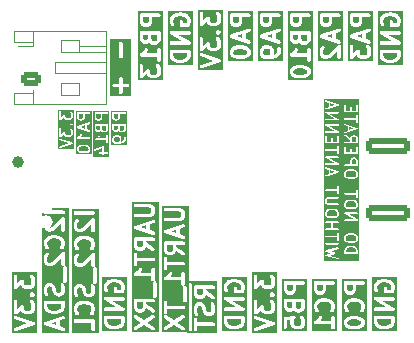
<source format=gbo>
G04 #@! TF.GenerationSoftware,KiCad,Pcbnew,9.0.0*
G04 #@! TF.CreationDate,2025-07-01T12:28:05-04:00*
G04 #@! TF.ProjectId,wio-e5-test,77696f2d-6535-42d7-9465-73742e6b6963,rev?*
G04 #@! TF.SameCoordinates,Original*
G04 #@! TF.FileFunction,Legend,Bot*
G04 #@! TF.FilePolarity,Positive*
%FSLAX46Y46*%
G04 Gerber Fmt 4.6, Leading zero omitted, Abs format (unit mm)*
G04 Created by KiCad (PCBNEW 9.0.0) date 2025-07-01 12:28:05*
%MOMM*%
%LPD*%
G01*
G04 APERTURE LIST*
G04 Aperture macros list*
%AMRoundRect*
0 Rectangle with rounded corners*
0 $1 Rounding radius*
0 $2 $3 $4 $5 $6 $7 $8 $9 X,Y pos of 4 corners*
0 Add a 4 corners polygon primitive as box body*
4,1,4,$2,$3,$4,$5,$6,$7,$8,$9,$2,$3,0*
0 Add four circle primitives for the rounded corners*
1,1,$1+$1,$2,$3*
1,1,$1+$1,$4,$5*
1,1,$1+$1,$6,$7*
1,1,$1+$1,$8,$9*
0 Add four rect primitives between the rounded corners*
20,1,$1+$1,$2,$3,$4,$5,0*
20,1,$1+$1,$4,$5,$6,$7,0*
20,1,$1+$1,$6,$7,$8,$9,0*
20,1,$1+$1,$8,$9,$2,$3,0*%
G04 Aperture macros list end*
%ADD10C,0.150000*%
%ADD11C,0.300000*%
%ADD12C,0.500000*%
%ADD13C,0.120000*%
%ADD14C,1.168400*%
%ADD15R,1.700000X1.700000*%
%ADD16O,1.700000X1.700000*%
%ADD17RoundRect,0.250000X1.600000X-0.425000X1.600000X0.425000X-1.600000X0.425000X-1.600000X-0.425000X0*%
%ADD18RoundRect,0.250000X-0.625000X0.350000X-0.625000X-0.350000X0.625000X-0.350000X0.625000X0.350000X0*%
%ADD19O,1.750000X1.200000*%
G04 APERTURE END LIST*
D10*
G36*
X167335881Y-146271240D02*
G01*
X167412868Y-146309734D01*
X167486981Y-146383847D01*
X167525152Y-146498360D01*
X167525152Y-146649285D01*
X166675152Y-146649285D01*
X166675152Y-146498361D01*
X166713323Y-146383847D01*
X166787437Y-146309734D01*
X166864424Y-146271240D01*
X167037958Y-146227857D01*
X167162347Y-146227857D01*
X167335881Y-146271240D01*
G37*
G36*
X167418951Y-145220579D02*
G01*
X167490894Y-145292522D01*
X167525152Y-145361038D01*
X167525152Y-145516104D01*
X167490894Y-145584620D01*
X167418951Y-145656562D01*
X167257585Y-145696904D01*
X166942720Y-145696904D01*
X166781353Y-145656562D01*
X166709410Y-145584619D01*
X166675152Y-145516102D01*
X166675152Y-145361039D01*
X166709410Y-145292522D01*
X166781353Y-145220579D01*
X166942720Y-145180238D01*
X167257585Y-145180238D01*
X167418951Y-145220579D01*
G37*
G36*
X165809007Y-143125341D02*
G01*
X165880950Y-143197284D01*
X165915208Y-143265800D01*
X165915208Y-143420866D01*
X165880950Y-143489382D01*
X165809007Y-143561324D01*
X165647641Y-143601666D01*
X165332776Y-143601666D01*
X165171409Y-143561324D01*
X165099466Y-143489381D01*
X165065208Y-143420864D01*
X165065208Y-143265801D01*
X165099466Y-143197284D01*
X165171409Y-143125341D01*
X165332776Y-143085000D01*
X165647641Y-143085000D01*
X165809007Y-143125341D01*
G37*
G36*
X167418951Y-142363436D02*
G01*
X167490894Y-142435379D01*
X167525152Y-142503895D01*
X167525152Y-142658961D01*
X167490894Y-142727477D01*
X167418951Y-142799419D01*
X167257585Y-142839761D01*
X166942720Y-142839761D01*
X166781353Y-142799419D01*
X166709410Y-142727476D01*
X166675152Y-142658959D01*
X166675152Y-142503896D01*
X166709410Y-142435379D01*
X166781353Y-142363436D01*
X166942720Y-142323095D01*
X167257585Y-142323095D01*
X167418951Y-142363436D01*
G37*
G36*
X167418951Y-139792007D02*
G01*
X167490894Y-139863950D01*
X167525152Y-139932466D01*
X167525152Y-140087532D01*
X167490894Y-140156048D01*
X167418951Y-140227990D01*
X167257585Y-140268332D01*
X166942720Y-140268332D01*
X166781353Y-140227990D01*
X166709410Y-140156047D01*
X166675152Y-140087530D01*
X166675152Y-139932467D01*
X166709410Y-139863950D01*
X166781353Y-139792007D01*
X166942720Y-139751666D01*
X167257585Y-139751666D01*
X167418951Y-139792007D01*
G37*
G36*
X165753037Y-139819523D02*
G01*
X165350923Y-139953561D01*
X165350923Y-139685484D01*
X165753037Y-139819523D01*
G37*
G36*
X167460487Y-138785924D02*
G01*
X167490894Y-138816331D01*
X167525152Y-138884847D01*
X167525152Y-139173094D01*
X167151343Y-139173094D01*
X167151343Y-138884847D01*
X167185601Y-138816331D01*
X167216008Y-138785924D01*
X167284524Y-138751666D01*
X167391971Y-138751666D01*
X167460487Y-138785924D01*
G37*
G36*
X167460487Y-136881162D02*
G01*
X167490894Y-136911569D01*
X167525152Y-136980085D01*
X167525152Y-137268332D01*
X167151343Y-137268332D01*
X167151343Y-136980085D01*
X167185601Y-136911569D01*
X167216008Y-136881162D01*
X167284524Y-136846904D01*
X167391971Y-136846904D01*
X167460487Y-136881162D01*
G37*
G36*
X167362981Y-136152856D02*
G01*
X166960867Y-136286894D01*
X166960867Y-136018817D01*
X167362981Y-136152856D01*
G37*
G36*
X165753037Y-134152856D02*
G01*
X165350923Y-134286894D01*
X165350923Y-134018817D01*
X165753037Y-134152856D01*
G37*
G36*
X167786263Y-147338915D02*
G01*
X164804097Y-147338915D01*
X164804097Y-146536613D01*
X164915260Y-146536613D01*
X164917783Y-146547211D01*
X164919217Y-146558002D01*
X164921145Y-146561333D01*
X164922038Y-146565081D01*
X164928424Y-146573905D01*
X164933879Y-146583327D01*
X164936936Y-146585667D01*
X164939195Y-146588788D01*
X164948470Y-146594495D01*
X164957117Y-146601114D01*
X164962516Y-146603139D01*
X164964117Y-146604124D01*
X164965908Y-146604411D01*
X164970883Y-146606277D01*
X165413414Y-146724285D01*
X164970883Y-146842293D01*
X164965908Y-146844158D01*
X164964117Y-146844446D01*
X164962516Y-146845430D01*
X164957117Y-146847456D01*
X164948470Y-146854074D01*
X164939195Y-146859782D01*
X164936936Y-146862902D01*
X164933879Y-146865243D01*
X164928424Y-146874664D01*
X164922038Y-146883489D01*
X164921145Y-146887236D01*
X164919217Y-146890568D01*
X164917783Y-146901358D01*
X164915260Y-146911957D01*
X164915869Y-146915760D01*
X164915363Y-146919576D01*
X164918168Y-146930097D01*
X164919893Y-146940852D01*
X164921910Y-146944131D01*
X164922903Y-146947852D01*
X164929521Y-146956498D01*
X164935229Y-146965774D01*
X164938349Y-146968032D01*
X164940690Y-146971090D01*
X164950111Y-146976544D01*
X164958936Y-146982931D01*
X164964386Y-146984809D01*
X164966015Y-146985752D01*
X164967816Y-146985991D01*
X164972836Y-146987721D01*
X165972837Y-147225816D01*
X165987404Y-147227804D01*
X166016299Y-147223171D01*
X166041221Y-147207835D01*
X166058378Y-147184128D01*
X166065156Y-147155660D01*
X166060523Y-147126765D01*
X166045187Y-147101843D01*
X166021480Y-147084686D01*
X166007580Y-147079896D01*
X165296724Y-146910644D01*
X165723819Y-146796753D01*
X165727246Y-146795467D01*
X165728688Y-146795276D01*
X165730399Y-146794285D01*
X165737586Y-146791590D01*
X165745445Y-146785573D01*
X165754012Y-146780614D01*
X165756965Y-146776756D01*
X165760823Y-146773803D01*
X165765781Y-146765238D01*
X165771800Y-146757376D01*
X165773052Y-146752679D01*
X165775485Y-146748478D01*
X165776788Y-146738669D01*
X165779340Y-146729101D01*
X165778700Y-146724285D01*
X165779340Y-146719469D01*
X165776788Y-146709900D01*
X165775485Y-146700092D01*
X165773052Y-146695890D01*
X165771800Y-146691194D01*
X165765781Y-146683331D01*
X165760823Y-146674767D01*
X165756965Y-146671813D01*
X165754012Y-146667956D01*
X165745445Y-146662996D01*
X165737586Y-146656980D01*
X165730399Y-146654284D01*
X165728688Y-146653294D01*
X165727246Y-146653102D01*
X165723819Y-146651817D01*
X165296724Y-146537925D01*
X165514012Y-146486190D01*
X166525152Y-146486190D01*
X166525152Y-146724285D01*
X166526593Y-146738917D01*
X166537792Y-146765953D01*
X166558484Y-146786645D01*
X166585520Y-146797844D01*
X166600152Y-146799285D01*
X167600152Y-146799285D01*
X167614784Y-146797844D01*
X167641820Y-146786645D01*
X167662512Y-146765953D01*
X167673711Y-146738917D01*
X167675152Y-146724285D01*
X167675152Y-146486190D01*
X167674422Y-146478783D01*
X167674563Y-146476809D01*
X167673972Y-146474211D01*
X167673711Y-146471558D01*
X167672952Y-146469727D01*
X167671303Y-146462472D01*
X167623684Y-146319616D01*
X167617690Y-146306190D01*
X167615925Y-146304155D01*
X167614894Y-146301665D01*
X167605566Y-146290300D01*
X167510328Y-146195062D01*
X167504578Y-146190343D01*
X167503279Y-146188845D01*
X167501019Y-146187423D01*
X167498963Y-146185735D01*
X167497135Y-146184977D01*
X167490836Y-146181013D01*
X167395598Y-146133394D01*
X167394528Y-146132984D01*
X167394093Y-146132662D01*
X167387947Y-146130466D01*
X167381866Y-146128139D01*
X167381326Y-146128100D01*
X167380247Y-146127715D01*
X167189771Y-146080096D01*
X167187234Y-146079720D01*
X167186213Y-146079298D01*
X167180700Y-146078755D01*
X167175227Y-146077946D01*
X167174134Y-146078108D01*
X167171581Y-146077857D01*
X167028724Y-146077857D01*
X167026170Y-146078108D01*
X167025078Y-146077946D01*
X167019604Y-146078755D01*
X167014092Y-146079298D01*
X167013070Y-146079720D01*
X167010534Y-146080096D01*
X166820058Y-146127715D01*
X166818978Y-146128100D01*
X166818438Y-146128139D01*
X166812348Y-146130469D01*
X166806212Y-146132662D01*
X166805776Y-146132984D01*
X166804707Y-146133394D01*
X166709469Y-146181013D01*
X166703174Y-146184975D01*
X166701342Y-146185734D01*
X166699280Y-146187425D01*
X166697026Y-146188845D01*
X166695727Y-146190341D01*
X166689977Y-146195062D01*
X166594739Y-146290300D01*
X166585412Y-146301665D01*
X166584381Y-146304153D01*
X166582615Y-146306190D01*
X166576621Y-146319615D01*
X166529001Y-146462472D01*
X166527351Y-146469727D01*
X166526593Y-146471558D01*
X166526331Y-146474211D01*
X166525741Y-146476809D01*
X166525881Y-146478784D01*
X166525152Y-146486190D01*
X165514012Y-146486190D01*
X166007580Y-146368674D01*
X166021480Y-146363884D01*
X166045187Y-146346727D01*
X166060523Y-146321805D01*
X166065156Y-146292910D01*
X166058378Y-146264442D01*
X166041221Y-146240735D01*
X166016299Y-146225399D01*
X165987404Y-146220766D01*
X165972837Y-146222754D01*
X164972836Y-146460849D01*
X164967816Y-146462578D01*
X164966015Y-146462818D01*
X164964386Y-146463760D01*
X164958936Y-146465639D01*
X164950111Y-146472025D01*
X164940690Y-146477480D01*
X164938349Y-146480537D01*
X164935229Y-146482796D01*
X164929521Y-146492071D01*
X164922903Y-146500718D01*
X164921910Y-146504438D01*
X164919893Y-146507718D01*
X164918168Y-146518472D01*
X164915363Y-146528994D01*
X164915869Y-146532809D01*
X164915260Y-146536613D01*
X164804097Y-146536613D01*
X164804097Y-145900129D01*
X164916649Y-145900129D01*
X164916649Y-145929393D01*
X164927848Y-145956429D01*
X164948540Y-145977121D01*
X164975576Y-145988320D01*
X164990208Y-145989761D01*
X165990208Y-145989761D01*
X166004840Y-145988320D01*
X166031876Y-145977121D01*
X166052568Y-145956429D01*
X166063767Y-145929393D01*
X166063767Y-145900129D01*
X166052568Y-145873093D01*
X166031876Y-145852401D01*
X166004840Y-145841202D01*
X165990208Y-145839761D01*
X164990208Y-145839761D01*
X164975576Y-145841202D01*
X164948540Y-145852401D01*
X164927848Y-145873093D01*
X164916649Y-145900129D01*
X164804097Y-145900129D01*
X164804097Y-145281082D01*
X164916649Y-145281082D01*
X164916649Y-145310346D01*
X164927848Y-145337382D01*
X164948540Y-145358074D01*
X164975576Y-145369273D01*
X164990208Y-145370714D01*
X165915208Y-145370714D01*
X165915208Y-145581428D01*
X165916649Y-145596060D01*
X165927848Y-145623096D01*
X165948540Y-145643788D01*
X165975576Y-145654987D01*
X166004840Y-145654987D01*
X166031876Y-145643788D01*
X166052568Y-145623096D01*
X166063767Y-145596060D01*
X166065208Y-145581428D01*
X166065208Y-145343333D01*
X166525152Y-145343333D01*
X166525152Y-145533809D01*
X166526593Y-145548441D01*
X166527623Y-145550929D01*
X166527815Y-145553619D01*
X166533070Y-145567351D01*
X166580690Y-145662589D01*
X166584655Y-145668887D01*
X166585412Y-145670715D01*
X166587100Y-145672772D01*
X166588523Y-145675032D01*
X166590021Y-145676331D01*
X166594739Y-145682080D01*
X166689977Y-145777318D01*
X166701342Y-145786646D01*
X166706495Y-145788780D01*
X166710974Y-145792099D01*
X166724820Y-145797046D01*
X166915296Y-145844665D01*
X166917832Y-145845040D01*
X166918854Y-145845463D01*
X166924366Y-145846005D01*
X166929840Y-145846815D01*
X166930932Y-145846652D01*
X166933486Y-145846904D01*
X167266819Y-145846904D01*
X167269372Y-145846652D01*
X167270465Y-145846815D01*
X167275938Y-145846005D01*
X167281451Y-145845463D01*
X167282472Y-145845040D01*
X167285009Y-145844665D01*
X167475485Y-145797046D01*
X167489331Y-145792099D01*
X167493812Y-145788778D01*
X167498963Y-145786645D01*
X167510328Y-145777318D01*
X167605566Y-145682080D01*
X167610286Y-145676329D01*
X167611783Y-145675031D01*
X167613202Y-145672776D01*
X167614894Y-145670715D01*
X167615652Y-145668882D01*
X167619615Y-145662588D01*
X167667234Y-145567350D01*
X167672489Y-145553619D01*
X167672680Y-145550929D01*
X167673711Y-145548441D01*
X167675152Y-145533809D01*
X167675152Y-145343333D01*
X167673711Y-145328701D01*
X167672680Y-145326212D01*
X167672489Y-145323523D01*
X167667234Y-145309792D01*
X167619615Y-145214554D01*
X167615652Y-145208259D01*
X167614894Y-145206427D01*
X167613202Y-145204365D01*
X167611783Y-145202111D01*
X167610286Y-145200812D01*
X167605566Y-145195062D01*
X167510328Y-145099824D01*
X167498963Y-145090497D01*
X167493812Y-145088363D01*
X167489331Y-145085043D01*
X167475485Y-145080096D01*
X167285009Y-145032477D01*
X167282472Y-145032101D01*
X167281451Y-145031679D01*
X167275938Y-145031136D01*
X167270465Y-145030327D01*
X167269372Y-145030489D01*
X167266819Y-145030238D01*
X166933486Y-145030238D01*
X166930932Y-145030489D01*
X166929840Y-145030327D01*
X166924366Y-145031136D01*
X166918854Y-145031679D01*
X166917832Y-145032101D01*
X166915296Y-145032477D01*
X166724820Y-145080096D01*
X166710974Y-145085043D01*
X166706495Y-145088361D01*
X166701342Y-145090496D01*
X166689977Y-145099824D01*
X166594739Y-145195062D01*
X166590021Y-145200810D01*
X166588523Y-145202110D01*
X166587100Y-145204369D01*
X166585412Y-145206427D01*
X166584655Y-145208254D01*
X166580690Y-145214553D01*
X166533070Y-145309791D01*
X166527815Y-145323523D01*
X166527623Y-145326212D01*
X166526593Y-145328701D01*
X166525152Y-145343333D01*
X166065208Y-145343333D01*
X166065208Y-145010000D01*
X166063767Y-144995368D01*
X166052568Y-144968332D01*
X166031876Y-144947640D01*
X166004840Y-144936441D01*
X165975576Y-144936441D01*
X165948540Y-144947640D01*
X165927848Y-144968332D01*
X165916649Y-144995368D01*
X165915208Y-145010000D01*
X165915208Y-145220714D01*
X164990208Y-145220714D01*
X164975576Y-145222155D01*
X164948540Y-145233354D01*
X164927848Y-145254046D01*
X164916649Y-145281082D01*
X164804097Y-145281082D01*
X164804097Y-144090606D01*
X164916649Y-144090606D01*
X164916649Y-144119870D01*
X164927848Y-144146906D01*
X164948540Y-144167598D01*
X164975576Y-144178797D01*
X164990208Y-144180238D01*
X165439018Y-144180238D01*
X165439018Y-144601666D01*
X164990208Y-144601666D01*
X164975576Y-144603107D01*
X164948540Y-144614306D01*
X164927848Y-144634998D01*
X164916649Y-144662034D01*
X164916649Y-144691298D01*
X164927848Y-144718334D01*
X164948540Y-144739026D01*
X164975576Y-144750225D01*
X164990208Y-144751666D01*
X165990208Y-144751666D01*
X166004840Y-144750225D01*
X166031876Y-144739026D01*
X166052568Y-144718334D01*
X166063767Y-144691298D01*
X166063767Y-144662034D01*
X166052568Y-144634998D01*
X166031876Y-144614306D01*
X166004840Y-144603107D01*
X165990208Y-144601666D01*
X165589018Y-144601666D01*
X165589018Y-144180238D01*
X165990208Y-144180238D01*
X166004840Y-144178797D01*
X166031876Y-144167598D01*
X166052568Y-144146906D01*
X166063767Y-144119870D01*
X166063767Y-144090606D01*
X166052568Y-144063570D01*
X166031876Y-144042878D01*
X166004840Y-144031679D01*
X165990208Y-144030238D01*
X164990208Y-144030238D01*
X164975576Y-144031679D01*
X164948540Y-144042878D01*
X164927848Y-144063570D01*
X164916649Y-144090606D01*
X164804097Y-144090606D01*
X164804097Y-143248095D01*
X164915208Y-143248095D01*
X164915208Y-143438571D01*
X164916649Y-143453203D01*
X164917679Y-143455691D01*
X164917871Y-143458381D01*
X164923126Y-143472113D01*
X164970746Y-143567351D01*
X164974711Y-143573649D01*
X164975468Y-143575477D01*
X164977156Y-143577534D01*
X164978579Y-143579794D01*
X164980077Y-143581093D01*
X164984795Y-143586842D01*
X165080033Y-143682080D01*
X165091398Y-143691408D01*
X165096551Y-143693542D01*
X165101030Y-143696861D01*
X165114876Y-143701808D01*
X165305352Y-143749427D01*
X165307888Y-143749802D01*
X165308910Y-143750225D01*
X165314422Y-143750767D01*
X165319896Y-143751577D01*
X165320988Y-143751414D01*
X165323542Y-143751666D01*
X165656875Y-143751666D01*
X165659428Y-143751414D01*
X165660521Y-143751577D01*
X165665994Y-143750767D01*
X165671507Y-143750225D01*
X165672528Y-143749802D01*
X165675065Y-143749427D01*
X165865541Y-143701808D01*
X165879387Y-143696861D01*
X165883868Y-143693540D01*
X165889019Y-143691407D01*
X165900384Y-143682080D01*
X165995622Y-143586842D01*
X166000342Y-143581091D01*
X166001839Y-143579793D01*
X166003258Y-143577538D01*
X166004950Y-143575477D01*
X166005708Y-143573644D01*
X166009671Y-143567350D01*
X166057290Y-143472112D01*
X166062545Y-143458381D01*
X166062736Y-143455691D01*
X166063767Y-143453203D01*
X166065208Y-143438571D01*
X166065208Y-143348572D01*
X166525335Y-143348572D01*
X166526593Y-143353184D01*
X166526593Y-143357965D01*
X166530410Y-143367180D01*
X166533035Y-143376804D01*
X166535962Y-143380584D01*
X166537792Y-143385001D01*
X166544842Y-143392051D01*
X166550952Y-143399941D01*
X166557084Y-143404293D01*
X166558484Y-143405693D01*
X166559858Y-143406262D01*
X166562942Y-143408451D01*
X167317735Y-143839761D01*
X166600152Y-143839761D01*
X166585520Y-143841202D01*
X166558484Y-143852401D01*
X166537792Y-143873093D01*
X166526593Y-143900129D01*
X166526593Y-143929393D01*
X166537792Y-143956429D01*
X166558484Y-143977121D01*
X166585520Y-143988320D01*
X166600152Y-143989761D01*
X167600152Y-143989761D01*
X167603915Y-143989390D01*
X167605391Y-143989578D01*
X167607301Y-143989056D01*
X167614784Y-143988320D01*
X167623999Y-143984502D01*
X167633623Y-143981878D01*
X167637403Y-143978950D01*
X167641820Y-143977121D01*
X167648870Y-143970070D01*
X167656760Y-143963961D01*
X167659133Y-143959807D01*
X167662512Y-143956429D01*
X167666328Y-143947216D01*
X167671279Y-143938552D01*
X167671881Y-143933808D01*
X167673711Y-143929393D01*
X167673711Y-143919418D01*
X167674969Y-143909522D01*
X167673711Y-143904909D01*
X167673711Y-143900129D01*
X167669893Y-143890912D01*
X167667269Y-143881291D01*
X167664342Y-143877511D01*
X167662512Y-143873093D01*
X167655460Y-143866041D01*
X167649352Y-143858153D01*
X167643217Y-143853798D01*
X167641820Y-143852401D01*
X167640447Y-143851832D01*
X167637363Y-143849643D01*
X166882569Y-143418333D01*
X167600152Y-143418333D01*
X167614784Y-143416892D01*
X167641820Y-143405693D01*
X167662512Y-143385001D01*
X167673711Y-143357965D01*
X167673711Y-143328701D01*
X167662512Y-143301665D01*
X167641820Y-143280973D01*
X167614784Y-143269774D01*
X167600152Y-143268333D01*
X166600152Y-143268333D01*
X166596388Y-143268703D01*
X166594913Y-143268516D01*
X166593002Y-143269037D01*
X166585520Y-143269774D01*
X166576304Y-143273591D01*
X166566681Y-143276216D01*
X166562900Y-143279143D01*
X166558484Y-143280973D01*
X166551433Y-143288023D01*
X166543544Y-143294133D01*
X166541170Y-143298286D01*
X166537792Y-143301665D01*
X166533975Y-143310877D01*
X166529025Y-143319542D01*
X166528422Y-143324285D01*
X166526593Y-143328701D01*
X166526593Y-143338675D01*
X166525335Y-143348572D01*
X166065208Y-143348572D01*
X166065208Y-143248095D01*
X166063767Y-143233463D01*
X166062736Y-143230974D01*
X166062545Y-143228285D01*
X166057290Y-143214554D01*
X166009671Y-143119316D01*
X166005708Y-143113021D01*
X166004950Y-143111189D01*
X166003258Y-143109127D01*
X166001839Y-143106873D01*
X166000342Y-143105574D01*
X165995622Y-143099824D01*
X165900384Y-143004586D01*
X165889019Y-142995259D01*
X165883868Y-142993125D01*
X165879387Y-142989805D01*
X165865541Y-142984858D01*
X165675065Y-142937239D01*
X165672528Y-142936863D01*
X165671507Y-142936441D01*
X165665994Y-142935898D01*
X165660521Y-142935089D01*
X165659428Y-142935251D01*
X165656875Y-142935000D01*
X165323542Y-142935000D01*
X165320988Y-142935251D01*
X165319896Y-142935089D01*
X165314422Y-142935898D01*
X165308910Y-142936441D01*
X165307888Y-142936863D01*
X165305352Y-142937239D01*
X165114876Y-142984858D01*
X165101030Y-142989805D01*
X165096551Y-142993123D01*
X165091398Y-142995258D01*
X165080033Y-143004586D01*
X164984795Y-143099824D01*
X164980077Y-143105572D01*
X164978579Y-143106872D01*
X164977156Y-143109131D01*
X164975468Y-143111189D01*
X164974711Y-143113016D01*
X164970746Y-143119315D01*
X164923126Y-143214553D01*
X164917871Y-143228285D01*
X164917679Y-143230974D01*
X164916649Y-143233463D01*
X164915208Y-143248095D01*
X164804097Y-143248095D01*
X164804097Y-142200476D01*
X164915208Y-142200476D01*
X164915208Y-142390952D01*
X164916649Y-142405584D01*
X164917679Y-142408072D01*
X164917871Y-142410762D01*
X164923126Y-142424494D01*
X164970746Y-142519732D01*
X164974711Y-142526030D01*
X164975468Y-142527858D01*
X164977156Y-142529915D01*
X164978579Y-142532175D01*
X164980077Y-142533474D01*
X164984795Y-142539223D01*
X165032414Y-142586842D01*
X165038163Y-142591560D01*
X165039463Y-142593059D01*
X165041722Y-142594480D01*
X165043779Y-142596169D01*
X165045606Y-142596926D01*
X165051906Y-142600891D01*
X165147144Y-142648510D01*
X165160875Y-142653765D01*
X165163564Y-142653956D01*
X165166053Y-142654987D01*
X165180685Y-142656428D01*
X165990208Y-142656428D01*
X166004840Y-142654987D01*
X166031876Y-142643788D01*
X166052568Y-142623096D01*
X166063767Y-142596060D01*
X166063767Y-142566796D01*
X166052568Y-142539760D01*
X166031876Y-142519068D01*
X166004840Y-142507869D01*
X165990208Y-142506428D01*
X165198390Y-142506428D01*
X165157914Y-142486190D01*
X166525152Y-142486190D01*
X166525152Y-142676666D01*
X166526593Y-142691298D01*
X166527623Y-142693786D01*
X166527815Y-142696476D01*
X166533070Y-142710208D01*
X166580690Y-142805446D01*
X166584655Y-142811744D01*
X166585412Y-142813572D01*
X166587100Y-142815629D01*
X166588523Y-142817889D01*
X166590021Y-142819188D01*
X166594739Y-142824937D01*
X166689977Y-142920175D01*
X166701342Y-142929503D01*
X166706495Y-142931637D01*
X166710974Y-142934956D01*
X166724820Y-142939903D01*
X166915296Y-142987522D01*
X166917832Y-142987897D01*
X166918854Y-142988320D01*
X166924366Y-142988862D01*
X166929840Y-142989672D01*
X166930932Y-142989509D01*
X166933486Y-142989761D01*
X167266819Y-142989761D01*
X167269372Y-142989509D01*
X167270465Y-142989672D01*
X167275938Y-142988862D01*
X167281451Y-142988320D01*
X167282472Y-142987897D01*
X167285009Y-142987522D01*
X167475485Y-142939903D01*
X167489331Y-142934956D01*
X167493812Y-142931635D01*
X167498963Y-142929502D01*
X167510328Y-142920175D01*
X167605566Y-142824937D01*
X167610286Y-142819186D01*
X167611783Y-142817888D01*
X167613202Y-142815633D01*
X167614894Y-142813572D01*
X167615652Y-142811739D01*
X167619615Y-142805445D01*
X167667234Y-142710207D01*
X167672489Y-142696476D01*
X167672680Y-142693786D01*
X167673711Y-142691298D01*
X167675152Y-142676666D01*
X167675152Y-142486190D01*
X167673711Y-142471558D01*
X167672680Y-142469069D01*
X167672489Y-142466380D01*
X167667234Y-142452649D01*
X167619615Y-142357411D01*
X167615652Y-142351116D01*
X167614894Y-142349284D01*
X167613202Y-142347222D01*
X167611783Y-142344968D01*
X167610286Y-142343669D01*
X167605566Y-142337919D01*
X167510328Y-142242681D01*
X167498963Y-142233354D01*
X167493812Y-142231220D01*
X167489331Y-142227900D01*
X167475485Y-142222953D01*
X167285009Y-142175334D01*
X167282472Y-142174958D01*
X167281451Y-142174536D01*
X167275938Y-142173993D01*
X167270465Y-142173184D01*
X167269372Y-142173346D01*
X167266819Y-142173095D01*
X166933486Y-142173095D01*
X166930932Y-142173346D01*
X166929840Y-142173184D01*
X166924366Y-142173993D01*
X166918854Y-142174536D01*
X166917832Y-142174958D01*
X166915296Y-142175334D01*
X166724820Y-142222953D01*
X166710974Y-142227900D01*
X166706495Y-142231218D01*
X166701342Y-142233353D01*
X166689977Y-142242681D01*
X166594739Y-142337919D01*
X166590021Y-142343667D01*
X166588523Y-142344967D01*
X166587100Y-142347226D01*
X166585412Y-142349284D01*
X166584655Y-142351111D01*
X166580690Y-142357410D01*
X166533070Y-142452648D01*
X166527815Y-142466380D01*
X166527623Y-142469069D01*
X166526593Y-142471558D01*
X166525152Y-142486190D01*
X165157914Y-142486190D01*
X165129874Y-142472170D01*
X165099466Y-142441762D01*
X165065208Y-142373245D01*
X165065208Y-142218182D01*
X165099466Y-142149665D01*
X165129874Y-142119258D01*
X165198390Y-142085000D01*
X165990208Y-142085000D01*
X166004840Y-142083559D01*
X166031876Y-142072360D01*
X166052568Y-142051668D01*
X166063767Y-142024632D01*
X166063767Y-141995368D01*
X166052568Y-141968332D01*
X166031876Y-141947640D01*
X166004840Y-141936441D01*
X165990208Y-141935000D01*
X165180685Y-141935000D01*
X165166053Y-141936441D01*
X165163564Y-141937471D01*
X165160875Y-141937663D01*
X165147144Y-141942918D01*
X165051906Y-141990537D01*
X165045606Y-141994501D01*
X165043779Y-141995259D01*
X165041722Y-141996947D01*
X165039463Y-141998369D01*
X165038163Y-141999867D01*
X165032414Y-142004586D01*
X164984795Y-142052205D01*
X164980077Y-142057953D01*
X164978579Y-142059253D01*
X164977156Y-142061512D01*
X164975468Y-142063570D01*
X164974711Y-142065397D01*
X164970746Y-142071696D01*
X164923126Y-142166934D01*
X164917871Y-142180666D01*
X164917679Y-142183355D01*
X164916649Y-142185844D01*
X164915208Y-142200476D01*
X164804097Y-142200476D01*
X164804097Y-141376320D01*
X164916649Y-141376320D01*
X164916649Y-141405584D01*
X164927848Y-141432620D01*
X164948540Y-141453312D01*
X164975576Y-141464511D01*
X164990208Y-141465952D01*
X165915208Y-141465952D01*
X165915208Y-141676666D01*
X165916649Y-141691298D01*
X165927848Y-141718334D01*
X165948540Y-141739026D01*
X165975576Y-141750225D01*
X166004840Y-141750225D01*
X166031876Y-141739026D01*
X166052568Y-141718334D01*
X166063767Y-141691298D01*
X166065208Y-141676666D01*
X166065208Y-141662034D01*
X166526593Y-141662034D01*
X166526593Y-141691298D01*
X166537792Y-141718334D01*
X166558484Y-141739026D01*
X166585520Y-141750225D01*
X166600152Y-141751666D01*
X167525152Y-141751666D01*
X167525152Y-141962380D01*
X167526593Y-141977012D01*
X167537792Y-142004048D01*
X167558484Y-142024740D01*
X167585520Y-142035939D01*
X167614784Y-142035939D01*
X167641820Y-142024740D01*
X167662512Y-142004048D01*
X167673711Y-141977012D01*
X167675152Y-141962380D01*
X167675152Y-141390952D01*
X167673711Y-141376320D01*
X167662512Y-141349284D01*
X167641820Y-141328592D01*
X167614784Y-141317393D01*
X167585520Y-141317393D01*
X167558484Y-141328592D01*
X167537792Y-141349284D01*
X167526593Y-141376320D01*
X167525152Y-141390952D01*
X167525152Y-141601666D01*
X166600152Y-141601666D01*
X166585520Y-141603107D01*
X166558484Y-141614306D01*
X166537792Y-141634998D01*
X166526593Y-141662034D01*
X166065208Y-141662034D01*
X166065208Y-141105238D01*
X166063767Y-141090606D01*
X166052568Y-141063570D01*
X166031876Y-141042878D01*
X166004840Y-141031679D01*
X165975576Y-141031679D01*
X165948540Y-141042878D01*
X165927848Y-141063570D01*
X165916649Y-141090606D01*
X165915208Y-141105238D01*
X165915208Y-141315952D01*
X164990208Y-141315952D01*
X164975576Y-141317393D01*
X164948540Y-141328592D01*
X164927848Y-141349284D01*
X164916649Y-141376320D01*
X164804097Y-141376320D01*
X164804097Y-139476810D01*
X164915797Y-139476810D01*
X164917872Y-139506000D01*
X164930958Y-139532173D01*
X164953065Y-139551347D01*
X164966491Y-139557341D01*
X165200923Y-139635484D01*
X165200923Y-140003561D01*
X164966491Y-140081705D01*
X164953065Y-140087699D01*
X164930958Y-140106873D01*
X164917872Y-140133046D01*
X164915797Y-140162236D01*
X164925051Y-140189999D01*
X164944225Y-140212106D01*
X164970398Y-140225192D01*
X164999588Y-140227267D01*
X165013925Y-140224007D01*
X165941664Y-139914761D01*
X166525152Y-139914761D01*
X166525152Y-140105237D01*
X166526593Y-140119869D01*
X166527623Y-140122357D01*
X166527815Y-140125047D01*
X166533070Y-140138779D01*
X166580690Y-140234017D01*
X166584655Y-140240315D01*
X166585412Y-140242143D01*
X166587100Y-140244200D01*
X166588523Y-140246460D01*
X166590021Y-140247759D01*
X166594739Y-140253508D01*
X166689977Y-140348746D01*
X166701342Y-140358074D01*
X166706495Y-140360208D01*
X166710974Y-140363527D01*
X166724820Y-140368474D01*
X166915296Y-140416093D01*
X166917832Y-140416468D01*
X166918854Y-140416891D01*
X166924366Y-140417433D01*
X166929840Y-140418243D01*
X166930932Y-140418080D01*
X166933486Y-140418332D01*
X167266819Y-140418332D01*
X167269372Y-140418080D01*
X167270465Y-140418243D01*
X167275938Y-140417433D01*
X167281451Y-140416891D01*
X167282472Y-140416468D01*
X167285009Y-140416093D01*
X167475485Y-140368474D01*
X167489331Y-140363527D01*
X167493812Y-140360206D01*
X167498963Y-140358073D01*
X167510328Y-140348746D01*
X167605566Y-140253508D01*
X167610286Y-140247757D01*
X167611783Y-140246459D01*
X167613202Y-140244204D01*
X167614894Y-140242143D01*
X167615652Y-140240310D01*
X167619615Y-140234016D01*
X167667234Y-140138778D01*
X167672489Y-140125047D01*
X167672680Y-140122357D01*
X167673711Y-140119869D01*
X167675152Y-140105237D01*
X167675152Y-139914761D01*
X167673711Y-139900129D01*
X167672680Y-139897640D01*
X167672489Y-139894951D01*
X167667234Y-139881220D01*
X167619615Y-139785982D01*
X167615652Y-139779687D01*
X167614894Y-139777855D01*
X167613202Y-139775793D01*
X167611783Y-139773539D01*
X167610286Y-139772240D01*
X167605566Y-139766490D01*
X167510328Y-139671252D01*
X167498963Y-139661925D01*
X167493812Y-139659791D01*
X167489331Y-139656471D01*
X167475485Y-139651524D01*
X167285009Y-139603905D01*
X167282472Y-139603529D01*
X167281451Y-139603107D01*
X167275938Y-139602564D01*
X167270465Y-139601755D01*
X167269372Y-139601917D01*
X167266819Y-139601666D01*
X166933486Y-139601666D01*
X166930932Y-139601917D01*
X166929840Y-139601755D01*
X166924366Y-139602564D01*
X166918854Y-139603107D01*
X166917832Y-139603529D01*
X166915296Y-139603905D01*
X166724820Y-139651524D01*
X166710974Y-139656471D01*
X166706495Y-139659789D01*
X166701342Y-139661924D01*
X166689977Y-139671252D01*
X166594739Y-139766490D01*
X166590021Y-139772238D01*
X166588523Y-139773538D01*
X166587100Y-139775797D01*
X166585412Y-139777855D01*
X166584655Y-139779682D01*
X166580690Y-139785981D01*
X166533070Y-139881219D01*
X166527815Y-139894951D01*
X166527623Y-139897640D01*
X166526593Y-139900129D01*
X166525152Y-139914761D01*
X165941664Y-139914761D01*
X166013925Y-139890674D01*
X166027350Y-139884680D01*
X166031397Y-139881169D01*
X166036191Y-139878773D01*
X166042355Y-139871665D01*
X166049457Y-139865506D01*
X166051852Y-139860714D01*
X166055365Y-139856665D01*
X166058339Y-139847742D01*
X166062544Y-139839333D01*
X166062923Y-139833988D01*
X166064619Y-139828903D01*
X166063952Y-139819523D01*
X166064619Y-139810143D01*
X166062923Y-139805057D01*
X166062544Y-139799713D01*
X166058339Y-139791303D01*
X166055365Y-139782381D01*
X166051852Y-139778331D01*
X166049457Y-139773540D01*
X166042355Y-139767380D01*
X166036191Y-139760273D01*
X166031397Y-139757876D01*
X166027350Y-139754366D01*
X166013925Y-139748372D01*
X165013925Y-139415039D01*
X164999588Y-139411779D01*
X164970398Y-139413854D01*
X164944225Y-139426940D01*
X164925051Y-139449047D01*
X164915797Y-139476810D01*
X164804097Y-139476810D01*
X164804097Y-139233462D01*
X166526593Y-139233462D01*
X166526593Y-139262726D01*
X166537792Y-139289762D01*
X166558484Y-139310454D01*
X166585520Y-139321653D01*
X166600152Y-139323094D01*
X167600152Y-139323094D01*
X167614784Y-139321653D01*
X167641820Y-139310454D01*
X167662512Y-139289762D01*
X167673711Y-139262726D01*
X167675152Y-139248094D01*
X167675152Y-138867142D01*
X167673711Y-138852510D01*
X167672680Y-138850021D01*
X167672489Y-138847332D01*
X167667234Y-138833601D01*
X167619615Y-138738363D01*
X167615650Y-138732063D01*
X167614893Y-138730236D01*
X167613204Y-138728179D01*
X167611783Y-138725920D01*
X167610284Y-138724620D01*
X167605566Y-138718871D01*
X167557947Y-138671252D01*
X167552197Y-138666533D01*
X167550898Y-138665035D01*
X167548638Y-138663613D01*
X167546582Y-138661925D01*
X167544754Y-138661167D01*
X167538455Y-138657203D01*
X167443217Y-138609584D01*
X167429485Y-138604329D01*
X167426797Y-138604138D01*
X167424308Y-138603107D01*
X167409676Y-138601666D01*
X167266819Y-138601666D01*
X167252187Y-138603107D01*
X167249698Y-138604137D01*
X167247009Y-138604329D01*
X167233278Y-138609584D01*
X167138040Y-138657203D01*
X167131740Y-138661167D01*
X167129913Y-138661925D01*
X167127856Y-138663613D01*
X167125597Y-138665035D01*
X167124297Y-138666533D01*
X167118548Y-138671252D01*
X167070929Y-138718871D01*
X167066210Y-138724620D01*
X167064712Y-138725920D01*
X167063290Y-138728179D01*
X167061602Y-138730236D01*
X167060844Y-138732063D01*
X167056880Y-138738363D01*
X167009261Y-138833601D01*
X167004006Y-138847333D01*
X167003815Y-138850020D01*
X167002784Y-138852510D01*
X167001343Y-138867142D01*
X167001343Y-139173094D01*
X166600152Y-139173094D01*
X166585520Y-139174535D01*
X166558484Y-139185734D01*
X166537792Y-139206426D01*
X166526593Y-139233462D01*
X164804097Y-139233462D01*
X164804097Y-138586667D01*
X164915391Y-138586667D01*
X164916649Y-138591279D01*
X164916649Y-138596060D01*
X164920466Y-138605275D01*
X164923091Y-138614899D01*
X164926018Y-138618679D01*
X164927848Y-138623096D01*
X164934898Y-138630146D01*
X164941008Y-138638036D01*
X164947140Y-138642388D01*
X164948540Y-138643788D01*
X164949914Y-138644357D01*
X164952998Y-138646546D01*
X165707791Y-139077856D01*
X164990208Y-139077856D01*
X164975576Y-139079297D01*
X164948540Y-139090496D01*
X164927848Y-139111188D01*
X164916649Y-139138224D01*
X164916649Y-139167488D01*
X164927848Y-139194524D01*
X164948540Y-139215216D01*
X164975576Y-139226415D01*
X164990208Y-139227856D01*
X165990208Y-139227856D01*
X165993971Y-139227485D01*
X165995447Y-139227673D01*
X165997357Y-139227151D01*
X166004840Y-139226415D01*
X166014055Y-139222597D01*
X166023679Y-139219973D01*
X166027459Y-139217045D01*
X166031876Y-139215216D01*
X166038926Y-139208165D01*
X166046816Y-139202056D01*
X166049189Y-139197902D01*
X166052568Y-139194524D01*
X166056384Y-139185311D01*
X166061335Y-139176647D01*
X166061937Y-139171903D01*
X166063767Y-139167488D01*
X166063767Y-139157513D01*
X166065025Y-139147617D01*
X166063767Y-139143004D01*
X166063767Y-139138224D01*
X166059949Y-139129007D01*
X166057325Y-139119386D01*
X166054398Y-139115606D01*
X166052568Y-139111188D01*
X166045516Y-139104136D01*
X166039408Y-139096248D01*
X166033273Y-139091893D01*
X166031876Y-139090496D01*
X166030503Y-139089927D01*
X166027419Y-139087738D01*
X165272625Y-138656428D01*
X165990208Y-138656428D01*
X166004840Y-138654987D01*
X166031876Y-138643788D01*
X166052568Y-138623096D01*
X166063767Y-138596060D01*
X166063767Y-138566796D01*
X166052568Y-138539760D01*
X166031876Y-138519068D01*
X166004840Y-138507869D01*
X165990208Y-138506428D01*
X164990208Y-138506428D01*
X164986444Y-138506798D01*
X164984969Y-138506611D01*
X164983058Y-138507132D01*
X164975576Y-138507869D01*
X164966360Y-138511686D01*
X164956737Y-138514311D01*
X164952956Y-138517238D01*
X164948540Y-138519068D01*
X164941489Y-138526118D01*
X164933600Y-138532228D01*
X164931226Y-138536381D01*
X164927848Y-138539760D01*
X164924031Y-138548972D01*
X164919081Y-138557637D01*
X164918478Y-138562380D01*
X164916649Y-138566796D01*
X164916649Y-138576770D01*
X164915391Y-138586667D01*
X164804097Y-138586667D01*
X164804097Y-137947748D01*
X164916649Y-137947748D01*
X164916649Y-137977012D01*
X164927848Y-138004048D01*
X164948540Y-138024740D01*
X164975576Y-138035939D01*
X164990208Y-138037380D01*
X165915208Y-138037380D01*
X165915208Y-138248094D01*
X165916649Y-138262726D01*
X165927848Y-138289762D01*
X165948540Y-138310454D01*
X165975576Y-138321653D01*
X166004840Y-138321653D01*
X166031876Y-138310454D01*
X166052568Y-138289762D01*
X166063767Y-138262726D01*
X166065208Y-138248094D01*
X166065208Y-137771904D01*
X166525152Y-137771904D01*
X166525152Y-138248094D01*
X166526593Y-138262726D01*
X166537792Y-138289762D01*
X166558484Y-138310454D01*
X166585520Y-138321653D01*
X166600152Y-138323094D01*
X167600152Y-138323094D01*
X167614784Y-138321653D01*
X167641820Y-138310454D01*
X167662512Y-138289762D01*
X167673711Y-138262726D01*
X167675152Y-138248094D01*
X167675152Y-137771904D01*
X167673711Y-137757272D01*
X167662512Y-137730236D01*
X167641820Y-137709544D01*
X167614784Y-137698345D01*
X167585520Y-137698345D01*
X167558484Y-137709544D01*
X167537792Y-137730236D01*
X167526593Y-137757272D01*
X167525152Y-137771904D01*
X167525152Y-138173094D01*
X167198962Y-138173094D01*
X167198962Y-137914761D01*
X167197521Y-137900129D01*
X167186322Y-137873093D01*
X167165630Y-137852401D01*
X167138594Y-137841202D01*
X167109330Y-137841202D01*
X167082294Y-137852401D01*
X167061602Y-137873093D01*
X167050403Y-137900129D01*
X167048962Y-137914761D01*
X167048962Y-138173094D01*
X166675152Y-138173094D01*
X166675152Y-137771904D01*
X166673711Y-137757272D01*
X166662512Y-137730236D01*
X166641820Y-137709544D01*
X166614784Y-137698345D01*
X166585520Y-137698345D01*
X166558484Y-137709544D01*
X166537792Y-137730236D01*
X166526593Y-137757272D01*
X166525152Y-137771904D01*
X166065208Y-137771904D01*
X166065208Y-137676666D01*
X166063767Y-137662034D01*
X166052568Y-137634998D01*
X166031876Y-137614306D01*
X166004840Y-137603107D01*
X165975576Y-137603107D01*
X165948540Y-137614306D01*
X165927848Y-137634998D01*
X165916649Y-137662034D01*
X165915208Y-137676666D01*
X165915208Y-137887380D01*
X164990208Y-137887380D01*
X164975576Y-137888821D01*
X164948540Y-137900020D01*
X164927848Y-137920712D01*
X164916649Y-137947748D01*
X164804097Y-137947748D01*
X164804097Y-136867142D01*
X164915208Y-136867142D01*
X164915208Y-137343332D01*
X164916649Y-137357964D01*
X164927848Y-137385000D01*
X164948540Y-137405692D01*
X164975576Y-137416891D01*
X164990208Y-137418332D01*
X165990208Y-137418332D01*
X166004840Y-137416891D01*
X166031876Y-137405692D01*
X166052568Y-137385000D01*
X166063767Y-137357964D01*
X166065208Y-137343332D01*
X166065208Y-136867142D01*
X166063767Y-136852510D01*
X166052568Y-136825474D01*
X166031876Y-136804782D01*
X166004840Y-136793583D01*
X165975576Y-136793583D01*
X165948540Y-136804782D01*
X165927848Y-136825474D01*
X165916649Y-136852510D01*
X165915208Y-136867142D01*
X165915208Y-137268332D01*
X165589018Y-137268332D01*
X165589018Y-137009999D01*
X165587577Y-136995367D01*
X165576378Y-136968331D01*
X165555686Y-136947639D01*
X165528650Y-136936440D01*
X165499386Y-136936440D01*
X165472350Y-136947639D01*
X165451658Y-136968331D01*
X165440459Y-136995367D01*
X165439018Y-137009999D01*
X165439018Y-137268332D01*
X165065208Y-137268332D01*
X165065208Y-136867142D01*
X165063767Y-136852510D01*
X165052568Y-136825474D01*
X165031876Y-136804782D01*
X165004840Y-136793583D01*
X164975576Y-136793583D01*
X164948540Y-136804782D01*
X164927848Y-136825474D01*
X164916649Y-136852510D01*
X164915208Y-136867142D01*
X164804097Y-136867142D01*
X164804097Y-136770279D01*
X166525170Y-136770279D01*
X166530255Y-136799096D01*
X166545982Y-136823775D01*
X166557142Y-136833346D01*
X167001343Y-137144286D01*
X167001343Y-137268332D01*
X166600152Y-137268332D01*
X166585520Y-137269773D01*
X166558484Y-137280972D01*
X166537792Y-137301664D01*
X166526593Y-137328700D01*
X166526593Y-137357964D01*
X166537792Y-137385000D01*
X166558484Y-137405692D01*
X166585520Y-137416891D01*
X166600152Y-137418332D01*
X167600152Y-137418332D01*
X167614784Y-137416891D01*
X167641820Y-137405692D01*
X167662512Y-137385000D01*
X167673711Y-137357964D01*
X167675152Y-137343332D01*
X167675152Y-136962380D01*
X167673711Y-136947748D01*
X167672680Y-136945259D01*
X167672489Y-136942570D01*
X167667234Y-136928839D01*
X167619615Y-136833601D01*
X167615650Y-136827301D01*
X167614893Y-136825474D01*
X167613204Y-136823417D01*
X167611783Y-136821158D01*
X167610284Y-136819858D01*
X167605566Y-136814109D01*
X167557947Y-136766490D01*
X167552197Y-136761771D01*
X167550898Y-136760273D01*
X167548638Y-136758851D01*
X167546582Y-136757163D01*
X167544754Y-136756405D01*
X167538455Y-136752441D01*
X167443217Y-136704822D01*
X167429485Y-136699567D01*
X167426797Y-136699376D01*
X167424308Y-136698345D01*
X167409676Y-136696904D01*
X167266819Y-136696904D01*
X167252187Y-136698345D01*
X167249698Y-136699375D01*
X167247009Y-136699567D01*
X167233278Y-136704822D01*
X167138040Y-136752441D01*
X167131740Y-136756405D01*
X167129913Y-136757163D01*
X167127856Y-136758851D01*
X167125597Y-136760273D01*
X167124297Y-136761771D01*
X167118548Y-136766490D01*
X167070929Y-136814109D01*
X167066210Y-136819858D01*
X167064712Y-136821158D01*
X167063290Y-136823417D01*
X167061602Y-136825474D01*
X167060844Y-136827301D01*
X167056880Y-136833601D01*
X167009261Y-136928839D01*
X167004006Y-136942571D01*
X167003815Y-136945258D01*
X167002784Y-136947748D01*
X167001452Y-136961265D01*
X166643162Y-136710462D01*
X166630348Y-136703251D01*
X166601777Y-136696922D01*
X166572960Y-136702007D01*
X166548281Y-136717734D01*
X166531499Y-136741708D01*
X166525170Y-136770279D01*
X164804097Y-136770279D01*
X164804097Y-135872381D01*
X164915391Y-135872381D01*
X164916649Y-135876993D01*
X164916649Y-135881774D01*
X164920466Y-135890989D01*
X164923091Y-135900613D01*
X164926018Y-135904393D01*
X164927848Y-135908810D01*
X164934898Y-135915860D01*
X164941008Y-135923750D01*
X164947140Y-135928102D01*
X164948540Y-135929502D01*
X164949914Y-135930071D01*
X164952998Y-135932260D01*
X165707791Y-136363570D01*
X164990208Y-136363570D01*
X164975576Y-136365011D01*
X164948540Y-136376210D01*
X164927848Y-136396902D01*
X164916649Y-136423938D01*
X164916649Y-136453202D01*
X164927848Y-136480238D01*
X164948540Y-136500930D01*
X164975576Y-136512129D01*
X164990208Y-136513570D01*
X165990208Y-136513570D01*
X165993971Y-136513199D01*
X165995447Y-136513387D01*
X165997357Y-136512865D01*
X166004840Y-136512129D01*
X166014055Y-136508311D01*
X166023679Y-136505687D01*
X166027459Y-136502759D01*
X166031876Y-136500930D01*
X166038926Y-136493879D01*
X166046816Y-136487770D01*
X166049189Y-136483616D01*
X166052568Y-136480238D01*
X166056384Y-136471025D01*
X166061335Y-136462361D01*
X166061937Y-136457617D01*
X166063767Y-136453202D01*
X166063767Y-136443227D01*
X166065025Y-136433331D01*
X166063767Y-136428718D01*
X166063767Y-136423938D01*
X166059949Y-136414721D01*
X166057325Y-136405100D01*
X166054398Y-136401320D01*
X166052568Y-136396902D01*
X166045516Y-136389850D01*
X166039408Y-136381962D01*
X166033273Y-136377607D01*
X166031876Y-136376210D01*
X166030503Y-136375641D01*
X166027419Y-136373452D01*
X165272625Y-135942142D01*
X165990208Y-135942142D01*
X166004840Y-135940701D01*
X166031876Y-135929502D01*
X166052568Y-135908810D01*
X166063767Y-135881774D01*
X166063767Y-135852510D01*
X166052568Y-135825474D01*
X166037237Y-135810143D01*
X166525741Y-135810143D01*
X166527816Y-135839333D01*
X166540902Y-135865506D01*
X166563009Y-135884680D01*
X166576435Y-135890674D01*
X166810867Y-135968817D01*
X166810867Y-136336894D01*
X166576435Y-136415038D01*
X166563009Y-136421032D01*
X166540902Y-136440206D01*
X166527816Y-136466379D01*
X166525741Y-136495569D01*
X166534995Y-136523332D01*
X166554169Y-136545439D01*
X166580342Y-136558525D01*
X166609532Y-136560600D01*
X166623869Y-136557340D01*
X167623869Y-136224007D01*
X167637294Y-136218013D01*
X167641341Y-136214502D01*
X167646135Y-136212106D01*
X167652299Y-136204998D01*
X167659401Y-136198839D01*
X167661796Y-136194047D01*
X167665309Y-136189998D01*
X167668283Y-136181075D01*
X167672488Y-136172666D01*
X167672867Y-136167321D01*
X167674563Y-136162236D01*
X167673896Y-136152856D01*
X167674563Y-136143476D01*
X167672867Y-136138390D01*
X167672488Y-136133046D01*
X167668283Y-136124636D01*
X167665309Y-136115714D01*
X167661796Y-136111664D01*
X167659401Y-136106873D01*
X167652299Y-136100713D01*
X167646135Y-136093606D01*
X167641341Y-136091209D01*
X167637294Y-136087699D01*
X167623869Y-136081705D01*
X166623869Y-135748372D01*
X166609532Y-135745112D01*
X166580342Y-135747187D01*
X166554169Y-135760273D01*
X166534995Y-135782380D01*
X166525741Y-135810143D01*
X166037237Y-135810143D01*
X166031876Y-135804782D01*
X166004840Y-135793583D01*
X165990208Y-135792142D01*
X164990208Y-135792142D01*
X164986444Y-135792512D01*
X164984969Y-135792325D01*
X164983058Y-135792846D01*
X164975576Y-135793583D01*
X164966360Y-135797400D01*
X164956737Y-135800025D01*
X164952956Y-135802952D01*
X164948540Y-135804782D01*
X164941489Y-135811832D01*
X164933600Y-135817942D01*
X164931226Y-135822095D01*
X164927848Y-135825474D01*
X164924031Y-135834686D01*
X164919081Y-135843351D01*
X164918478Y-135848094D01*
X164916649Y-135852510D01*
X164916649Y-135862484D01*
X164915391Y-135872381D01*
X164804097Y-135872381D01*
X164804097Y-134824762D01*
X164915391Y-134824762D01*
X164916649Y-134829374D01*
X164916649Y-134834155D01*
X164920466Y-134843370D01*
X164923091Y-134852994D01*
X164926018Y-134856774D01*
X164927848Y-134861191D01*
X164934898Y-134868241D01*
X164941008Y-134876131D01*
X164947140Y-134880483D01*
X164948540Y-134881883D01*
X164949914Y-134882452D01*
X164952998Y-134884641D01*
X165707791Y-135315951D01*
X164990208Y-135315951D01*
X164975576Y-135317392D01*
X164948540Y-135328591D01*
X164927848Y-135349283D01*
X164916649Y-135376319D01*
X164916649Y-135405583D01*
X164927848Y-135432619D01*
X164948540Y-135453311D01*
X164975576Y-135464510D01*
X164990208Y-135465951D01*
X165990208Y-135465951D01*
X165993971Y-135465580D01*
X165995447Y-135465768D01*
X165997357Y-135465246D01*
X166004840Y-135464510D01*
X166014055Y-135460692D01*
X166023679Y-135458068D01*
X166027459Y-135455140D01*
X166031876Y-135453311D01*
X166038926Y-135446260D01*
X166046816Y-135440151D01*
X166049189Y-135435997D01*
X166052568Y-135432619D01*
X166056384Y-135423406D01*
X166061335Y-135414742D01*
X166061937Y-135409998D01*
X166063767Y-135405583D01*
X166063767Y-135395608D01*
X166065025Y-135385712D01*
X166063767Y-135381099D01*
X166063767Y-135376319D01*
X166059949Y-135367102D01*
X166057325Y-135357481D01*
X166054398Y-135353701D01*
X166052568Y-135349283D01*
X166045516Y-135342231D01*
X166039408Y-135334343D01*
X166033273Y-135329988D01*
X166031985Y-135328700D01*
X166526593Y-135328700D01*
X166526593Y-135357964D01*
X166537792Y-135385000D01*
X166558484Y-135405692D01*
X166585520Y-135416891D01*
X166600152Y-135418332D01*
X167525152Y-135418332D01*
X167525152Y-135629046D01*
X167526593Y-135643678D01*
X167537792Y-135670714D01*
X167558484Y-135691406D01*
X167585520Y-135702605D01*
X167614784Y-135702605D01*
X167641820Y-135691406D01*
X167662512Y-135670714D01*
X167673711Y-135643678D01*
X167675152Y-135629046D01*
X167675152Y-135057618D01*
X167673711Y-135042986D01*
X167662512Y-135015950D01*
X167641820Y-134995258D01*
X167614784Y-134984059D01*
X167585520Y-134984059D01*
X167558484Y-134995258D01*
X167537792Y-135015950D01*
X167526593Y-135042986D01*
X167525152Y-135057618D01*
X167525152Y-135268332D01*
X166600152Y-135268332D01*
X166585520Y-135269773D01*
X166558484Y-135280972D01*
X166537792Y-135301664D01*
X166526593Y-135328700D01*
X166031985Y-135328700D01*
X166031876Y-135328591D01*
X166030503Y-135328022D01*
X166027419Y-135325833D01*
X165272625Y-134894523D01*
X165990208Y-134894523D01*
X166004840Y-134893082D01*
X166031876Y-134881883D01*
X166052568Y-134861191D01*
X166063767Y-134834155D01*
X166063767Y-134804891D01*
X166052568Y-134777855D01*
X166031876Y-134757163D01*
X166004840Y-134745964D01*
X165990208Y-134744523D01*
X164990208Y-134744523D01*
X164986444Y-134744893D01*
X164984969Y-134744706D01*
X164983058Y-134745227D01*
X164975576Y-134745964D01*
X164966360Y-134749781D01*
X164956737Y-134752406D01*
X164952956Y-134755333D01*
X164948540Y-134757163D01*
X164941489Y-134764213D01*
X164933600Y-134770323D01*
X164931226Y-134774476D01*
X164927848Y-134777855D01*
X164924031Y-134787067D01*
X164919081Y-134795732D01*
X164918478Y-134800475D01*
X164916649Y-134804891D01*
X164916649Y-134814865D01*
X164915391Y-134824762D01*
X164804097Y-134824762D01*
X164804097Y-133810143D01*
X164915797Y-133810143D01*
X164917872Y-133839333D01*
X164930958Y-133865506D01*
X164953065Y-133884680D01*
X164966491Y-133890674D01*
X165200923Y-133968817D01*
X165200923Y-134336894D01*
X164966491Y-134415038D01*
X164953065Y-134421032D01*
X164930958Y-134440206D01*
X164917872Y-134466379D01*
X164915797Y-134495569D01*
X164925051Y-134523332D01*
X164944225Y-134545439D01*
X164970398Y-134558525D01*
X164999588Y-134560600D01*
X165013925Y-134557340D01*
X165941664Y-134248094D01*
X166525152Y-134248094D01*
X166525152Y-134724284D01*
X166526593Y-134738916D01*
X166537792Y-134765952D01*
X166558484Y-134786644D01*
X166585520Y-134797843D01*
X166600152Y-134799284D01*
X167600152Y-134799284D01*
X167614784Y-134797843D01*
X167641820Y-134786644D01*
X167662512Y-134765952D01*
X167673711Y-134738916D01*
X167675152Y-134724284D01*
X167675152Y-134248094D01*
X167673711Y-134233462D01*
X167662512Y-134206426D01*
X167641820Y-134185734D01*
X167614784Y-134174535D01*
X167585520Y-134174535D01*
X167558484Y-134185734D01*
X167537792Y-134206426D01*
X167526593Y-134233462D01*
X167525152Y-134248094D01*
X167525152Y-134649284D01*
X167198962Y-134649284D01*
X167198962Y-134390951D01*
X167197521Y-134376319D01*
X167186322Y-134349283D01*
X167165630Y-134328591D01*
X167138594Y-134317392D01*
X167109330Y-134317392D01*
X167082294Y-134328591D01*
X167061602Y-134349283D01*
X167050403Y-134376319D01*
X167048962Y-134390951D01*
X167048962Y-134649284D01*
X166675152Y-134649284D01*
X166675152Y-134248094D01*
X166673711Y-134233462D01*
X166662512Y-134206426D01*
X166641820Y-134185734D01*
X166614784Y-134174535D01*
X166585520Y-134174535D01*
X166558484Y-134185734D01*
X166537792Y-134206426D01*
X166526593Y-134233462D01*
X166525152Y-134248094D01*
X165941664Y-134248094D01*
X166013925Y-134224007D01*
X166027350Y-134218013D01*
X166031397Y-134214502D01*
X166036191Y-134212106D01*
X166042355Y-134204998D01*
X166049457Y-134198839D01*
X166051852Y-134194047D01*
X166055365Y-134189998D01*
X166058339Y-134181075D01*
X166062544Y-134172666D01*
X166062923Y-134167321D01*
X166064619Y-134162236D01*
X166063952Y-134152856D01*
X166064619Y-134143476D01*
X166062923Y-134138390D01*
X166062544Y-134133046D01*
X166058339Y-134124636D01*
X166055365Y-134115714D01*
X166051852Y-134111664D01*
X166049457Y-134106873D01*
X166042355Y-134100713D01*
X166036191Y-134093606D01*
X166031397Y-134091209D01*
X166027350Y-134087699D01*
X166013925Y-134081705D01*
X165013925Y-133748372D01*
X164999588Y-133745112D01*
X164970398Y-133747187D01*
X164944225Y-133760273D01*
X164925051Y-133782380D01*
X164915797Y-133810143D01*
X164804097Y-133810143D01*
X164804097Y-133634001D01*
X167786263Y-133634001D01*
X167786263Y-147338915D01*
G37*
D11*
G36*
X148492113Y-133385214D02*
G01*
X146721686Y-133385214D01*
X146721686Y-132470736D01*
X146888353Y-132470736D01*
X146888353Y-132529264D01*
X146910751Y-132583336D01*
X146952135Y-132624720D01*
X147006207Y-132647118D01*
X147035471Y-132650000D01*
X147456900Y-132650000D01*
X147456900Y-133071429D01*
X147459782Y-133100693D01*
X147482180Y-133154765D01*
X147523564Y-133196149D01*
X147577636Y-133218547D01*
X147636164Y-133218547D01*
X147690236Y-133196149D01*
X147731620Y-133154765D01*
X147754018Y-133100693D01*
X147756900Y-133071429D01*
X147756900Y-132650000D01*
X148178328Y-132650000D01*
X148207592Y-132647118D01*
X148261664Y-132624720D01*
X148303048Y-132583336D01*
X148325446Y-132529264D01*
X148325446Y-132470736D01*
X148303048Y-132416664D01*
X148261664Y-132375280D01*
X148207592Y-132352882D01*
X148178328Y-132350000D01*
X147756900Y-132350000D01*
X147756900Y-131928571D01*
X147754018Y-131899307D01*
X147731620Y-131845235D01*
X147690236Y-131803851D01*
X147636164Y-131781453D01*
X147577636Y-131781453D01*
X147523564Y-131803851D01*
X147482180Y-131845235D01*
X147459782Y-131899307D01*
X147456900Y-131928571D01*
X147456900Y-132350000D01*
X147035471Y-132350000D01*
X147006207Y-132352882D01*
X146952135Y-132375280D01*
X146910751Y-132416664D01*
X146888353Y-132470736D01*
X146721686Y-132470736D01*
X146721686Y-128928571D01*
X147456900Y-128928571D01*
X147456900Y-130071429D01*
X147459782Y-130100693D01*
X147482180Y-130154765D01*
X147523564Y-130196149D01*
X147577636Y-130218547D01*
X147636164Y-130218547D01*
X147690236Y-130196149D01*
X147731620Y-130154765D01*
X147754018Y-130100693D01*
X147756900Y-130071429D01*
X147756900Y-128928571D01*
X147754018Y-128899307D01*
X147731620Y-128845235D01*
X147690236Y-128803851D01*
X147636164Y-128781453D01*
X147577636Y-128781453D01*
X147523564Y-128803851D01*
X147482180Y-128845235D01*
X147459782Y-128899307D01*
X147456900Y-128928571D01*
X146721686Y-128928571D01*
X146721686Y-128614786D01*
X148492113Y-128614786D01*
X148492113Y-133385214D01*
G37*
G36*
X171008328Y-129958739D02*
G01*
X170955794Y-130116341D01*
X170855188Y-130216946D01*
X170748828Y-130270127D01*
X170497007Y-130333082D01*
X170319649Y-130333082D01*
X170067827Y-130270126D01*
X169961468Y-130216947D01*
X169860861Y-130116340D01*
X169808328Y-129958741D01*
X169808328Y-129775939D01*
X171008328Y-129775939D01*
X171008328Y-129958739D01*
G37*
G36*
X171474995Y-130799749D02*
G01*
X169341661Y-130799749D01*
X169341661Y-129625939D01*
X169508328Y-129625939D01*
X169508328Y-129983082D01*
X169509786Y-129997893D01*
X169509506Y-130001843D01*
X169510687Y-130007037D01*
X169511210Y-130012346D01*
X169512727Y-130016008D01*
X169516026Y-130030516D01*
X169587454Y-130244802D01*
X169599443Y-130271653D01*
X169602973Y-130275723D01*
X169605036Y-130280703D01*
X169623691Y-130303434D01*
X169766548Y-130446291D01*
X169778050Y-130455731D01*
X169780646Y-130458724D01*
X169785155Y-130461562D01*
X169789278Y-130464946D01*
X169792940Y-130466462D01*
X169805532Y-130474389D01*
X169948388Y-130545818D01*
X169950530Y-130546637D01*
X169951400Y-130547282D01*
X169963671Y-130551666D01*
X169975852Y-130556327D01*
X169976932Y-130556403D01*
X169979091Y-130557175D01*
X170264805Y-130628603D01*
X170269876Y-130629352D01*
X170271921Y-130630200D01*
X170282943Y-130631285D01*
X170293894Y-130632905D01*
X170296081Y-130632579D01*
X170301185Y-130633082D01*
X170515471Y-130633082D01*
X170520574Y-130632579D01*
X170522762Y-130632905D01*
X170533712Y-130631285D01*
X170544735Y-130630200D01*
X170546779Y-130629352D01*
X170551851Y-130628603D01*
X170837565Y-130557175D01*
X170839723Y-130556403D01*
X170840804Y-130556327D01*
X170852978Y-130551668D01*
X170865256Y-130547282D01*
X170866126Y-130546637D01*
X170868267Y-130545818D01*
X171011124Y-130474389D01*
X171023717Y-130466461D01*
X171027377Y-130464946D01*
X171031496Y-130461564D01*
X171036010Y-130458724D01*
X171038606Y-130455730D01*
X171050108Y-130446291D01*
X171192966Y-130303434D01*
X171211621Y-130280704D01*
X171213683Y-130275724D01*
X171217215Y-130271653D01*
X171229203Y-130244802D01*
X171300631Y-130030516D01*
X171303930Y-130016003D01*
X171305446Y-130012346D01*
X171305968Y-130007043D01*
X171307151Y-130001842D01*
X171306869Y-129997887D01*
X171308328Y-129983082D01*
X171308328Y-129625939D01*
X171305446Y-129596675D01*
X171283048Y-129542603D01*
X171241664Y-129501219D01*
X171187592Y-129478821D01*
X171158328Y-129475939D01*
X169658328Y-129475939D01*
X169629064Y-129478821D01*
X169574992Y-129501219D01*
X169533608Y-129542603D01*
X169511210Y-129596675D01*
X169508328Y-129625939D01*
X169341661Y-129625939D01*
X169341661Y-128064987D01*
X169508694Y-128064987D01*
X169511210Y-128074211D01*
X169511210Y-128083774D01*
X169518845Y-128102206D01*
X169524094Y-128121451D01*
X169529948Y-128129010D01*
X169533608Y-128137846D01*
X169547715Y-128151953D01*
X169559929Y-128167725D01*
X169572192Y-128176430D01*
X169574992Y-128179230D01*
X169577739Y-128180368D01*
X169583907Y-128184746D01*
X170593493Y-128761653D01*
X169658328Y-128761653D01*
X169629064Y-128764535D01*
X169574992Y-128786933D01*
X169533608Y-128828317D01*
X169511210Y-128882389D01*
X169511210Y-128940917D01*
X169533608Y-128994989D01*
X169574992Y-129036373D01*
X169629064Y-129058771D01*
X169658328Y-129061653D01*
X171158328Y-129061653D01*
X171165854Y-129060911D01*
X171168806Y-129061287D01*
X171172627Y-129060244D01*
X171187592Y-129058771D01*
X171206024Y-129051135D01*
X171225269Y-129045887D01*
X171232828Y-129040032D01*
X171241664Y-129036373D01*
X171255771Y-129022265D01*
X171271543Y-129010052D01*
X171276287Y-129001749D01*
X171283048Y-128994989D01*
X171290682Y-128976558D01*
X171300581Y-128959236D01*
X171301786Y-128949750D01*
X171305446Y-128940917D01*
X171305446Y-128920967D01*
X171307962Y-128901176D01*
X171305446Y-128891950D01*
X171305446Y-128882389D01*
X171297812Y-128863960D01*
X171292563Y-128844712D01*
X171286706Y-128837150D01*
X171283048Y-128828317D01*
X171268942Y-128814211D01*
X171256727Y-128798438D01*
X171244463Y-128789732D01*
X171241664Y-128786933D01*
X171238916Y-128785794D01*
X171232749Y-128781417D01*
X170223162Y-128204510D01*
X171158328Y-128204510D01*
X171187592Y-128201628D01*
X171241664Y-128179230D01*
X171283048Y-128137846D01*
X171305446Y-128083774D01*
X171305446Y-128025246D01*
X171283048Y-127971174D01*
X171241664Y-127929790D01*
X171187592Y-127907392D01*
X171158328Y-127904510D01*
X169658328Y-127904510D01*
X169650802Y-127905251D01*
X169647851Y-127904876D01*
X169644030Y-127905918D01*
X169629064Y-127907392D01*
X169610631Y-127915027D01*
X169591387Y-127920276D01*
X169583827Y-127926130D01*
X169574992Y-127929790D01*
X169560884Y-127943897D01*
X169545113Y-127956111D01*
X169540368Y-127964413D01*
X169533608Y-127971174D01*
X169525973Y-127989604D01*
X169516075Y-128006927D01*
X169514869Y-128016412D01*
X169511210Y-128025246D01*
X169511210Y-128045195D01*
X169508694Y-128064987D01*
X169341661Y-128064987D01*
X169341661Y-126983082D01*
X169508328Y-126983082D01*
X169508328Y-127197368D01*
X169511210Y-127226632D01*
X169513273Y-127231612D01*
X169513655Y-127236987D01*
X169524164Y-127264450D01*
X169595593Y-127407307D01*
X169611258Y-127432193D01*
X169655473Y-127470539D01*
X169710996Y-127489047D01*
X169769376Y-127484898D01*
X169821725Y-127458724D01*
X169860072Y-127414508D01*
X169878579Y-127358986D01*
X169874430Y-127300606D01*
X169863921Y-127273142D01*
X169808328Y-127161957D01*
X169808328Y-127007422D01*
X169860861Y-126849823D01*
X169961468Y-126749216D01*
X170067827Y-126696037D01*
X170319649Y-126633082D01*
X170497007Y-126633082D01*
X170748828Y-126696036D01*
X170855188Y-126749217D01*
X170955794Y-126849822D01*
X171008328Y-127007424D01*
X171008328Y-127101596D01*
X170955794Y-127259198D01*
X170953340Y-127261653D01*
X170665471Y-127261653D01*
X170665471Y-127125939D01*
X170662589Y-127096675D01*
X170640191Y-127042603D01*
X170598807Y-127001219D01*
X170544735Y-126978821D01*
X170486207Y-126978821D01*
X170432135Y-127001219D01*
X170390751Y-127042603D01*
X170368353Y-127096675D01*
X170365471Y-127125939D01*
X170365471Y-127411653D01*
X170368353Y-127440915D01*
X170368353Y-127440917D01*
X170390751Y-127494989D01*
X170432135Y-127536373D01*
X170486207Y-127558771D01*
X170515471Y-127561653D01*
X171015471Y-127561653D01*
X171044735Y-127558771D01*
X171098807Y-127536373D01*
X171098810Y-127536369D01*
X171121536Y-127517720D01*
X171192965Y-127446292D01*
X171211620Y-127423561D01*
X171213681Y-127418584D01*
X171217215Y-127414510D01*
X171229203Y-127387659D01*
X171300631Y-127173373D01*
X171303930Y-127158860D01*
X171305446Y-127155203D01*
X171305968Y-127149900D01*
X171307151Y-127144699D01*
X171306869Y-127140744D01*
X171308328Y-127125939D01*
X171308328Y-126983082D01*
X171306869Y-126968276D01*
X171307151Y-126964322D01*
X171305968Y-126959120D01*
X171305446Y-126953818D01*
X171303930Y-126950160D01*
X171300631Y-126935648D01*
X171229203Y-126721362D01*
X171217215Y-126694511D01*
X171213683Y-126690439D01*
X171211621Y-126685460D01*
X171192966Y-126662730D01*
X171050108Y-126519873D01*
X171038606Y-126510433D01*
X171036010Y-126507440D01*
X171031496Y-126504599D01*
X171027377Y-126501218D01*
X171023717Y-126499702D01*
X171011124Y-126491775D01*
X170868267Y-126420346D01*
X170866126Y-126419526D01*
X170865256Y-126418882D01*
X170852978Y-126414495D01*
X170840804Y-126409837D01*
X170839723Y-126409760D01*
X170837565Y-126408989D01*
X170551851Y-126337561D01*
X170546779Y-126336811D01*
X170544735Y-126335964D01*
X170533712Y-126334878D01*
X170522762Y-126333259D01*
X170520574Y-126333584D01*
X170515471Y-126333082D01*
X170301185Y-126333082D01*
X170296081Y-126333584D01*
X170293894Y-126333259D01*
X170282943Y-126334878D01*
X170271921Y-126335964D01*
X170269876Y-126336811D01*
X170264805Y-126337561D01*
X169979091Y-126408989D01*
X169976932Y-126409760D01*
X169975852Y-126409837D01*
X169963671Y-126414497D01*
X169951400Y-126418882D01*
X169950530Y-126419526D01*
X169948388Y-126420346D01*
X169805532Y-126491775D01*
X169792940Y-126499701D01*
X169789278Y-126501218D01*
X169785155Y-126504601D01*
X169780646Y-126507440D01*
X169778050Y-126510432D01*
X169766548Y-126519873D01*
X169623691Y-126662730D01*
X169605036Y-126685461D01*
X169602973Y-126690440D01*
X169599443Y-126694511D01*
X169587454Y-126721362D01*
X169516026Y-126935648D01*
X169512727Y-126950155D01*
X169511210Y-126953818D01*
X169510687Y-126959126D01*
X169509506Y-126964321D01*
X169509786Y-126968270D01*
X169508328Y-126983082D01*
X169341661Y-126983082D01*
X169341661Y-126166415D01*
X171474995Y-126166415D01*
X171474995Y-130799749D01*
G37*
G36*
X165499757Y-128489254D02*
G01*
X165052668Y-128340225D01*
X165499757Y-128191195D01*
X165499757Y-128489254D01*
G37*
G36*
X165214042Y-127090529D02*
G01*
X165169335Y-127179942D01*
X165132330Y-127216947D01*
X165042918Y-127261653D01*
X164899452Y-127261653D01*
X164810039Y-127216947D01*
X164773035Y-127179943D01*
X164728328Y-127090528D01*
X164728328Y-126704510D01*
X165214042Y-126704510D01*
X165214042Y-127090529D01*
G37*
G36*
X166394995Y-130442606D02*
G01*
X164261661Y-130442606D01*
X164261661Y-129483082D01*
X164428328Y-129483082D01*
X164428328Y-129840224D01*
X164431210Y-129869488D01*
X164433271Y-129874465D01*
X164433654Y-129879843D01*
X164444164Y-129907306D01*
X164515593Y-130050164D01*
X164523520Y-130062757D01*
X164525036Y-130066417D01*
X164528417Y-130070536D01*
X164531258Y-130075050D01*
X164534251Y-130077646D01*
X164543691Y-130089148D01*
X164615119Y-130160576D01*
X164626621Y-130170016D01*
X164629217Y-130173009D01*
X164633726Y-130175847D01*
X164637849Y-130179231D01*
X164641511Y-130180747D01*
X164654103Y-130188674D01*
X164796959Y-130260103D01*
X164824423Y-130270612D01*
X164829797Y-130270993D01*
X164834778Y-130273057D01*
X164864042Y-130275939D01*
X165006900Y-130275939D01*
X165021711Y-130274480D01*
X165025661Y-130274761D01*
X165030855Y-130273579D01*
X165036164Y-130273057D01*
X165039825Y-130271540D01*
X165054335Y-130268241D01*
X165268619Y-130196812D01*
X165295470Y-130184824D01*
X165299540Y-130181293D01*
X165304520Y-130179231D01*
X165327251Y-130160576D01*
X165928328Y-129559499D01*
X165928328Y-130125939D01*
X165931210Y-130155203D01*
X165953608Y-130209275D01*
X165994992Y-130250659D01*
X166049064Y-130273057D01*
X166107592Y-130273057D01*
X166161664Y-130250659D01*
X166203048Y-130209275D01*
X166225446Y-130155203D01*
X166228328Y-130125939D01*
X166228328Y-129197367D01*
X166225446Y-129168103D01*
X166206216Y-129121679D01*
X166203049Y-129114032D01*
X166161663Y-129072646D01*
X166129989Y-129059526D01*
X166107592Y-129050249D01*
X166049064Y-129050249D01*
X166033227Y-129056809D01*
X165994992Y-129072646D01*
X165972262Y-129091301D01*
X165140157Y-129923405D01*
X164982559Y-129975939D01*
X164899452Y-129975939D01*
X164810039Y-129931232D01*
X164773035Y-129894228D01*
X164728328Y-129804814D01*
X164728328Y-129518492D01*
X164773035Y-129429078D01*
X164827251Y-129374862D01*
X164845906Y-129352132D01*
X164868302Y-129298059D01*
X164868302Y-129239533D01*
X164845906Y-129185461D01*
X164804520Y-129144075D01*
X164750448Y-129121679D01*
X164691922Y-129121679D01*
X164637849Y-129144075D01*
X164615119Y-129162730D01*
X164543691Y-129234158D01*
X164534251Y-129245659D01*
X164531258Y-129248256D01*
X164528417Y-129252769D01*
X164525036Y-129256889D01*
X164523520Y-129260548D01*
X164515593Y-129273142D01*
X164444164Y-129416000D01*
X164433654Y-129443463D01*
X164433271Y-129448840D01*
X164431210Y-129453818D01*
X164428328Y-129483082D01*
X164261661Y-129483082D01*
X164261661Y-128321464D01*
X164429506Y-128321464D01*
X164430839Y-128340225D01*
X164429506Y-128358986D01*
X164432895Y-128369153D01*
X164433655Y-128379845D01*
X164442066Y-128396668D01*
X164448014Y-128414510D01*
X164455036Y-128422606D01*
X164459829Y-128432192D01*
X164474037Y-128444515D01*
X164486361Y-128458724D01*
X164495946Y-128463516D01*
X164504043Y-128470539D01*
X164530894Y-128482527D01*
X166030894Y-128982528D01*
X166059568Y-128989048D01*
X166117948Y-128984898D01*
X166170295Y-128958724D01*
X166208642Y-128914510D01*
X166227151Y-128858986D01*
X166223001Y-128800606D01*
X166196828Y-128748258D01*
X166152613Y-128709911D01*
X166125762Y-128697923D01*
X165799757Y-128589254D01*
X165799757Y-128091195D01*
X166125762Y-127982527D01*
X166152613Y-127970539D01*
X166196828Y-127932192D01*
X166223001Y-127879844D01*
X166227151Y-127821464D01*
X166208642Y-127765940D01*
X166170295Y-127721726D01*
X166117948Y-127695552D01*
X166059568Y-127691402D01*
X166030894Y-127697922D01*
X164530894Y-128197923D01*
X164504043Y-128209911D01*
X164495946Y-128216933D01*
X164486361Y-128221726D01*
X164474037Y-128235934D01*
X164459829Y-128248258D01*
X164455036Y-128257843D01*
X164448014Y-128265940D01*
X164442066Y-128283781D01*
X164433655Y-128300605D01*
X164432895Y-128311296D01*
X164429506Y-128321464D01*
X164261661Y-128321464D01*
X164261661Y-126554510D01*
X164428328Y-126554510D01*
X164428328Y-127125939D01*
X164431210Y-127155203D01*
X164433273Y-127160183D01*
X164433655Y-127165558D01*
X164444164Y-127193021D01*
X164515593Y-127335878D01*
X164523521Y-127348473D01*
X164525036Y-127352130D01*
X164528415Y-127356247D01*
X164531258Y-127360764D01*
X164534252Y-127363361D01*
X164543690Y-127374861D01*
X164615118Y-127446290D01*
X164626623Y-127455732D01*
X164629218Y-127458724D01*
X164633728Y-127461563D01*
X164637849Y-127464945D01*
X164641508Y-127466460D01*
X164654103Y-127474389D01*
X164796961Y-127545817D01*
X164824424Y-127556327D01*
X164829799Y-127556708D01*
X164834778Y-127558771D01*
X164864042Y-127561653D01*
X165078328Y-127561653D01*
X165107592Y-127558771D01*
X165112570Y-127556708D01*
X165117946Y-127556327D01*
X165145410Y-127545817D01*
X165288267Y-127474389D01*
X165300860Y-127466461D01*
X165304520Y-127464946D01*
X165308639Y-127461564D01*
X165313153Y-127458724D01*
X165315749Y-127455730D01*
X165327251Y-127446291D01*
X165398680Y-127374862D01*
X165408121Y-127363357D01*
X165411113Y-127360763D01*
X165413951Y-127356253D01*
X165417335Y-127352131D01*
X165418851Y-127348469D01*
X165426778Y-127335878D01*
X165498206Y-127193020D01*
X165508716Y-127165557D01*
X165509097Y-127160181D01*
X165511160Y-127155203D01*
X165514042Y-127125939D01*
X165514042Y-126704510D01*
X166078328Y-126704510D01*
X166107592Y-126701628D01*
X166161664Y-126679230D01*
X166203048Y-126637846D01*
X166225446Y-126583774D01*
X166225446Y-126525246D01*
X166203048Y-126471174D01*
X166161664Y-126429790D01*
X166107592Y-126407392D01*
X166078328Y-126404510D01*
X164578328Y-126404510D01*
X164549064Y-126407392D01*
X164494992Y-126429790D01*
X164453608Y-126471174D01*
X164431210Y-126525246D01*
X164428328Y-126554510D01*
X164261661Y-126554510D01*
X164261661Y-126237843D01*
X166394995Y-126237843D01*
X166394995Y-130442606D01*
G37*
G36*
X168039757Y-128489254D02*
G01*
X167592668Y-128340225D01*
X168039757Y-128191195D01*
X168039757Y-128489254D01*
G37*
G36*
X167754042Y-127090529D02*
G01*
X167709335Y-127179942D01*
X167672330Y-127216947D01*
X167582918Y-127261653D01*
X167439452Y-127261653D01*
X167350039Y-127216947D01*
X167313035Y-127179943D01*
X167268328Y-127090528D01*
X167268328Y-126704510D01*
X167754042Y-126704510D01*
X167754042Y-127090529D01*
G37*
G36*
X168934995Y-130442606D02*
G01*
X166801661Y-130442606D01*
X166801661Y-129197367D01*
X166968328Y-129197367D01*
X166968328Y-130125939D01*
X166969851Y-130141411D01*
X166969589Y-130145351D01*
X166970507Y-130148065D01*
X166971210Y-130155203D01*
X166980533Y-130177711D01*
X166988340Y-130200793D01*
X166991671Y-130204600D01*
X166993608Y-130209275D01*
X167010837Y-130226504D01*
X167026881Y-130244840D01*
X167031415Y-130247082D01*
X167034992Y-130250659D01*
X167057508Y-130259985D01*
X167079344Y-130270784D01*
X167084388Y-130271120D01*
X167089064Y-130273057D01*
X167113431Y-130273057D01*
X167137740Y-130274678D01*
X167142533Y-130273057D01*
X167147592Y-130273057D01*
X167170100Y-130263733D01*
X167193182Y-130255927D01*
X167199018Y-130251755D01*
X167201664Y-130250659D01*
X167204453Y-130247869D01*
X167217104Y-130238826D01*
X167567885Y-129931891D01*
X167627021Y-130050164D01*
X167634949Y-130062758D01*
X167636465Y-130066418D01*
X167639846Y-130070538D01*
X167642686Y-130075049D01*
X167645677Y-130077643D01*
X167655120Y-130089149D01*
X167726549Y-130160577D01*
X167738049Y-130170015D01*
X167740646Y-130173009D01*
X167745158Y-130175849D01*
X167749279Y-130179231D01*
X167752938Y-130180746D01*
X167765532Y-130188674D01*
X167908388Y-130260103D01*
X167935852Y-130270612D01*
X167941226Y-130270993D01*
X167946207Y-130273057D01*
X167975471Y-130275939D01*
X168332614Y-130275939D01*
X168361878Y-130273057D01*
X168366858Y-130270993D01*
X168372233Y-130270612D01*
X168399696Y-130260103D01*
X168542553Y-130188674D01*
X168555148Y-130180745D01*
X168558805Y-130179231D01*
X168562922Y-130175851D01*
X168567439Y-130173009D01*
X168570036Y-130170014D01*
X168581536Y-130160577D01*
X168652965Y-130089149D01*
X168662404Y-130077646D01*
X168665400Y-130075049D01*
X168668241Y-130070534D01*
X168671620Y-130066418D01*
X168673135Y-130062759D01*
X168681064Y-130050163D01*
X168752493Y-129907305D01*
X168763002Y-129879842D01*
X168763383Y-129874466D01*
X168765446Y-129869488D01*
X168768328Y-129840224D01*
X168768328Y-129411653D01*
X168765446Y-129382389D01*
X168763383Y-129377410D01*
X168763002Y-129372035D01*
X168752492Y-129344572D01*
X168681064Y-129201714D01*
X168673137Y-129189122D01*
X168671621Y-129185461D01*
X168668237Y-129181338D01*
X168665399Y-129176829D01*
X168662407Y-129174234D01*
X168652966Y-129162730D01*
X168581537Y-129091301D01*
X168558806Y-129072646D01*
X168504734Y-129050249D01*
X168446208Y-129050249D01*
X168392136Y-129072646D01*
X168350750Y-129114032D01*
X168328353Y-129168104D01*
X168328353Y-129226630D01*
X168350750Y-129280702D01*
X168369405Y-129303433D01*
X168423621Y-129357649D01*
X168468328Y-129447062D01*
X168468328Y-129804814D01*
X168423622Y-129894226D01*
X168386618Y-129931231D01*
X168297204Y-129975939D01*
X168010881Y-129975939D01*
X167921467Y-129931231D01*
X167884463Y-129894228D01*
X167839757Y-129804815D01*
X167839757Y-129625939D01*
X167838232Y-129610461D01*
X167838495Y-129606527D01*
X167837578Y-129603816D01*
X167836875Y-129596675D01*
X167827548Y-129574160D01*
X167819745Y-129551085D01*
X167816413Y-129547277D01*
X167814477Y-129542603D01*
X167797247Y-129525373D01*
X167781204Y-129507038D01*
X167776669Y-129504795D01*
X167773093Y-129501219D01*
X167750576Y-129491892D01*
X167728741Y-129481094D01*
X167723696Y-129480757D01*
X167719021Y-129478821D01*
X167694645Y-129478821D01*
X167670345Y-129477201D01*
X167665555Y-129478821D01*
X167660493Y-129478821D01*
X167637981Y-129488145D01*
X167614902Y-129495951D01*
X167609065Y-129500123D01*
X167606421Y-129501219D01*
X167603630Y-129504009D01*
X167590981Y-129513053D01*
X167268328Y-129795373D01*
X167268328Y-129197367D01*
X167265446Y-129168103D01*
X167243048Y-129114031D01*
X167201664Y-129072647D01*
X167147592Y-129050249D01*
X167089064Y-129050249D01*
X167034992Y-129072647D01*
X166993608Y-129114031D01*
X166971210Y-129168103D01*
X166968328Y-129197367D01*
X166801661Y-129197367D01*
X166801661Y-128321464D01*
X166969506Y-128321464D01*
X166970839Y-128340225D01*
X166969506Y-128358986D01*
X166972895Y-128369153D01*
X166973655Y-128379845D01*
X166982066Y-128396668D01*
X166988014Y-128414510D01*
X166995036Y-128422606D01*
X166999829Y-128432192D01*
X167014037Y-128444515D01*
X167026361Y-128458724D01*
X167035946Y-128463516D01*
X167044043Y-128470539D01*
X167070894Y-128482527D01*
X168570894Y-128982528D01*
X168599568Y-128989048D01*
X168657948Y-128984898D01*
X168710295Y-128958724D01*
X168748642Y-128914510D01*
X168767151Y-128858986D01*
X168763001Y-128800606D01*
X168736828Y-128748258D01*
X168692613Y-128709911D01*
X168665762Y-128697923D01*
X168339757Y-128589254D01*
X168339757Y-128091195D01*
X168665762Y-127982527D01*
X168692613Y-127970539D01*
X168736828Y-127932192D01*
X168763001Y-127879844D01*
X168767151Y-127821464D01*
X168748642Y-127765940D01*
X168710295Y-127721726D01*
X168657948Y-127695552D01*
X168599568Y-127691402D01*
X168570894Y-127697922D01*
X167070894Y-128197923D01*
X167044043Y-128209911D01*
X167035946Y-128216933D01*
X167026361Y-128221726D01*
X167014037Y-128235934D01*
X166999829Y-128248258D01*
X166995036Y-128257843D01*
X166988014Y-128265940D01*
X166982066Y-128283781D01*
X166973655Y-128300605D01*
X166972895Y-128311296D01*
X166969506Y-128321464D01*
X166801661Y-128321464D01*
X166801661Y-126554510D01*
X166968328Y-126554510D01*
X166968328Y-127125939D01*
X166971210Y-127155203D01*
X166973273Y-127160183D01*
X166973655Y-127165558D01*
X166984164Y-127193021D01*
X167055593Y-127335878D01*
X167063521Y-127348473D01*
X167065036Y-127352130D01*
X167068415Y-127356247D01*
X167071258Y-127360764D01*
X167074252Y-127363361D01*
X167083690Y-127374861D01*
X167155118Y-127446290D01*
X167166623Y-127455732D01*
X167169218Y-127458724D01*
X167173728Y-127461563D01*
X167177849Y-127464945D01*
X167181508Y-127466460D01*
X167194103Y-127474389D01*
X167336961Y-127545817D01*
X167364424Y-127556327D01*
X167369799Y-127556708D01*
X167374778Y-127558771D01*
X167404042Y-127561653D01*
X167618328Y-127561653D01*
X167647592Y-127558771D01*
X167652570Y-127556708D01*
X167657946Y-127556327D01*
X167685410Y-127545817D01*
X167828267Y-127474389D01*
X167840860Y-127466461D01*
X167844520Y-127464946D01*
X167848639Y-127461564D01*
X167853153Y-127458724D01*
X167855749Y-127455730D01*
X167867251Y-127446291D01*
X167938680Y-127374862D01*
X167948121Y-127363357D01*
X167951113Y-127360763D01*
X167953951Y-127356253D01*
X167957335Y-127352131D01*
X167958851Y-127348469D01*
X167966778Y-127335878D01*
X168038206Y-127193020D01*
X168048716Y-127165557D01*
X168049097Y-127160181D01*
X168051160Y-127155203D01*
X168054042Y-127125939D01*
X168054042Y-126704510D01*
X168618328Y-126704510D01*
X168647592Y-126701628D01*
X168701664Y-126679230D01*
X168743048Y-126637846D01*
X168765446Y-126583774D01*
X168765446Y-126525246D01*
X168743048Y-126471174D01*
X168701664Y-126429790D01*
X168647592Y-126407392D01*
X168618328Y-126404510D01*
X167118328Y-126404510D01*
X167089064Y-126407392D01*
X167034992Y-126429790D01*
X166993608Y-126471174D01*
X166971210Y-126525246D01*
X166968328Y-126554510D01*
X166801661Y-126554510D01*
X166801661Y-126237843D01*
X168934995Y-126237843D01*
X168934995Y-130442606D01*
G37*
G36*
X163200257Y-131124607D02*
G01*
X163306617Y-131177788D01*
X163343621Y-131214792D01*
X163388328Y-131304205D01*
X163388328Y-131376243D01*
X163343621Y-131465656D01*
X163306616Y-131502661D01*
X163200259Y-131555839D01*
X162948435Y-131618796D01*
X162628221Y-131618796D01*
X162376397Y-131555839D01*
X162270039Y-131502661D01*
X162233035Y-131465657D01*
X162188328Y-131376242D01*
X162188328Y-131304206D01*
X162233035Y-131214791D01*
X162270039Y-131177787D01*
X162376398Y-131124608D01*
X162628221Y-131061653D01*
X162948436Y-131061653D01*
X163200257Y-131124607D01*
G37*
G36*
X163388328Y-128590529D02*
G01*
X163343621Y-128679942D01*
X163306616Y-128716947D01*
X163217204Y-128761653D01*
X163073738Y-128761653D01*
X162984324Y-128716946D01*
X162955147Y-128687769D01*
X162902614Y-128530167D01*
X162902614Y-128204510D01*
X163388328Y-128204510D01*
X163388328Y-128590529D01*
G37*
G36*
X162602614Y-128519100D02*
G01*
X162557907Y-128608514D01*
X162520903Y-128645517D01*
X162431490Y-128690225D01*
X162359452Y-128690225D01*
X162270039Y-128645518D01*
X162233035Y-128608514D01*
X162188328Y-128519100D01*
X162188328Y-128204510D01*
X162602614Y-128204510D01*
X162602614Y-128519100D01*
G37*
G36*
X162674042Y-127090529D02*
G01*
X162629335Y-127179942D01*
X162592330Y-127216947D01*
X162502918Y-127261653D01*
X162359452Y-127261653D01*
X162270039Y-127216947D01*
X162233035Y-127179943D01*
X162188328Y-127090528D01*
X162188328Y-126704510D01*
X162674042Y-126704510D01*
X162674042Y-127090529D01*
G37*
G36*
X163854995Y-132085463D02*
G01*
X161721661Y-132085463D01*
X161721661Y-131268796D01*
X161888328Y-131268796D01*
X161888328Y-131411653D01*
X161891210Y-131440917D01*
X161893273Y-131445897D01*
X161893655Y-131451272D01*
X161904164Y-131478735D01*
X161975593Y-131621592D01*
X161983521Y-131634187D01*
X161985036Y-131637844D01*
X161988415Y-131641961D01*
X161991258Y-131646478D01*
X161994252Y-131649075D01*
X162003690Y-131660575D01*
X162075118Y-131732004D01*
X162086623Y-131741446D01*
X162089218Y-131744438D01*
X162093728Y-131747277D01*
X162097849Y-131750659D01*
X162101508Y-131752174D01*
X162114103Y-131760103D01*
X162256961Y-131831531D01*
X162259097Y-131832348D01*
X162259970Y-131832995D01*
X162272249Y-131837381D01*
X162284424Y-131842041D01*
X162285506Y-131842117D01*
X162287662Y-131842888D01*
X162573376Y-131914317D01*
X162578448Y-131915067D01*
X162580493Y-131915914D01*
X162591512Y-131916999D01*
X162602465Y-131918619D01*
X162604653Y-131918293D01*
X162609757Y-131918796D01*
X162966900Y-131918796D01*
X162972003Y-131918293D01*
X162974191Y-131918619D01*
X162985142Y-131916999D01*
X162996164Y-131915914D01*
X162998208Y-131915067D01*
X163003281Y-131914317D01*
X163288994Y-131842888D01*
X163291149Y-131842117D01*
X163292232Y-131842041D01*
X163304420Y-131837376D01*
X163316685Y-131832995D01*
X163317555Y-131832350D01*
X163319696Y-131831531D01*
X163462553Y-131760103D01*
X163475146Y-131752175D01*
X163478806Y-131750660D01*
X163482925Y-131747278D01*
X163487439Y-131744438D01*
X163490035Y-131741444D01*
X163501537Y-131732005D01*
X163572966Y-131660576D01*
X163582407Y-131649071D01*
X163585399Y-131646477D01*
X163588237Y-131641967D01*
X163591621Y-131637845D01*
X163593137Y-131634183D01*
X163601064Y-131621592D01*
X163672492Y-131478734D01*
X163683002Y-131451271D01*
X163683383Y-131445895D01*
X163685446Y-131440917D01*
X163688328Y-131411653D01*
X163688328Y-131268796D01*
X163685446Y-131239532D01*
X163683383Y-131234553D01*
X163683002Y-131229178D01*
X163672492Y-131201715D01*
X163601064Y-131058857D01*
X163593137Y-131046265D01*
X163591621Y-131042604D01*
X163588237Y-131038481D01*
X163585399Y-131033972D01*
X163582407Y-131031377D01*
X163572966Y-131019873D01*
X163501537Y-130948444D01*
X163490035Y-130939004D01*
X163487439Y-130936011D01*
X163482925Y-130933170D01*
X163478806Y-130929789D01*
X163475146Y-130928273D01*
X163462553Y-130920346D01*
X163319696Y-130848917D01*
X163317555Y-130848097D01*
X163316685Y-130847453D01*
X163304407Y-130843066D01*
X163292233Y-130838408D01*
X163291152Y-130838331D01*
X163288994Y-130837560D01*
X163003280Y-130766132D01*
X162998208Y-130765382D01*
X162996164Y-130764535D01*
X162985141Y-130763449D01*
X162974191Y-130761830D01*
X162972003Y-130762155D01*
X162966900Y-130761653D01*
X162609757Y-130761653D01*
X162604653Y-130762155D01*
X162602466Y-130761830D01*
X162591515Y-130763449D01*
X162580493Y-130764535D01*
X162578448Y-130765382D01*
X162573377Y-130766132D01*
X162287662Y-130837560D01*
X162285503Y-130838331D01*
X162284423Y-130838408D01*
X162272242Y-130843068D01*
X162259971Y-130847453D01*
X162259101Y-130848097D01*
X162256959Y-130848917D01*
X162114103Y-130920346D01*
X162101506Y-130928274D01*
X162097849Y-130929790D01*
X162093731Y-130933169D01*
X162089217Y-130936011D01*
X162086619Y-130939005D01*
X162075118Y-130948445D01*
X162003690Y-131019874D01*
X161994252Y-131031373D01*
X161991258Y-131033971D01*
X161988415Y-131038487D01*
X161985036Y-131042605D01*
X161983521Y-131046261D01*
X161975593Y-131058857D01*
X161904164Y-131201714D01*
X161893655Y-131229177D01*
X161893273Y-131234551D01*
X161891210Y-131239532D01*
X161888328Y-131268796D01*
X161721661Y-131268796D01*
X161721661Y-129911495D01*
X161888328Y-129911495D01*
X161891210Y-129926063D01*
X161891210Y-129940917D01*
X161896834Y-129954495D01*
X161899686Y-129968910D01*
X161907924Y-129981267D01*
X161913608Y-129994989D01*
X161923999Y-130005380D01*
X161932151Y-130017608D01*
X161944490Y-130025871D01*
X161954992Y-130036373D01*
X161968569Y-130041997D01*
X161980781Y-130050175D01*
X161995343Y-130053087D01*
X162009064Y-130058771D01*
X162038016Y-130061622D01*
X162038170Y-130061653D01*
X162038222Y-130061642D01*
X162038328Y-130061653D01*
X163388328Y-130061653D01*
X163388328Y-130340225D01*
X163391210Y-130369489D01*
X163413608Y-130423561D01*
X163454992Y-130464945D01*
X163509064Y-130487343D01*
X163567592Y-130487343D01*
X163621664Y-130464945D01*
X163663048Y-130423561D01*
X163685446Y-130369489D01*
X163688328Y-130340225D01*
X163688328Y-129483082D01*
X163685446Y-129453818D01*
X163663048Y-129399746D01*
X163621664Y-129358362D01*
X163567592Y-129335964D01*
X163509064Y-129335964D01*
X163454992Y-129358362D01*
X163413608Y-129399746D01*
X163391210Y-129453818D01*
X163388328Y-129483082D01*
X163388328Y-129761653D01*
X162471889Y-129761653D01*
X162501537Y-129732005D01*
X162510977Y-129720502D01*
X162513970Y-129717907D01*
X162516808Y-129713397D01*
X162520192Y-129709275D01*
X162521708Y-129705612D01*
X162529635Y-129693021D01*
X162601064Y-129550165D01*
X162611573Y-129522701D01*
X162615722Y-129464321D01*
X162597215Y-129408799D01*
X162558868Y-129364583D01*
X162506519Y-129338409D01*
X162448139Y-129334260D01*
X162392616Y-129352768D01*
X162348401Y-129391114D01*
X162332736Y-129416000D01*
X162272193Y-129537084D01*
X162157052Y-129652225D01*
X161955123Y-129786845D01*
X161955039Y-129786913D01*
X161954992Y-129786933D01*
X161954885Y-129787039D01*
X161932373Y-129805476D01*
X161924109Y-129817815D01*
X161913608Y-129828317D01*
X161907983Y-129841894D01*
X161899806Y-129854106D01*
X161896893Y-129868668D01*
X161891210Y-129882389D01*
X161891210Y-129897085D01*
X161888328Y-129911495D01*
X161721661Y-129911495D01*
X161721661Y-128054510D01*
X161888328Y-128054510D01*
X161888328Y-128554510D01*
X161891210Y-128583774D01*
X161893271Y-128588751D01*
X161893654Y-128594129D01*
X161904164Y-128621592D01*
X161975593Y-128764450D01*
X161983520Y-128777043D01*
X161985036Y-128780703D01*
X161988417Y-128784822D01*
X161991258Y-128789336D01*
X161994251Y-128791932D01*
X162003691Y-128803434D01*
X162075119Y-128874862D01*
X162086621Y-128884302D01*
X162089217Y-128887295D01*
X162093726Y-128890133D01*
X162097849Y-128893517D01*
X162101511Y-128895033D01*
X162114103Y-128902960D01*
X162256959Y-128974389D01*
X162284423Y-128984898D01*
X162289797Y-128985279D01*
X162294778Y-128987343D01*
X162324042Y-128990225D01*
X162466900Y-128990225D01*
X162496164Y-128987343D01*
X162501144Y-128985279D01*
X162506519Y-128984898D01*
X162533982Y-128974389D01*
X162676839Y-128902960D01*
X162689432Y-128895032D01*
X162693092Y-128893517D01*
X162697211Y-128890135D01*
X162701725Y-128887295D01*
X162704321Y-128884301D01*
X162715823Y-128874862D01*
X162717005Y-128873679D01*
X162717976Y-128874862D01*
X162789405Y-128946291D01*
X162800909Y-128955732D01*
X162803504Y-128958724D01*
X162808013Y-128961562D01*
X162812136Y-128964946D01*
X162815797Y-128966462D01*
X162828389Y-128974389D01*
X162971247Y-129045817D01*
X162998710Y-129056327D01*
X163004085Y-129056708D01*
X163009064Y-129058771D01*
X163038328Y-129061653D01*
X163252614Y-129061653D01*
X163281878Y-129058771D01*
X163286856Y-129056708D01*
X163292232Y-129056327D01*
X163319696Y-129045817D01*
X163462553Y-128974389D01*
X163475146Y-128966461D01*
X163478806Y-128964946D01*
X163482925Y-128961564D01*
X163487439Y-128958724D01*
X163490035Y-128955730D01*
X163501537Y-128946291D01*
X163572966Y-128874862D01*
X163582407Y-128863357D01*
X163585399Y-128860763D01*
X163588237Y-128856253D01*
X163591621Y-128852131D01*
X163593137Y-128848469D01*
X163601064Y-128835878D01*
X163672492Y-128693020D01*
X163683002Y-128665557D01*
X163683383Y-128660181D01*
X163685446Y-128655203D01*
X163688328Y-128625939D01*
X163688328Y-128054510D01*
X163685446Y-128025246D01*
X163663048Y-127971174D01*
X163621664Y-127929790D01*
X163567592Y-127907392D01*
X163538328Y-127904510D01*
X162038328Y-127904510D01*
X162009064Y-127907392D01*
X161954992Y-127929790D01*
X161913608Y-127971174D01*
X161891210Y-128025246D01*
X161888328Y-128054510D01*
X161721661Y-128054510D01*
X161721661Y-126554510D01*
X161888328Y-126554510D01*
X161888328Y-127125939D01*
X161891210Y-127155203D01*
X161893273Y-127160183D01*
X161893655Y-127165558D01*
X161904164Y-127193021D01*
X161975593Y-127335878D01*
X161983521Y-127348473D01*
X161985036Y-127352130D01*
X161988415Y-127356247D01*
X161991258Y-127360764D01*
X161994252Y-127363361D01*
X162003690Y-127374861D01*
X162075118Y-127446290D01*
X162086623Y-127455732D01*
X162089218Y-127458724D01*
X162093728Y-127461563D01*
X162097849Y-127464945D01*
X162101508Y-127466460D01*
X162114103Y-127474389D01*
X162256961Y-127545817D01*
X162284424Y-127556327D01*
X162289799Y-127556708D01*
X162294778Y-127558771D01*
X162324042Y-127561653D01*
X162538328Y-127561653D01*
X162567592Y-127558771D01*
X162572570Y-127556708D01*
X162577946Y-127556327D01*
X162605410Y-127545817D01*
X162748267Y-127474389D01*
X162760860Y-127466461D01*
X162764520Y-127464946D01*
X162768639Y-127461564D01*
X162773153Y-127458724D01*
X162775749Y-127455730D01*
X162787251Y-127446291D01*
X162858680Y-127374862D01*
X162868121Y-127363357D01*
X162871113Y-127360763D01*
X162873951Y-127356253D01*
X162877335Y-127352131D01*
X162878851Y-127348469D01*
X162886778Y-127335878D01*
X162958206Y-127193020D01*
X162968716Y-127165557D01*
X162969097Y-127160181D01*
X162971160Y-127155203D01*
X162974042Y-127125939D01*
X162974042Y-126704510D01*
X163538328Y-126704510D01*
X163567592Y-126701628D01*
X163621664Y-126679230D01*
X163663048Y-126637846D01*
X163685446Y-126583774D01*
X163685446Y-126525246D01*
X163663048Y-126471174D01*
X163621664Y-126429790D01*
X163567592Y-126407392D01*
X163538328Y-126404510D01*
X162038328Y-126404510D01*
X162009064Y-126407392D01*
X161954992Y-126429790D01*
X161913608Y-126471174D01*
X161891210Y-126525246D01*
X161888328Y-126554510D01*
X161721661Y-126554510D01*
X161721661Y-126237843D01*
X163854995Y-126237843D01*
X163854995Y-132085463D01*
G37*
G36*
X160195187Y-129463501D02*
G01*
X160232193Y-129500507D01*
X160276900Y-129589920D01*
X160276900Y-129804814D01*
X160232193Y-129894227D01*
X160195189Y-129931231D01*
X160105775Y-129975939D01*
X159819452Y-129975939D01*
X159730039Y-129931232D01*
X159693035Y-129894228D01*
X159648328Y-129804814D01*
X159648328Y-129589920D01*
X159693035Y-129500505D01*
X159730039Y-129463501D01*
X159819452Y-129418796D01*
X160105775Y-129418796D01*
X160195187Y-129463501D01*
G37*
G36*
X160419757Y-128489254D02*
G01*
X159972668Y-128340225D01*
X160419757Y-128191195D01*
X160419757Y-128489254D01*
G37*
G36*
X160134042Y-127090529D02*
G01*
X160089335Y-127179942D01*
X160052330Y-127216947D01*
X159962918Y-127261653D01*
X159819452Y-127261653D01*
X159730039Y-127216947D01*
X159693035Y-127179943D01*
X159648328Y-127090528D01*
X159648328Y-126704510D01*
X160134042Y-126704510D01*
X160134042Y-127090529D01*
G37*
G36*
X161314995Y-130442606D02*
G01*
X159181661Y-130442606D01*
X159181661Y-129554510D01*
X159348328Y-129554510D01*
X159348328Y-129840224D01*
X159351210Y-129869488D01*
X159353271Y-129874465D01*
X159353654Y-129879843D01*
X159364164Y-129907306D01*
X159435593Y-130050164D01*
X159443520Y-130062757D01*
X159445036Y-130066417D01*
X159448417Y-130070536D01*
X159451258Y-130075050D01*
X159454251Y-130077646D01*
X159463691Y-130089148D01*
X159535119Y-130160576D01*
X159546621Y-130170016D01*
X159549217Y-130173009D01*
X159553726Y-130175847D01*
X159557849Y-130179231D01*
X159561511Y-130180747D01*
X159574103Y-130188674D01*
X159716959Y-130260103D01*
X159744423Y-130270612D01*
X159749797Y-130270993D01*
X159754778Y-130273057D01*
X159784042Y-130275939D01*
X160355471Y-130275939D01*
X160360574Y-130275436D01*
X160362762Y-130275762D01*
X160373713Y-130274142D01*
X160384735Y-130273057D01*
X160386779Y-130272210D01*
X160391852Y-130271460D01*
X160677565Y-130200031D01*
X160694806Y-130193871D01*
X160698442Y-130193152D01*
X160701737Y-130191395D01*
X160705256Y-130190138D01*
X160708233Y-130187931D01*
X160724390Y-130179318D01*
X160938676Y-130036460D01*
X160938755Y-130036394D01*
X160938806Y-130036374D01*
X160950041Y-130027152D01*
X160961427Y-130017830D01*
X160961457Y-130017783D01*
X160961537Y-130017719D01*
X161032966Y-129946290D01*
X161042407Y-129934785D01*
X161045399Y-129932191D01*
X161048237Y-129927681D01*
X161051621Y-129923559D01*
X161053137Y-129919897D01*
X161061064Y-129907306D01*
X161132492Y-129764448D01*
X161143002Y-129736985D01*
X161143383Y-129731609D01*
X161145446Y-129726631D01*
X161148328Y-129697367D01*
X161148328Y-129411653D01*
X161145446Y-129382389D01*
X161123048Y-129328317D01*
X161081664Y-129286933D01*
X161027592Y-129264535D01*
X160969064Y-129264535D01*
X160914992Y-129286933D01*
X160873608Y-129328317D01*
X160851210Y-129382389D01*
X160848328Y-129411653D01*
X160848328Y-129661957D01*
X160803621Y-129751370D01*
X160759909Y-129795082D01*
X160579596Y-129915290D01*
X160553853Y-129921726D01*
X160561064Y-129907306D01*
X160571574Y-129879843D01*
X160571956Y-129874465D01*
X160574018Y-129869488D01*
X160576900Y-129840224D01*
X160576900Y-129554510D01*
X160574018Y-129525246D01*
X160571954Y-129520265D01*
X160571573Y-129514891D01*
X160561064Y-129487427D01*
X160489635Y-129344571D01*
X160481707Y-129331977D01*
X160480192Y-129328318D01*
X160476810Y-129324198D01*
X160473970Y-129319685D01*
X160470975Y-129317088D01*
X160461537Y-129305587D01*
X160390108Y-129234158D01*
X160378606Y-129224718D01*
X160376010Y-129221725D01*
X160371496Y-129218884D01*
X160367377Y-129215503D01*
X160363717Y-129213987D01*
X160351124Y-129206060D01*
X160208267Y-129134632D01*
X160180803Y-129124122D01*
X160175427Y-129123740D01*
X160170449Y-129121678D01*
X160141185Y-129118796D01*
X159784042Y-129118796D01*
X159754778Y-129121678D01*
X159749799Y-129123740D01*
X159744424Y-129124122D01*
X159716961Y-129134632D01*
X159574103Y-129206060D01*
X159561508Y-129213988D01*
X159557849Y-129215504D01*
X159553728Y-129218885D01*
X159549218Y-129221725D01*
X159546623Y-129224716D01*
X159535118Y-129234159D01*
X159463690Y-129305588D01*
X159454252Y-129317087D01*
X159451258Y-129319685D01*
X159448415Y-129324201D01*
X159445036Y-129328319D01*
X159443521Y-129331975D01*
X159435593Y-129344571D01*
X159364164Y-129487428D01*
X159353655Y-129514891D01*
X159353273Y-129520265D01*
X159351210Y-129525246D01*
X159348328Y-129554510D01*
X159181661Y-129554510D01*
X159181661Y-128321464D01*
X159349506Y-128321464D01*
X159350839Y-128340225D01*
X159349506Y-128358986D01*
X159352895Y-128369153D01*
X159353655Y-128379845D01*
X159362066Y-128396668D01*
X159368014Y-128414510D01*
X159375036Y-128422606D01*
X159379829Y-128432192D01*
X159394037Y-128444515D01*
X159406361Y-128458724D01*
X159415946Y-128463516D01*
X159424043Y-128470539D01*
X159450894Y-128482527D01*
X160950894Y-128982528D01*
X160979568Y-128989048D01*
X161037948Y-128984898D01*
X161090295Y-128958724D01*
X161128642Y-128914510D01*
X161147151Y-128858986D01*
X161143001Y-128800606D01*
X161116828Y-128748258D01*
X161072613Y-128709911D01*
X161045762Y-128697923D01*
X160719757Y-128589254D01*
X160719757Y-128091195D01*
X161045762Y-127982527D01*
X161072613Y-127970539D01*
X161116828Y-127932192D01*
X161143001Y-127879844D01*
X161147151Y-127821464D01*
X161128642Y-127765940D01*
X161090295Y-127721726D01*
X161037948Y-127695552D01*
X160979568Y-127691402D01*
X160950894Y-127697922D01*
X159450894Y-128197923D01*
X159424043Y-128209911D01*
X159415946Y-128216933D01*
X159406361Y-128221726D01*
X159394037Y-128235934D01*
X159379829Y-128248258D01*
X159375036Y-128257843D01*
X159368014Y-128265940D01*
X159362066Y-128283781D01*
X159353655Y-128300605D01*
X159352895Y-128311296D01*
X159349506Y-128321464D01*
X159181661Y-128321464D01*
X159181661Y-126554510D01*
X159348328Y-126554510D01*
X159348328Y-127125939D01*
X159351210Y-127155203D01*
X159353273Y-127160183D01*
X159353655Y-127165558D01*
X159364164Y-127193021D01*
X159435593Y-127335878D01*
X159443521Y-127348473D01*
X159445036Y-127352130D01*
X159448415Y-127356247D01*
X159451258Y-127360764D01*
X159454252Y-127363361D01*
X159463690Y-127374861D01*
X159535118Y-127446290D01*
X159546623Y-127455732D01*
X159549218Y-127458724D01*
X159553728Y-127461563D01*
X159557849Y-127464945D01*
X159561508Y-127466460D01*
X159574103Y-127474389D01*
X159716961Y-127545817D01*
X159744424Y-127556327D01*
X159749799Y-127556708D01*
X159754778Y-127558771D01*
X159784042Y-127561653D01*
X159998328Y-127561653D01*
X160027592Y-127558771D01*
X160032570Y-127556708D01*
X160037946Y-127556327D01*
X160065410Y-127545817D01*
X160208267Y-127474389D01*
X160220860Y-127466461D01*
X160224520Y-127464946D01*
X160228639Y-127461564D01*
X160233153Y-127458724D01*
X160235749Y-127455730D01*
X160247251Y-127446291D01*
X160318680Y-127374862D01*
X160328121Y-127363357D01*
X160331113Y-127360763D01*
X160333951Y-127356253D01*
X160337335Y-127352131D01*
X160338851Y-127348469D01*
X160346778Y-127335878D01*
X160418206Y-127193020D01*
X160428716Y-127165557D01*
X160429097Y-127160181D01*
X160431160Y-127155203D01*
X160434042Y-127125939D01*
X160434042Y-126704510D01*
X160998328Y-126704510D01*
X161027592Y-126701628D01*
X161081664Y-126679230D01*
X161123048Y-126637846D01*
X161145446Y-126583774D01*
X161145446Y-126525246D01*
X161123048Y-126471174D01*
X161081664Y-126429790D01*
X161027592Y-126407392D01*
X160998328Y-126404510D01*
X159498328Y-126404510D01*
X159469064Y-126407392D01*
X159414992Y-126429790D01*
X159373608Y-126471174D01*
X159351210Y-126525246D01*
X159348328Y-126554510D01*
X159181661Y-126554510D01*
X159181661Y-126237843D01*
X161314995Y-126237843D01*
X161314995Y-130442606D01*
G37*
G36*
X158120257Y-129481750D02*
G01*
X158226617Y-129534931D01*
X158263621Y-129571935D01*
X158308328Y-129661348D01*
X158308328Y-129733386D01*
X158263621Y-129822799D01*
X158226616Y-129859804D01*
X158120259Y-129912982D01*
X157868435Y-129975939D01*
X157548221Y-129975939D01*
X157296397Y-129912982D01*
X157190039Y-129859804D01*
X157153035Y-129822800D01*
X157108328Y-129733385D01*
X157108328Y-129661349D01*
X157153035Y-129571934D01*
X157190039Y-129534930D01*
X157296398Y-129481751D01*
X157548221Y-129418796D01*
X157868436Y-129418796D01*
X158120257Y-129481750D01*
G37*
G36*
X157879757Y-128489254D02*
G01*
X157432668Y-128340225D01*
X157879757Y-128191195D01*
X157879757Y-128489254D01*
G37*
G36*
X157594042Y-127090529D02*
G01*
X157549335Y-127179942D01*
X157512330Y-127216947D01*
X157422918Y-127261653D01*
X157279452Y-127261653D01*
X157190039Y-127216947D01*
X157153035Y-127179943D01*
X157108328Y-127090528D01*
X157108328Y-126704510D01*
X157594042Y-126704510D01*
X157594042Y-127090529D01*
G37*
G36*
X158774995Y-130442606D02*
G01*
X156641661Y-130442606D01*
X156641661Y-129625939D01*
X156808328Y-129625939D01*
X156808328Y-129768796D01*
X156811210Y-129798060D01*
X156813273Y-129803040D01*
X156813655Y-129808415D01*
X156824164Y-129835878D01*
X156895593Y-129978735D01*
X156903521Y-129991330D01*
X156905036Y-129994987D01*
X156908415Y-129999104D01*
X156911258Y-130003621D01*
X156914252Y-130006218D01*
X156923690Y-130017718D01*
X156995118Y-130089147D01*
X157006623Y-130098589D01*
X157009218Y-130101581D01*
X157013728Y-130104420D01*
X157017849Y-130107802D01*
X157021508Y-130109317D01*
X157034103Y-130117246D01*
X157176961Y-130188674D01*
X157179097Y-130189491D01*
X157179970Y-130190138D01*
X157192249Y-130194524D01*
X157204424Y-130199184D01*
X157205506Y-130199260D01*
X157207662Y-130200031D01*
X157493376Y-130271460D01*
X157498448Y-130272210D01*
X157500493Y-130273057D01*
X157511512Y-130274142D01*
X157522465Y-130275762D01*
X157524653Y-130275436D01*
X157529757Y-130275939D01*
X157886900Y-130275939D01*
X157892003Y-130275436D01*
X157894191Y-130275762D01*
X157905142Y-130274142D01*
X157916164Y-130273057D01*
X157918208Y-130272210D01*
X157923281Y-130271460D01*
X158208994Y-130200031D01*
X158211149Y-130199260D01*
X158212232Y-130199184D01*
X158224420Y-130194519D01*
X158236685Y-130190138D01*
X158237555Y-130189493D01*
X158239696Y-130188674D01*
X158382553Y-130117246D01*
X158395146Y-130109318D01*
X158398806Y-130107803D01*
X158402925Y-130104421D01*
X158407439Y-130101581D01*
X158410035Y-130098587D01*
X158421537Y-130089148D01*
X158492966Y-130017719D01*
X158502407Y-130006214D01*
X158505399Y-130003620D01*
X158508237Y-129999110D01*
X158511621Y-129994988D01*
X158513137Y-129991326D01*
X158521064Y-129978735D01*
X158592492Y-129835877D01*
X158603002Y-129808414D01*
X158603383Y-129803038D01*
X158605446Y-129798060D01*
X158608328Y-129768796D01*
X158608328Y-129625939D01*
X158605446Y-129596675D01*
X158603383Y-129591696D01*
X158603002Y-129586321D01*
X158592492Y-129558858D01*
X158521064Y-129416000D01*
X158513137Y-129403408D01*
X158511621Y-129399747D01*
X158508237Y-129395624D01*
X158505399Y-129391115D01*
X158502407Y-129388520D01*
X158492966Y-129377016D01*
X158421537Y-129305587D01*
X158410035Y-129296147D01*
X158407439Y-129293154D01*
X158402925Y-129290313D01*
X158398806Y-129286932D01*
X158395146Y-129285416D01*
X158382553Y-129277489D01*
X158239696Y-129206060D01*
X158237555Y-129205240D01*
X158236685Y-129204596D01*
X158224407Y-129200209D01*
X158212233Y-129195551D01*
X158211152Y-129195474D01*
X158208994Y-129194703D01*
X157923280Y-129123275D01*
X157918208Y-129122525D01*
X157916164Y-129121678D01*
X157905141Y-129120592D01*
X157894191Y-129118973D01*
X157892003Y-129119298D01*
X157886900Y-129118796D01*
X157529757Y-129118796D01*
X157524653Y-129119298D01*
X157522466Y-129118973D01*
X157511515Y-129120592D01*
X157500493Y-129121678D01*
X157498448Y-129122525D01*
X157493377Y-129123275D01*
X157207662Y-129194703D01*
X157205503Y-129195474D01*
X157204423Y-129195551D01*
X157192242Y-129200211D01*
X157179971Y-129204596D01*
X157179101Y-129205240D01*
X157176959Y-129206060D01*
X157034103Y-129277489D01*
X157021506Y-129285417D01*
X157017849Y-129286933D01*
X157013731Y-129290312D01*
X157009217Y-129293154D01*
X157006619Y-129296148D01*
X156995118Y-129305588D01*
X156923690Y-129377017D01*
X156914252Y-129388516D01*
X156911258Y-129391114D01*
X156908415Y-129395630D01*
X156905036Y-129399748D01*
X156903521Y-129403404D01*
X156895593Y-129416000D01*
X156824164Y-129558857D01*
X156813655Y-129586320D01*
X156813273Y-129591694D01*
X156811210Y-129596675D01*
X156808328Y-129625939D01*
X156641661Y-129625939D01*
X156641661Y-128321464D01*
X156809506Y-128321464D01*
X156810839Y-128340225D01*
X156809506Y-128358986D01*
X156812895Y-128369153D01*
X156813655Y-128379845D01*
X156822066Y-128396668D01*
X156828014Y-128414510D01*
X156835036Y-128422606D01*
X156839829Y-128432192D01*
X156854037Y-128444515D01*
X156866361Y-128458724D01*
X156875946Y-128463516D01*
X156884043Y-128470539D01*
X156910894Y-128482527D01*
X158410894Y-128982528D01*
X158439568Y-128989048D01*
X158497948Y-128984898D01*
X158550295Y-128958724D01*
X158588642Y-128914510D01*
X158607151Y-128858986D01*
X158603001Y-128800606D01*
X158576828Y-128748258D01*
X158532613Y-128709911D01*
X158505762Y-128697923D01*
X158179757Y-128589254D01*
X158179757Y-128091195D01*
X158505762Y-127982527D01*
X158532613Y-127970539D01*
X158576828Y-127932192D01*
X158603001Y-127879844D01*
X158607151Y-127821464D01*
X158588642Y-127765940D01*
X158550295Y-127721726D01*
X158497948Y-127695552D01*
X158439568Y-127691402D01*
X158410894Y-127697922D01*
X156910894Y-128197923D01*
X156884043Y-128209911D01*
X156875946Y-128216933D01*
X156866361Y-128221726D01*
X156854037Y-128235934D01*
X156839829Y-128248258D01*
X156835036Y-128257843D01*
X156828014Y-128265940D01*
X156822066Y-128283781D01*
X156813655Y-128300605D01*
X156812895Y-128311296D01*
X156809506Y-128321464D01*
X156641661Y-128321464D01*
X156641661Y-126554510D01*
X156808328Y-126554510D01*
X156808328Y-127125939D01*
X156811210Y-127155203D01*
X156813273Y-127160183D01*
X156813655Y-127165558D01*
X156824164Y-127193021D01*
X156895593Y-127335878D01*
X156903521Y-127348473D01*
X156905036Y-127352130D01*
X156908415Y-127356247D01*
X156911258Y-127360764D01*
X156914252Y-127363361D01*
X156923690Y-127374861D01*
X156995118Y-127446290D01*
X157006623Y-127455732D01*
X157009218Y-127458724D01*
X157013728Y-127461563D01*
X157017849Y-127464945D01*
X157021508Y-127466460D01*
X157034103Y-127474389D01*
X157176961Y-127545817D01*
X157204424Y-127556327D01*
X157209799Y-127556708D01*
X157214778Y-127558771D01*
X157244042Y-127561653D01*
X157458328Y-127561653D01*
X157487592Y-127558771D01*
X157492570Y-127556708D01*
X157497946Y-127556327D01*
X157525410Y-127545817D01*
X157668267Y-127474389D01*
X157680860Y-127466461D01*
X157684520Y-127464946D01*
X157688639Y-127461564D01*
X157693153Y-127458724D01*
X157695749Y-127455730D01*
X157707251Y-127446291D01*
X157778680Y-127374862D01*
X157788121Y-127363357D01*
X157791113Y-127360763D01*
X157793951Y-127356253D01*
X157797335Y-127352131D01*
X157798851Y-127348469D01*
X157806778Y-127335878D01*
X157878206Y-127193020D01*
X157888716Y-127165557D01*
X157889097Y-127160181D01*
X157891160Y-127155203D01*
X157894042Y-127125939D01*
X157894042Y-126704510D01*
X158458328Y-126704510D01*
X158487592Y-126701628D01*
X158541664Y-126679230D01*
X158583048Y-126637846D01*
X158605446Y-126583774D01*
X158605446Y-126525246D01*
X158583048Y-126471174D01*
X158541664Y-126429790D01*
X158487592Y-126407392D01*
X158458328Y-126404510D01*
X156958328Y-126404510D01*
X156929064Y-126407392D01*
X156874992Y-126429790D01*
X156833608Y-126471174D01*
X156811210Y-126525246D01*
X156808328Y-126554510D01*
X156641661Y-126554510D01*
X156641661Y-126237843D01*
X158774995Y-126237843D01*
X158774995Y-130442606D01*
G37*
G36*
X156234995Y-131227142D02*
G01*
X154101661Y-131227142D01*
X154101661Y-129892892D01*
X154269506Y-129892892D01*
X154273655Y-129951273D01*
X154299829Y-130003620D01*
X154344043Y-130041967D01*
X154370894Y-130053955D01*
X155443985Y-130411653D01*
X154370894Y-130769351D01*
X154344043Y-130781339D01*
X154299829Y-130819686D01*
X154273655Y-130872033D01*
X154269506Y-130930414D01*
X154288014Y-130985938D01*
X154326361Y-131030152D01*
X154378708Y-131056326D01*
X154437089Y-131060475D01*
X154465762Y-131053955D01*
X155965762Y-130553955D01*
X155992613Y-130541967D01*
X156000710Y-130534944D01*
X156010295Y-130530152D01*
X156022616Y-130515945D01*
X156036828Y-130503620D01*
X156041621Y-130494032D01*
X156048642Y-130485938D01*
X156054590Y-130468093D01*
X156063001Y-130451272D01*
X156063760Y-130440584D01*
X156067151Y-130430414D01*
X156065817Y-130411653D01*
X156067151Y-130392892D01*
X156063760Y-130382721D01*
X156063001Y-130372034D01*
X156054590Y-130355212D01*
X156048642Y-130337368D01*
X156041621Y-130329273D01*
X156036828Y-130319686D01*
X156022616Y-130307360D01*
X156010295Y-130293154D01*
X156000710Y-130288361D01*
X155992613Y-130281339D01*
X155965762Y-130269351D01*
X154465762Y-129769351D01*
X154437089Y-129762831D01*
X154378708Y-129766980D01*
X154326361Y-129793154D01*
X154288014Y-129837368D01*
X154269506Y-129892892D01*
X154101661Y-129892892D01*
X154101661Y-128554510D01*
X154268328Y-128554510D01*
X154268328Y-129483082D01*
X154269851Y-129498554D01*
X154269589Y-129502494D01*
X154270507Y-129505208D01*
X154271210Y-129512346D01*
X154280533Y-129534854D01*
X154288340Y-129557936D01*
X154291671Y-129561743D01*
X154293608Y-129566418D01*
X154310837Y-129583647D01*
X154326881Y-129601983D01*
X154331415Y-129604225D01*
X154334992Y-129607802D01*
X154357508Y-129617128D01*
X154379344Y-129627927D01*
X154384388Y-129628263D01*
X154389064Y-129630200D01*
X154413431Y-129630200D01*
X154437740Y-129631821D01*
X154442533Y-129630200D01*
X154447592Y-129630200D01*
X154470100Y-129620876D01*
X154493182Y-129613070D01*
X154499018Y-129608898D01*
X154501664Y-129607802D01*
X154504453Y-129605012D01*
X154517104Y-129595969D01*
X154867885Y-129289034D01*
X154927021Y-129407307D01*
X154934949Y-129419901D01*
X154936465Y-129423561D01*
X154939846Y-129427681D01*
X154942686Y-129432192D01*
X154945677Y-129434786D01*
X154955120Y-129446292D01*
X155026549Y-129517720D01*
X155038049Y-129527158D01*
X155040646Y-129530152D01*
X155045158Y-129532992D01*
X155049279Y-129536374D01*
X155052938Y-129537889D01*
X155065532Y-129545817D01*
X155208388Y-129617246D01*
X155235852Y-129627755D01*
X155241226Y-129628136D01*
X155246207Y-129630200D01*
X155275471Y-129633082D01*
X155632614Y-129633082D01*
X155661878Y-129630200D01*
X155666858Y-129628136D01*
X155672233Y-129627755D01*
X155699696Y-129617246D01*
X155842553Y-129545817D01*
X155855148Y-129537888D01*
X155858805Y-129536374D01*
X155862922Y-129532994D01*
X155867439Y-129530152D01*
X155870036Y-129527157D01*
X155881536Y-129517720D01*
X155952965Y-129446292D01*
X155962404Y-129434789D01*
X155965400Y-129432192D01*
X155968241Y-129427677D01*
X155971620Y-129423561D01*
X155973135Y-129419902D01*
X155981064Y-129407306D01*
X156052493Y-129264448D01*
X156063002Y-129236985D01*
X156063383Y-129231609D01*
X156065446Y-129226631D01*
X156068328Y-129197367D01*
X156068328Y-128768796D01*
X156065446Y-128739532D01*
X156063383Y-128734553D01*
X156063002Y-128729178D01*
X156052492Y-128701715D01*
X155981064Y-128558857D01*
X155973137Y-128546265D01*
X155971621Y-128542604D01*
X155968237Y-128538481D01*
X155965399Y-128533972D01*
X155962407Y-128531377D01*
X155952966Y-128519873D01*
X155881537Y-128448444D01*
X155858806Y-128429789D01*
X155804734Y-128407392D01*
X155746208Y-128407392D01*
X155692136Y-128429789D01*
X155650750Y-128471175D01*
X155628353Y-128525247D01*
X155628353Y-128583773D01*
X155650750Y-128637845D01*
X155669405Y-128660576D01*
X155723621Y-128714792D01*
X155768328Y-128804205D01*
X155768328Y-129161957D01*
X155723622Y-129251369D01*
X155686618Y-129288374D01*
X155597204Y-129333082D01*
X155310881Y-129333082D01*
X155221467Y-129288374D01*
X155184463Y-129251371D01*
X155139757Y-129161958D01*
X155139757Y-128983082D01*
X155138232Y-128967604D01*
X155138495Y-128963670D01*
X155137578Y-128960959D01*
X155136875Y-128953818D01*
X155127548Y-128931303D01*
X155119745Y-128908228D01*
X155116413Y-128904420D01*
X155114477Y-128899746D01*
X155097247Y-128882516D01*
X155081204Y-128864181D01*
X155076669Y-128861938D01*
X155073093Y-128858362D01*
X155050576Y-128849035D01*
X155028741Y-128838237D01*
X155023696Y-128837900D01*
X155019021Y-128835964D01*
X154994645Y-128835964D01*
X154970345Y-128834344D01*
X154965555Y-128835964D01*
X154960493Y-128835964D01*
X154937981Y-128845288D01*
X154914902Y-128853094D01*
X154909065Y-128857266D01*
X154906421Y-128858362D01*
X154903630Y-128861152D01*
X154890981Y-128870196D01*
X154568328Y-129152516D01*
X154568328Y-128554510D01*
X154565446Y-128525246D01*
X154543048Y-128471174D01*
X154501664Y-128429790D01*
X154447592Y-128407392D01*
X154389064Y-128407392D01*
X154334992Y-128429790D01*
X154293608Y-128471174D01*
X154271210Y-128525246D01*
X154268328Y-128554510D01*
X154101661Y-128554510D01*
X154101661Y-127953817D01*
X155628353Y-127953817D01*
X155628353Y-128012345D01*
X155633698Y-128025248D01*
X155650750Y-128066416D01*
X155669405Y-128089147D01*
X155740834Y-128160576D01*
X155763565Y-128179231D01*
X155817637Y-128201628D01*
X155817638Y-128201628D01*
X155876164Y-128201628D01*
X155898561Y-128192350D01*
X155930235Y-128179231D01*
X155930236Y-128179230D01*
X155952967Y-128160575D01*
X156024395Y-128089146D01*
X156043049Y-128066416D01*
X156060101Y-128025248D01*
X156065446Y-128012345D01*
X156065446Y-127953817D01*
X156052325Y-127922142D01*
X156043049Y-127899745D01*
X156024394Y-127877015D01*
X155952966Y-127805587D01*
X155930235Y-127786932D01*
X155876163Y-127764535D01*
X155817637Y-127764535D01*
X155763565Y-127786932D01*
X155740835Y-127805586D01*
X155669406Y-127877014D01*
X155650751Y-127899745D01*
X155650750Y-127899746D01*
X155637630Y-127931420D01*
X155628353Y-127953817D01*
X154101661Y-127953817D01*
X154101661Y-126411653D01*
X154268328Y-126411653D01*
X154268328Y-127340225D01*
X154269851Y-127355697D01*
X154269589Y-127359637D01*
X154270507Y-127362351D01*
X154271210Y-127369489D01*
X154280533Y-127391997D01*
X154288340Y-127415079D01*
X154291671Y-127418886D01*
X154293608Y-127423561D01*
X154310837Y-127440790D01*
X154326881Y-127459126D01*
X154331415Y-127461368D01*
X154334992Y-127464945D01*
X154357508Y-127474271D01*
X154379344Y-127485070D01*
X154384388Y-127485406D01*
X154389064Y-127487343D01*
X154413431Y-127487343D01*
X154437740Y-127488964D01*
X154442533Y-127487343D01*
X154447592Y-127487343D01*
X154470100Y-127478019D01*
X154493182Y-127470213D01*
X154499018Y-127466041D01*
X154501664Y-127464945D01*
X154504453Y-127462155D01*
X154517104Y-127453112D01*
X154867885Y-127146177D01*
X154927021Y-127264450D01*
X154934949Y-127277044D01*
X154936465Y-127280704D01*
X154939846Y-127284824D01*
X154942686Y-127289335D01*
X154945677Y-127291929D01*
X154955120Y-127303435D01*
X155026549Y-127374863D01*
X155038049Y-127384301D01*
X155040646Y-127387295D01*
X155045158Y-127390135D01*
X155049279Y-127393517D01*
X155052938Y-127395032D01*
X155065532Y-127402960D01*
X155208388Y-127474389D01*
X155235852Y-127484898D01*
X155241226Y-127485279D01*
X155246207Y-127487343D01*
X155275471Y-127490225D01*
X155632614Y-127490225D01*
X155661878Y-127487343D01*
X155666858Y-127485279D01*
X155672233Y-127484898D01*
X155699696Y-127474389D01*
X155842553Y-127402960D01*
X155855148Y-127395031D01*
X155858805Y-127393517D01*
X155862922Y-127390137D01*
X155867439Y-127387295D01*
X155870036Y-127384300D01*
X155881536Y-127374863D01*
X155952965Y-127303435D01*
X155962404Y-127291932D01*
X155965400Y-127289335D01*
X155968241Y-127284820D01*
X155971620Y-127280704D01*
X155973135Y-127277045D01*
X155981064Y-127264449D01*
X156052493Y-127121591D01*
X156063002Y-127094128D01*
X156063383Y-127088752D01*
X156065446Y-127083774D01*
X156068328Y-127054510D01*
X156068328Y-126625939D01*
X156065446Y-126596675D01*
X156063383Y-126591696D01*
X156063002Y-126586321D01*
X156052492Y-126558858D01*
X155981064Y-126416000D01*
X155973137Y-126403408D01*
X155971621Y-126399747D01*
X155968237Y-126395624D01*
X155965399Y-126391115D01*
X155962407Y-126388520D01*
X155952966Y-126377016D01*
X155881537Y-126305587D01*
X155858806Y-126286932D01*
X155804734Y-126264535D01*
X155746208Y-126264535D01*
X155692136Y-126286932D01*
X155650750Y-126328318D01*
X155628353Y-126382390D01*
X155628353Y-126440916D01*
X155650750Y-126494988D01*
X155669405Y-126517719D01*
X155723621Y-126571935D01*
X155768328Y-126661348D01*
X155768328Y-127019100D01*
X155723622Y-127108512D01*
X155686618Y-127145517D01*
X155597204Y-127190225D01*
X155310881Y-127190225D01*
X155221467Y-127145517D01*
X155184463Y-127108514D01*
X155139757Y-127019101D01*
X155139757Y-126840225D01*
X155138232Y-126824747D01*
X155138495Y-126820813D01*
X155137578Y-126818102D01*
X155136875Y-126810961D01*
X155127548Y-126788446D01*
X155119745Y-126765371D01*
X155116413Y-126761563D01*
X155114477Y-126756889D01*
X155097247Y-126739659D01*
X155081204Y-126721324D01*
X155076669Y-126719081D01*
X155073093Y-126715505D01*
X155050576Y-126706178D01*
X155028741Y-126695380D01*
X155023696Y-126695043D01*
X155019021Y-126693107D01*
X154994645Y-126693107D01*
X154970345Y-126691487D01*
X154965555Y-126693107D01*
X154960493Y-126693107D01*
X154937981Y-126702431D01*
X154914902Y-126710237D01*
X154909065Y-126714409D01*
X154906421Y-126715505D01*
X154903630Y-126718295D01*
X154890981Y-126727339D01*
X154568328Y-127009659D01*
X154568328Y-126411653D01*
X154565446Y-126382389D01*
X154543048Y-126328317D01*
X154501664Y-126286933D01*
X154447592Y-126264535D01*
X154389064Y-126264535D01*
X154334992Y-126286933D01*
X154293608Y-126328317D01*
X154271210Y-126382389D01*
X154268328Y-126411653D01*
X154101661Y-126411653D01*
X154101661Y-126097868D01*
X156234995Y-126097868D01*
X156234995Y-131227142D01*
G37*
G36*
X150688328Y-128590529D02*
G01*
X150643621Y-128679942D01*
X150606616Y-128716947D01*
X150517204Y-128761653D01*
X150373738Y-128761653D01*
X150284324Y-128716946D01*
X150255147Y-128687769D01*
X150202614Y-128530167D01*
X150202614Y-128204510D01*
X150688328Y-128204510D01*
X150688328Y-128590529D01*
G37*
G36*
X149902614Y-128519100D02*
G01*
X149857907Y-128608514D01*
X149820903Y-128645517D01*
X149731490Y-128690225D01*
X149659452Y-128690225D01*
X149570039Y-128645518D01*
X149533035Y-128608514D01*
X149488328Y-128519100D01*
X149488328Y-128204510D01*
X149902614Y-128204510D01*
X149902614Y-128519100D01*
G37*
G36*
X149974042Y-127090529D02*
G01*
X149929335Y-127179942D01*
X149892330Y-127216947D01*
X149802918Y-127261653D01*
X149659452Y-127261653D01*
X149570039Y-127216947D01*
X149533035Y-127179943D01*
X149488328Y-127090528D01*
X149488328Y-126704510D01*
X149974042Y-126704510D01*
X149974042Y-127090529D01*
G37*
G36*
X151154995Y-132085463D02*
G01*
X149021661Y-132085463D01*
X149021661Y-130840224D01*
X149188328Y-130840224D01*
X149188328Y-131768796D01*
X149189851Y-131784268D01*
X149189589Y-131788208D01*
X149190507Y-131790922D01*
X149191210Y-131798060D01*
X149200533Y-131820568D01*
X149208340Y-131843650D01*
X149211671Y-131847457D01*
X149213608Y-131852132D01*
X149230837Y-131869361D01*
X149246881Y-131887697D01*
X149251415Y-131889939D01*
X149254992Y-131893516D01*
X149277508Y-131902842D01*
X149299344Y-131913641D01*
X149304388Y-131913977D01*
X149309064Y-131915914D01*
X149333431Y-131915914D01*
X149357740Y-131917535D01*
X149362533Y-131915914D01*
X149367592Y-131915914D01*
X149390100Y-131906590D01*
X149413182Y-131898784D01*
X149419018Y-131894612D01*
X149421664Y-131893516D01*
X149424453Y-131890726D01*
X149437104Y-131881683D01*
X149787885Y-131574748D01*
X149847021Y-131693021D01*
X149854949Y-131705615D01*
X149856465Y-131709275D01*
X149859846Y-131713395D01*
X149862686Y-131717906D01*
X149865677Y-131720500D01*
X149875120Y-131732006D01*
X149946549Y-131803434D01*
X149958049Y-131812872D01*
X149960646Y-131815866D01*
X149965158Y-131818706D01*
X149969279Y-131822088D01*
X149972938Y-131823603D01*
X149985532Y-131831531D01*
X150128388Y-131902960D01*
X150155852Y-131913469D01*
X150161226Y-131913850D01*
X150166207Y-131915914D01*
X150195471Y-131918796D01*
X150552614Y-131918796D01*
X150581878Y-131915914D01*
X150586858Y-131913850D01*
X150592233Y-131913469D01*
X150619696Y-131902960D01*
X150762553Y-131831531D01*
X150775148Y-131823602D01*
X150778805Y-131822088D01*
X150782922Y-131818708D01*
X150787439Y-131815866D01*
X150790036Y-131812871D01*
X150801536Y-131803434D01*
X150872965Y-131732006D01*
X150882404Y-131720503D01*
X150885400Y-131717906D01*
X150888241Y-131713391D01*
X150891620Y-131709275D01*
X150893135Y-131705616D01*
X150901064Y-131693020D01*
X150972493Y-131550162D01*
X150983002Y-131522699D01*
X150983383Y-131517323D01*
X150985446Y-131512345D01*
X150988328Y-131483081D01*
X150988328Y-131054510D01*
X150985446Y-131025246D01*
X150983383Y-131020267D01*
X150983002Y-131014892D01*
X150972492Y-130987429D01*
X150901064Y-130844571D01*
X150893137Y-130831979D01*
X150891621Y-130828318D01*
X150888237Y-130824195D01*
X150885399Y-130819686D01*
X150882407Y-130817091D01*
X150872966Y-130805587D01*
X150801537Y-130734158D01*
X150778806Y-130715503D01*
X150724734Y-130693106D01*
X150666208Y-130693106D01*
X150612136Y-130715503D01*
X150570750Y-130756889D01*
X150548353Y-130810961D01*
X150548353Y-130869487D01*
X150570750Y-130923559D01*
X150589405Y-130946290D01*
X150643621Y-131000506D01*
X150688328Y-131089919D01*
X150688328Y-131447671D01*
X150643622Y-131537083D01*
X150606618Y-131574088D01*
X150517204Y-131618796D01*
X150230881Y-131618796D01*
X150141467Y-131574088D01*
X150104463Y-131537085D01*
X150059757Y-131447672D01*
X150059757Y-131268796D01*
X150058232Y-131253318D01*
X150058495Y-131249384D01*
X150057578Y-131246673D01*
X150056875Y-131239532D01*
X150047548Y-131217017D01*
X150039745Y-131193942D01*
X150036413Y-131190134D01*
X150034477Y-131185460D01*
X150017247Y-131168230D01*
X150001204Y-131149895D01*
X149996669Y-131147652D01*
X149993093Y-131144076D01*
X149970576Y-131134749D01*
X149948741Y-131123951D01*
X149943696Y-131123614D01*
X149939021Y-131121678D01*
X149914645Y-131121678D01*
X149890345Y-131120058D01*
X149885555Y-131121678D01*
X149880493Y-131121678D01*
X149857981Y-131131002D01*
X149834902Y-131138808D01*
X149829065Y-131142980D01*
X149826421Y-131144076D01*
X149823630Y-131146866D01*
X149810981Y-131155910D01*
X149488328Y-131438230D01*
X149488328Y-130840224D01*
X149485446Y-130810960D01*
X149463048Y-130756888D01*
X149421664Y-130715504D01*
X149367592Y-130693106D01*
X149309064Y-130693106D01*
X149254992Y-130715504D01*
X149213608Y-130756888D01*
X149191210Y-130810960D01*
X149188328Y-130840224D01*
X149021661Y-130840224D01*
X149021661Y-129911495D01*
X149188328Y-129911495D01*
X149191210Y-129926063D01*
X149191210Y-129940917D01*
X149196834Y-129954495D01*
X149199686Y-129968910D01*
X149207924Y-129981267D01*
X149213608Y-129994989D01*
X149223999Y-130005380D01*
X149232151Y-130017608D01*
X149244490Y-130025871D01*
X149254992Y-130036373D01*
X149268569Y-130041997D01*
X149280781Y-130050175D01*
X149295343Y-130053087D01*
X149309064Y-130058771D01*
X149338016Y-130061622D01*
X149338170Y-130061653D01*
X149338222Y-130061642D01*
X149338328Y-130061653D01*
X150688328Y-130061653D01*
X150688328Y-130340225D01*
X150691210Y-130369489D01*
X150713608Y-130423561D01*
X150754992Y-130464945D01*
X150809064Y-130487343D01*
X150867592Y-130487343D01*
X150921664Y-130464945D01*
X150963048Y-130423561D01*
X150985446Y-130369489D01*
X150988328Y-130340225D01*
X150988328Y-129483082D01*
X150985446Y-129453818D01*
X150963048Y-129399746D01*
X150921664Y-129358362D01*
X150867592Y-129335964D01*
X150809064Y-129335964D01*
X150754992Y-129358362D01*
X150713608Y-129399746D01*
X150691210Y-129453818D01*
X150688328Y-129483082D01*
X150688328Y-129761653D01*
X149771889Y-129761653D01*
X149801537Y-129732005D01*
X149810977Y-129720502D01*
X149813970Y-129717907D01*
X149816808Y-129713397D01*
X149820192Y-129709275D01*
X149821708Y-129705612D01*
X149829635Y-129693021D01*
X149901064Y-129550165D01*
X149911573Y-129522701D01*
X149915722Y-129464321D01*
X149897215Y-129408799D01*
X149858868Y-129364583D01*
X149806519Y-129338409D01*
X149748139Y-129334260D01*
X149692616Y-129352768D01*
X149648401Y-129391114D01*
X149632736Y-129416000D01*
X149572193Y-129537084D01*
X149457052Y-129652225D01*
X149255123Y-129786845D01*
X149255039Y-129786913D01*
X149254992Y-129786933D01*
X149254885Y-129787039D01*
X149232373Y-129805476D01*
X149224109Y-129817815D01*
X149213608Y-129828317D01*
X149207983Y-129841894D01*
X149199806Y-129854106D01*
X149196893Y-129868668D01*
X149191210Y-129882389D01*
X149191210Y-129897085D01*
X149188328Y-129911495D01*
X149021661Y-129911495D01*
X149021661Y-128054510D01*
X149188328Y-128054510D01*
X149188328Y-128554510D01*
X149191210Y-128583774D01*
X149193271Y-128588751D01*
X149193654Y-128594129D01*
X149204164Y-128621592D01*
X149275593Y-128764450D01*
X149283520Y-128777043D01*
X149285036Y-128780703D01*
X149288417Y-128784822D01*
X149291258Y-128789336D01*
X149294251Y-128791932D01*
X149303691Y-128803434D01*
X149375119Y-128874862D01*
X149386621Y-128884302D01*
X149389217Y-128887295D01*
X149393726Y-128890133D01*
X149397849Y-128893517D01*
X149401511Y-128895033D01*
X149414103Y-128902960D01*
X149556959Y-128974389D01*
X149584423Y-128984898D01*
X149589797Y-128985279D01*
X149594778Y-128987343D01*
X149624042Y-128990225D01*
X149766900Y-128990225D01*
X149796164Y-128987343D01*
X149801144Y-128985279D01*
X149806519Y-128984898D01*
X149833982Y-128974389D01*
X149976839Y-128902960D01*
X149989432Y-128895032D01*
X149993092Y-128893517D01*
X149997211Y-128890135D01*
X150001725Y-128887295D01*
X150004321Y-128884301D01*
X150015823Y-128874862D01*
X150017005Y-128873679D01*
X150017976Y-128874862D01*
X150089405Y-128946291D01*
X150100909Y-128955732D01*
X150103504Y-128958724D01*
X150108013Y-128961562D01*
X150112136Y-128964946D01*
X150115797Y-128966462D01*
X150128389Y-128974389D01*
X150271247Y-129045817D01*
X150298710Y-129056327D01*
X150304085Y-129056708D01*
X150309064Y-129058771D01*
X150338328Y-129061653D01*
X150552614Y-129061653D01*
X150581878Y-129058771D01*
X150586856Y-129056708D01*
X150592232Y-129056327D01*
X150619696Y-129045817D01*
X150762553Y-128974389D01*
X150775146Y-128966461D01*
X150778806Y-128964946D01*
X150782925Y-128961564D01*
X150787439Y-128958724D01*
X150790035Y-128955730D01*
X150801537Y-128946291D01*
X150872966Y-128874862D01*
X150882407Y-128863357D01*
X150885399Y-128860763D01*
X150888237Y-128856253D01*
X150891621Y-128852131D01*
X150893137Y-128848469D01*
X150901064Y-128835878D01*
X150972492Y-128693020D01*
X150983002Y-128665557D01*
X150983383Y-128660181D01*
X150985446Y-128655203D01*
X150988328Y-128625939D01*
X150988328Y-128054510D01*
X150985446Y-128025246D01*
X150963048Y-127971174D01*
X150921664Y-127929790D01*
X150867592Y-127907392D01*
X150838328Y-127904510D01*
X149338328Y-127904510D01*
X149309064Y-127907392D01*
X149254992Y-127929790D01*
X149213608Y-127971174D01*
X149191210Y-128025246D01*
X149188328Y-128054510D01*
X149021661Y-128054510D01*
X149021661Y-126554510D01*
X149188328Y-126554510D01*
X149188328Y-127125939D01*
X149191210Y-127155203D01*
X149193273Y-127160183D01*
X149193655Y-127165558D01*
X149204164Y-127193021D01*
X149275593Y-127335878D01*
X149283521Y-127348473D01*
X149285036Y-127352130D01*
X149288415Y-127356247D01*
X149291258Y-127360764D01*
X149294252Y-127363361D01*
X149303690Y-127374861D01*
X149375118Y-127446290D01*
X149386623Y-127455732D01*
X149389218Y-127458724D01*
X149393728Y-127461563D01*
X149397849Y-127464945D01*
X149401508Y-127466460D01*
X149414103Y-127474389D01*
X149556961Y-127545817D01*
X149584424Y-127556327D01*
X149589799Y-127556708D01*
X149594778Y-127558771D01*
X149624042Y-127561653D01*
X149838328Y-127561653D01*
X149867592Y-127558771D01*
X149872570Y-127556708D01*
X149877946Y-127556327D01*
X149905410Y-127545817D01*
X150048267Y-127474389D01*
X150060860Y-127466461D01*
X150064520Y-127464946D01*
X150068639Y-127461564D01*
X150073153Y-127458724D01*
X150075749Y-127455730D01*
X150087251Y-127446291D01*
X150158680Y-127374862D01*
X150168121Y-127363357D01*
X150171113Y-127360763D01*
X150173951Y-127356253D01*
X150177335Y-127352131D01*
X150178851Y-127348469D01*
X150186778Y-127335878D01*
X150258206Y-127193020D01*
X150268716Y-127165557D01*
X150269097Y-127160181D01*
X150271160Y-127155203D01*
X150274042Y-127125939D01*
X150274042Y-126704510D01*
X150838328Y-126704510D01*
X150867592Y-126701628D01*
X150921664Y-126679230D01*
X150963048Y-126637846D01*
X150985446Y-126583774D01*
X150985446Y-126525246D01*
X150963048Y-126471174D01*
X150921664Y-126429790D01*
X150867592Y-126407392D01*
X150838328Y-126404510D01*
X149338328Y-126404510D01*
X149309064Y-126407392D01*
X149254992Y-126429790D01*
X149213608Y-126471174D01*
X149191210Y-126525246D01*
X149188328Y-126554510D01*
X149021661Y-126554510D01*
X149021661Y-126237843D01*
X151154995Y-126237843D01*
X151154995Y-132085463D01*
G37*
G36*
X153228328Y-129958739D02*
G01*
X153175794Y-130116341D01*
X153075188Y-130216946D01*
X152968828Y-130270127D01*
X152717007Y-130333082D01*
X152539649Y-130333082D01*
X152287827Y-130270126D01*
X152181468Y-130216947D01*
X152080861Y-130116340D01*
X152028328Y-129958741D01*
X152028328Y-129775939D01*
X153228328Y-129775939D01*
X153228328Y-129958739D01*
G37*
G36*
X153694995Y-130799749D02*
G01*
X151561661Y-130799749D01*
X151561661Y-129625939D01*
X151728328Y-129625939D01*
X151728328Y-129983082D01*
X151729786Y-129997893D01*
X151729506Y-130001843D01*
X151730687Y-130007037D01*
X151731210Y-130012346D01*
X151732727Y-130016008D01*
X151736026Y-130030516D01*
X151807454Y-130244802D01*
X151819443Y-130271653D01*
X151822973Y-130275723D01*
X151825036Y-130280703D01*
X151843691Y-130303434D01*
X151986548Y-130446291D01*
X151998050Y-130455731D01*
X152000646Y-130458724D01*
X152005155Y-130461562D01*
X152009278Y-130464946D01*
X152012940Y-130466462D01*
X152025532Y-130474389D01*
X152168388Y-130545818D01*
X152170530Y-130546637D01*
X152171400Y-130547282D01*
X152183671Y-130551666D01*
X152195852Y-130556327D01*
X152196932Y-130556403D01*
X152199091Y-130557175D01*
X152484805Y-130628603D01*
X152489876Y-130629352D01*
X152491921Y-130630200D01*
X152502943Y-130631285D01*
X152513894Y-130632905D01*
X152516081Y-130632579D01*
X152521185Y-130633082D01*
X152735471Y-130633082D01*
X152740574Y-130632579D01*
X152742762Y-130632905D01*
X152753712Y-130631285D01*
X152764735Y-130630200D01*
X152766779Y-130629352D01*
X152771851Y-130628603D01*
X153057565Y-130557175D01*
X153059723Y-130556403D01*
X153060804Y-130556327D01*
X153072978Y-130551668D01*
X153085256Y-130547282D01*
X153086126Y-130546637D01*
X153088267Y-130545818D01*
X153231124Y-130474389D01*
X153243717Y-130466461D01*
X153247377Y-130464946D01*
X153251496Y-130461564D01*
X153256010Y-130458724D01*
X153258606Y-130455730D01*
X153270108Y-130446291D01*
X153412966Y-130303434D01*
X153431621Y-130280704D01*
X153433683Y-130275724D01*
X153437215Y-130271653D01*
X153449203Y-130244802D01*
X153520631Y-130030516D01*
X153523930Y-130016003D01*
X153525446Y-130012346D01*
X153525968Y-130007043D01*
X153527151Y-130001842D01*
X153526869Y-129997887D01*
X153528328Y-129983082D01*
X153528328Y-129625939D01*
X153525446Y-129596675D01*
X153503048Y-129542603D01*
X153461664Y-129501219D01*
X153407592Y-129478821D01*
X153378328Y-129475939D01*
X151878328Y-129475939D01*
X151849064Y-129478821D01*
X151794992Y-129501219D01*
X151753608Y-129542603D01*
X151731210Y-129596675D01*
X151728328Y-129625939D01*
X151561661Y-129625939D01*
X151561661Y-128064987D01*
X151728694Y-128064987D01*
X151731210Y-128074211D01*
X151731210Y-128083774D01*
X151738845Y-128102206D01*
X151744094Y-128121451D01*
X151749948Y-128129010D01*
X151753608Y-128137846D01*
X151767715Y-128151953D01*
X151779929Y-128167725D01*
X151792192Y-128176430D01*
X151794992Y-128179230D01*
X151797739Y-128180368D01*
X151803907Y-128184746D01*
X152813493Y-128761653D01*
X151878328Y-128761653D01*
X151849064Y-128764535D01*
X151794992Y-128786933D01*
X151753608Y-128828317D01*
X151731210Y-128882389D01*
X151731210Y-128940917D01*
X151753608Y-128994989D01*
X151794992Y-129036373D01*
X151849064Y-129058771D01*
X151878328Y-129061653D01*
X153378328Y-129061653D01*
X153385854Y-129060911D01*
X153388806Y-129061287D01*
X153392627Y-129060244D01*
X153407592Y-129058771D01*
X153426024Y-129051135D01*
X153445269Y-129045887D01*
X153452828Y-129040032D01*
X153461664Y-129036373D01*
X153475771Y-129022265D01*
X153491543Y-129010052D01*
X153496287Y-129001749D01*
X153503048Y-128994989D01*
X153510682Y-128976558D01*
X153520581Y-128959236D01*
X153521786Y-128949750D01*
X153525446Y-128940917D01*
X153525446Y-128920967D01*
X153527962Y-128901176D01*
X153525446Y-128891950D01*
X153525446Y-128882389D01*
X153517812Y-128863960D01*
X153512563Y-128844712D01*
X153506706Y-128837150D01*
X153503048Y-128828317D01*
X153488942Y-128814211D01*
X153476727Y-128798438D01*
X153464463Y-128789732D01*
X153461664Y-128786933D01*
X153458916Y-128785794D01*
X153452749Y-128781417D01*
X152443162Y-128204510D01*
X153378328Y-128204510D01*
X153407592Y-128201628D01*
X153461664Y-128179230D01*
X153503048Y-128137846D01*
X153525446Y-128083774D01*
X153525446Y-128025246D01*
X153503048Y-127971174D01*
X153461664Y-127929790D01*
X153407592Y-127907392D01*
X153378328Y-127904510D01*
X151878328Y-127904510D01*
X151870802Y-127905251D01*
X151867851Y-127904876D01*
X151864030Y-127905918D01*
X151849064Y-127907392D01*
X151830631Y-127915027D01*
X151811387Y-127920276D01*
X151803827Y-127926130D01*
X151794992Y-127929790D01*
X151780884Y-127943897D01*
X151765113Y-127956111D01*
X151760368Y-127964413D01*
X151753608Y-127971174D01*
X151745973Y-127989604D01*
X151736075Y-128006927D01*
X151734869Y-128016412D01*
X151731210Y-128025246D01*
X151731210Y-128045195D01*
X151728694Y-128064987D01*
X151561661Y-128064987D01*
X151561661Y-126983082D01*
X151728328Y-126983082D01*
X151728328Y-127197368D01*
X151731210Y-127226632D01*
X151733273Y-127231612D01*
X151733655Y-127236987D01*
X151744164Y-127264450D01*
X151815593Y-127407307D01*
X151831258Y-127432193D01*
X151875473Y-127470539D01*
X151930996Y-127489047D01*
X151989376Y-127484898D01*
X152041725Y-127458724D01*
X152080072Y-127414508D01*
X152098579Y-127358986D01*
X152094430Y-127300606D01*
X152083921Y-127273142D01*
X152028328Y-127161957D01*
X152028328Y-127007422D01*
X152080861Y-126849823D01*
X152181468Y-126749216D01*
X152287827Y-126696037D01*
X152539649Y-126633082D01*
X152717007Y-126633082D01*
X152968828Y-126696036D01*
X153075188Y-126749217D01*
X153175794Y-126849822D01*
X153228328Y-127007424D01*
X153228328Y-127101596D01*
X153175794Y-127259198D01*
X153173340Y-127261653D01*
X152885471Y-127261653D01*
X152885471Y-127125939D01*
X152882589Y-127096675D01*
X152860191Y-127042603D01*
X152818807Y-127001219D01*
X152764735Y-126978821D01*
X152706207Y-126978821D01*
X152652135Y-127001219D01*
X152610751Y-127042603D01*
X152588353Y-127096675D01*
X152585471Y-127125939D01*
X152585471Y-127411653D01*
X152588353Y-127440915D01*
X152588353Y-127440917D01*
X152610751Y-127494989D01*
X152652135Y-127536373D01*
X152706207Y-127558771D01*
X152735471Y-127561653D01*
X153235471Y-127561653D01*
X153264735Y-127558771D01*
X153318807Y-127536373D01*
X153318810Y-127536369D01*
X153341536Y-127517720D01*
X153412965Y-127446292D01*
X153431620Y-127423561D01*
X153433681Y-127418584D01*
X153437215Y-127414510D01*
X153449203Y-127387659D01*
X153520631Y-127173373D01*
X153523930Y-127158860D01*
X153525446Y-127155203D01*
X153525968Y-127149900D01*
X153527151Y-127144699D01*
X153526869Y-127140744D01*
X153528328Y-127125939D01*
X153528328Y-126983082D01*
X153526869Y-126968276D01*
X153527151Y-126964322D01*
X153525968Y-126959120D01*
X153525446Y-126953818D01*
X153523930Y-126950160D01*
X153520631Y-126935648D01*
X153449203Y-126721362D01*
X153437215Y-126694511D01*
X153433683Y-126690439D01*
X153431621Y-126685460D01*
X153412966Y-126662730D01*
X153270108Y-126519873D01*
X153258606Y-126510433D01*
X153256010Y-126507440D01*
X153251496Y-126504599D01*
X153247377Y-126501218D01*
X153243717Y-126499702D01*
X153231124Y-126491775D01*
X153088267Y-126420346D01*
X153086126Y-126419526D01*
X153085256Y-126418882D01*
X153072978Y-126414495D01*
X153060804Y-126409837D01*
X153059723Y-126409760D01*
X153057565Y-126408989D01*
X152771851Y-126337561D01*
X152766779Y-126336811D01*
X152764735Y-126335964D01*
X152753712Y-126334878D01*
X152742762Y-126333259D01*
X152740574Y-126333584D01*
X152735471Y-126333082D01*
X152521185Y-126333082D01*
X152516081Y-126333584D01*
X152513894Y-126333259D01*
X152502943Y-126334878D01*
X152491921Y-126335964D01*
X152489876Y-126336811D01*
X152484805Y-126337561D01*
X152199091Y-126408989D01*
X152196932Y-126409760D01*
X152195852Y-126409837D01*
X152183671Y-126414497D01*
X152171400Y-126418882D01*
X152170530Y-126419526D01*
X152168388Y-126420346D01*
X152025532Y-126491775D01*
X152012940Y-126499701D01*
X152009278Y-126501218D01*
X152005155Y-126504601D01*
X152000646Y-126507440D01*
X151998050Y-126510432D01*
X151986548Y-126519873D01*
X151843691Y-126662730D01*
X151825036Y-126685461D01*
X151822973Y-126690440D01*
X151819443Y-126694511D01*
X151807454Y-126721362D01*
X151736026Y-126935648D01*
X151732727Y-126950155D01*
X151731210Y-126953818D01*
X151730687Y-126959126D01*
X151729506Y-126964321D01*
X151729786Y-126968270D01*
X151728328Y-126983082D01*
X151561661Y-126983082D01*
X151561661Y-126166415D01*
X153694995Y-126166415D01*
X153694995Y-130799749D01*
G37*
D10*
G36*
X147434201Y-136898418D02*
G01*
X147464608Y-136928825D01*
X147498866Y-136997341D01*
X147498866Y-137152407D01*
X147464608Y-137220923D01*
X147434201Y-137251330D01*
X147365685Y-137285588D01*
X147163000Y-137285588D01*
X147094484Y-137251330D01*
X147064077Y-137220923D01*
X147029819Y-137152407D01*
X147029819Y-136997341D01*
X147064077Y-136928825D01*
X147094484Y-136898418D01*
X147163000Y-136864160D01*
X147365685Y-136864160D01*
X147434201Y-136898418D01*
G37*
G36*
X147879819Y-136200026D02*
G01*
X147845561Y-136268541D01*
X147815153Y-136298948D01*
X147746637Y-136333207D01*
X147639190Y-136333207D01*
X147570674Y-136298949D01*
X147544180Y-136272455D01*
X147506009Y-136157941D01*
X147506009Y-135911779D01*
X147879819Y-135911779D01*
X147879819Y-136200026D01*
G37*
G36*
X147356009Y-136152407D02*
G01*
X147321751Y-136220923D01*
X147291344Y-136251330D01*
X147222828Y-136285588D01*
X147163000Y-136285588D01*
X147094484Y-136251330D01*
X147064077Y-136220923D01*
X147029819Y-136152407D01*
X147029819Y-135911779D01*
X147356009Y-135911779D01*
X147356009Y-136152407D01*
G37*
G36*
X147403628Y-135200026D02*
G01*
X147369370Y-135268542D01*
X147338963Y-135298949D01*
X147270447Y-135333207D01*
X147163000Y-135333207D01*
X147094484Y-135298949D01*
X147064077Y-135268542D01*
X147029819Y-135200026D01*
X147029819Y-134911779D01*
X147403628Y-134911779D01*
X147403628Y-135200026D01*
G37*
G36*
X148140930Y-137546699D02*
G01*
X146768708Y-137546699D01*
X146768708Y-136979636D01*
X146879819Y-136979636D01*
X146879819Y-137170112D01*
X146881260Y-137184744D01*
X146882291Y-137187233D01*
X146882482Y-137189921D01*
X146887737Y-137203653D01*
X146935356Y-137298891D01*
X146939320Y-137305190D01*
X146940078Y-137307018D01*
X146941766Y-137309074D01*
X146943188Y-137311334D01*
X146944686Y-137312633D01*
X146949405Y-137318383D01*
X146997024Y-137366002D01*
X147002773Y-137370720D01*
X147004073Y-137372219D01*
X147006332Y-137373640D01*
X147008389Y-137375329D01*
X147010216Y-137376086D01*
X147016516Y-137380051D01*
X147111754Y-137427670D01*
X147125485Y-137432925D01*
X147128174Y-137433116D01*
X147130663Y-137434147D01*
X147145295Y-137435588D01*
X147526247Y-137435588D01*
X147528800Y-137435336D01*
X147529893Y-137435499D01*
X147535366Y-137434689D01*
X147540879Y-137434147D01*
X147541900Y-137433724D01*
X147544437Y-137433349D01*
X147734913Y-137385730D01*
X147743535Y-137382649D01*
X147745352Y-137382290D01*
X147746999Y-137381411D01*
X147748759Y-137380783D01*
X147750247Y-137379679D01*
X147758326Y-137375373D01*
X147901183Y-137280135D01*
X147901223Y-137280101D01*
X147901247Y-137280092D01*
X147906823Y-137275515D01*
X147912558Y-137270819D01*
X147912572Y-137270797D01*
X147912612Y-137270765D01*
X147960232Y-137223146D01*
X147964950Y-137217396D01*
X147966450Y-137216096D01*
X147967872Y-137213836D01*
X147969560Y-137211780D01*
X147970317Y-137209952D01*
X147974282Y-137203653D01*
X148021901Y-137108415D01*
X148027156Y-137094684D01*
X148027347Y-137091994D01*
X148028378Y-137089506D01*
X148029819Y-137074874D01*
X148029819Y-136884398D01*
X148028378Y-136869766D01*
X148017179Y-136842730D01*
X147996487Y-136822038D01*
X147969451Y-136810839D01*
X147940187Y-136810839D01*
X147913151Y-136822038D01*
X147892459Y-136842730D01*
X147881260Y-136869766D01*
X147879819Y-136884398D01*
X147879819Y-137057169D01*
X147845561Y-137125684D01*
X147811798Y-137159446D01*
X147685929Y-137243358D01*
X147611833Y-137261883D01*
X147640948Y-137203653D01*
X147646203Y-137189922D01*
X147646394Y-137187232D01*
X147647425Y-137184744D01*
X147648866Y-137170112D01*
X147648866Y-136979636D01*
X147647425Y-136965004D01*
X147646394Y-136962515D01*
X147646203Y-136959826D01*
X147640948Y-136946095D01*
X147593329Y-136850857D01*
X147589364Y-136844557D01*
X147588607Y-136842730D01*
X147586918Y-136840673D01*
X147585497Y-136838414D01*
X147583998Y-136837114D01*
X147579280Y-136831365D01*
X147531661Y-136783746D01*
X147525911Y-136779027D01*
X147524612Y-136777529D01*
X147522352Y-136776107D01*
X147520296Y-136774419D01*
X147518468Y-136773661D01*
X147512169Y-136769697D01*
X147416931Y-136722078D01*
X147403199Y-136716823D01*
X147400511Y-136716632D01*
X147398022Y-136715601D01*
X147383390Y-136714160D01*
X147145295Y-136714160D01*
X147130663Y-136715601D01*
X147128174Y-136716631D01*
X147125485Y-136716823D01*
X147111754Y-136722078D01*
X147016516Y-136769697D01*
X147010216Y-136773661D01*
X147008389Y-136774419D01*
X147006332Y-136776107D01*
X147004073Y-136777529D01*
X147002773Y-136779027D01*
X146997024Y-136783746D01*
X146949405Y-136831365D01*
X146944686Y-136837114D01*
X146943188Y-136838414D01*
X146941766Y-136840673D01*
X146940078Y-136842730D01*
X146939320Y-136844557D01*
X146935356Y-136850857D01*
X146887737Y-136946095D01*
X146882482Y-136959827D01*
X146882291Y-136962514D01*
X146881260Y-136965004D01*
X146879819Y-136979636D01*
X146768708Y-136979636D01*
X146768708Y-135836779D01*
X146879819Y-135836779D01*
X146879819Y-136170112D01*
X146881260Y-136184744D01*
X146882291Y-136187233D01*
X146882482Y-136189921D01*
X146887737Y-136203653D01*
X146935356Y-136298891D01*
X146939320Y-136305190D01*
X146940078Y-136307018D01*
X146941766Y-136309074D01*
X146943188Y-136311334D01*
X146944686Y-136312633D01*
X146949405Y-136318383D01*
X146997024Y-136366002D01*
X147002773Y-136370720D01*
X147004073Y-136372219D01*
X147006332Y-136373640D01*
X147008389Y-136375329D01*
X147010216Y-136376086D01*
X147016516Y-136380051D01*
X147111754Y-136427670D01*
X147125485Y-136432925D01*
X147128174Y-136433116D01*
X147130663Y-136434147D01*
X147145295Y-136435588D01*
X147240533Y-136435588D01*
X147255165Y-136434147D01*
X147257654Y-136433115D01*
X147260342Y-136432925D01*
X147274074Y-136427670D01*
X147369312Y-136380051D01*
X147375611Y-136376086D01*
X147377439Y-136375329D01*
X147379495Y-136373640D01*
X147381755Y-136372219D01*
X147383054Y-136370720D01*
X147388804Y-136366002D01*
X147410762Y-136344043D01*
X147413471Y-136350111D01*
X147415236Y-136352146D01*
X147416268Y-136354637D01*
X147425595Y-136366002D01*
X147473214Y-136413621D01*
X147478963Y-136418339D01*
X147480263Y-136419838D01*
X147482522Y-136421259D01*
X147484579Y-136422948D01*
X147486406Y-136423705D01*
X147492706Y-136427670D01*
X147587944Y-136475289D01*
X147601675Y-136480544D01*
X147604364Y-136480735D01*
X147606853Y-136481766D01*
X147621485Y-136483207D01*
X147764342Y-136483207D01*
X147778974Y-136481766D01*
X147781463Y-136480734D01*
X147784151Y-136480544D01*
X147797883Y-136475289D01*
X147893121Y-136427670D01*
X147899417Y-136423706D01*
X147901247Y-136422949D01*
X147903305Y-136421259D01*
X147905564Y-136419838D01*
X147906863Y-136418339D01*
X147912612Y-136413622D01*
X147960232Y-136366003D01*
X147964950Y-136360253D01*
X147966450Y-136358953D01*
X147967872Y-136356693D01*
X147969560Y-136354637D01*
X147970317Y-136352809D01*
X147974282Y-136346510D01*
X148021901Y-136251272D01*
X148027156Y-136237541D01*
X148027347Y-136234851D01*
X148028378Y-136232363D01*
X148029819Y-136217731D01*
X148029819Y-135836779D01*
X148028378Y-135822147D01*
X148017179Y-135795111D01*
X147996487Y-135774419D01*
X147969451Y-135763220D01*
X147954819Y-135761779D01*
X146954819Y-135761779D01*
X146940187Y-135763220D01*
X146913151Y-135774419D01*
X146892459Y-135795111D01*
X146881260Y-135822147D01*
X146879819Y-135836779D01*
X146768708Y-135836779D01*
X146768708Y-134836779D01*
X146879819Y-134836779D01*
X146879819Y-135217731D01*
X146881260Y-135232363D01*
X146882291Y-135234852D01*
X146882482Y-135237540D01*
X146887737Y-135251272D01*
X146935356Y-135346510D01*
X146939320Y-135352809D01*
X146940078Y-135354637D01*
X146941766Y-135356693D01*
X146943188Y-135358953D01*
X146944686Y-135360252D01*
X146949405Y-135366002D01*
X146997024Y-135413621D01*
X147002773Y-135418339D01*
X147004073Y-135419838D01*
X147006332Y-135421259D01*
X147008389Y-135422948D01*
X147010216Y-135423705D01*
X147016516Y-135427670D01*
X147111754Y-135475289D01*
X147125485Y-135480544D01*
X147128174Y-135480735D01*
X147130663Y-135481766D01*
X147145295Y-135483207D01*
X147288152Y-135483207D01*
X147302784Y-135481766D01*
X147305273Y-135480734D01*
X147307961Y-135480544D01*
X147321693Y-135475289D01*
X147416931Y-135427670D01*
X147423230Y-135423705D01*
X147425058Y-135422948D01*
X147427114Y-135421259D01*
X147429374Y-135419838D01*
X147430673Y-135418339D01*
X147436423Y-135413621D01*
X147484042Y-135366002D01*
X147488760Y-135360252D01*
X147490259Y-135358953D01*
X147491680Y-135356693D01*
X147493369Y-135354637D01*
X147494126Y-135352809D01*
X147498091Y-135346510D01*
X147545710Y-135251272D01*
X147550965Y-135237541D01*
X147551156Y-135234851D01*
X147552187Y-135232363D01*
X147553628Y-135217731D01*
X147553628Y-134911779D01*
X147954819Y-134911779D01*
X147969451Y-134910338D01*
X147996487Y-134899139D01*
X148017179Y-134878447D01*
X148028378Y-134851411D01*
X148028378Y-134822147D01*
X148017179Y-134795111D01*
X147996487Y-134774419D01*
X147969451Y-134763220D01*
X147954819Y-134761779D01*
X146954819Y-134761779D01*
X146940187Y-134763220D01*
X146913151Y-134774419D01*
X146892459Y-134795111D01*
X146881260Y-134822147D01*
X146879819Y-134836779D01*
X146768708Y-134836779D01*
X146768708Y-134650668D01*
X148140930Y-134650668D01*
X148140930Y-137546699D01*
G37*
G36*
X146379819Y-136200026D02*
G01*
X146345561Y-136268541D01*
X146315153Y-136298948D01*
X146246637Y-136333207D01*
X146139190Y-136333207D01*
X146070674Y-136298949D01*
X146044180Y-136272455D01*
X146006009Y-136157941D01*
X146006009Y-135911779D01*
X146379819Y-135911779D01*
X146379819Y-136200026D01*
G37*
G36*
X145856009Y-136152407D02*
G01*
X145821751Y-136220923D01*
X145791344Y-136251330D01*
X145722828Y-136285588D01*
X145663000Y-136285588D01*
X145594484Y-136251330D01*
X145564077Y-136220923D01*
X145529819Y-136152407D01*
X145529819Y-135911779D01*
X145856009Y-135911779D01*
X145856009Y-136152407D01*
G37*
G36*
X145903628Y-135200026D02*
G01*
X145869370Y-135268542D01*
X145838963Y-135298949D01*
X145770447Y-135333207D01*
X145663000Y-135333207D01*
X145594484Y-135298949D01*
X145564077Y-135268542D01*
X145529819Y-135200026D01*
X145529819Y-134911779D01*
X145903628Y-134911779D01*
X145903628Y-135200026D01*
G37*
G36*
X146640930Y-138545258D02*
G01*
X145221678Y-138545258D01*
X145221678Y-137989016D01*
X145332789Y-137989016D01*
X145342043Y-138016779D01*
X145361217Y-138038886D01*
X145387390Y-138051972D01*
X145416580Y-138054047D01*
X145430917Y-138050787D01*
X146046485Y-137845597D01*
X146046485Y-138142731D01*
X145788152Y-138142731D01*
X145773520Y-138144172D01*
X145746484Y-138155371D01*
X145725792Y-138176063D01*
X145714593Y-138203099D01*
X145714593Y-138232363D01*
X145725792Y-138259399D01*
X145746484Y-138280091D01*
X145773520Y-138291290D01*
X145788152Y-138292731D01*
X146046485Y-138292731D01*
X146046485Y-138360588D01*
X146047926Y-138375220D01*
X146059125Y-138402256D01*
X146079817Y-138422948D01*
X146106853Y-138434147D01*
X146136117Y-138434147D01*
X146163153Y-138422948D01*
X146183845Y-138402256D01*
X146195044Y-138375220D01*
X146196485Y-138360588D01*
X146196485Y-138292731D01*
X146454819Y-138292731D01*
X146469451Y-138291290D01*
X146496487Y-138280091D01*
X146517179Y-138259399D01*
X146528378Y-138232363D01*
X146528378Y-138203099D01*
X146517179Y-138176063D01*
X146496487Y-138155371D01*
X146469451Y-138144172D01*
X146454819Y-138142731D01*
X146196485Y-138142731D01*
X146196485Y-137741541D01*
X146195755Y-137734135D01*
X146195896Y-137732161D01*
X146195420Y-137730735D01*
X146195044Y-137726909D01*
X146190442Y-137715799D01*
X146186642Y-137704399D01*
X146184876Y-137702363D01*
X146183845Y-137699873D01*
X146175342Y-137691370D01*
X146167468Y-137682291D01*
X146165058Y-137681086D01*
X146163153Y-137679181D01*
X146152041Y-137674578D01*
X146141294Y-137669205D01*
X146138608Y-137669014D01*
X146136117Y-137667982D01*
X146124089Y-137667982D01*
X146112104Y-137667130D01*
X146108357Y-137667982D01*
X146106853Y-137667982D01*
X146105022Y-137668740D01*
X146097767Y-137670390D01*
X145383483Y-137908485D01*
X145370057Y-137914479D01*
X145347950Y-137933653D01*
X145334864Y-137959826D01*
X145332789Y-137989016D01*
X145221678Y-137989016D01*
X145221678Y-137074795D01*
X145379819Y-137074795D01*
X145381260Y-137082079D01*
X145381260Y-137089506D01*
X145384072Y-137096294D01*
X145385498Y-137103503D01*
X145389617Y-137109681D01*
X145392459Y-137116542D01*
X145397654Y-137121737D01*
X145401731Y-137127852D01*
X145407900Y-137131983D01*
X145413151Y-137137234D01*
X145419940Y-137140046D01*
X145426046Y-137144135D01*
X145433326Y-137145591D01*
X145440187Y-137148433D01*
X145454663Y-137149858D01*
X145454740Y-137149874D01*
X145454766Y-137149868D01*
X145454819Y-137149874D01*
X146379819Y-137149874D01*
X146379819Y-137360588D01*
X146381260Y-137375220D01*
X146392459Y-137402256D01*
X146413151Y-137422948D01*
X146440187Y-137434147D01*
X146469451Y-137434147D01*
X146496487Y-137422948D01*
X146517179Y-137402256D01*
X146528378Y-137375220D01*
X146529819Y-137360588D01*
X146529819Y-136789160D01*
X146528378Y-136774528D01*
X146517179Y-136747492D01*
X146496487Y-136726800D01*
X146469451Y-136715601D01*
X146440187Y-136715601D01*
X146413151Y-136726800D01*
X146392459Y-136747492D01*
X146381260Y-136774528D01*
X146379819Y-136789160D01*
X146379819Y-136999874D01*
X145683504Y-136999874D01*
X145745947Y-136937431D01*
X145750667Y-136931680D01*
X145752164Y-136930382D01*
X145753583Y-136928127D01*
X145755275Y-136926066D01*
X145756033Y-136924233D01*
X145759996Y-136917939D01*
X145807615Y-136822701D01*
X145812870Y-136808970D01*
X145814944Y-136779780D01*
X145805690Y-136752018D01*
X145786517Y-136729911D01*
X145760342Y-136716823D01*
X145731152Y-136714749D01*
X145703391Y-136724003D01*
X145681283Y-136743176D01*
X145673451Y-136755619D01*
X145631275Y-136839971D01*
X145549894Y-136921351D01*
X145413216Y-137012470D01*
X145413173Y-137012504D01*
X145413151Y-137012514D01*
X145413099Y-137012565D01*
X145401841Y-137021786D01*
X145397709Y-137027955D01*
X145392459Y-137033206D01*
X145389646Y-137039995D01*
X145385558Y-137046101D01*
X145384101Y-137053381D01*
X145381260Y-137060242D01*
X145381260Y-137067590D01*
X145379819Y-137074795D01*
X145221678Y-137074795D01*
X145221678Y-135836779D01*
X145379819Y-135836779D01*
X145379819Y-136170112D01*
X145381260Y-136184744D01*
X145382291Y-136187233D01*
X145382482Y-136189921D01*
X145387737Y-136203653D01*
X145435356Y-136298891D01*
X145439320Y-136305190D01*
X145440078Y-136307018D01*
X145441766Y-136309074D01*
X145443188Y-136311334D01*
X145444686Y-136312633D01*
X145449405Y-136318383D01*
X145497024Y-136366002D01*
X145502773Y-136370720D01*
X145504073Y-136372219D01*
X145506332Y-136373640D01*
X145508389Y-136375329D01*
X145510216Y-136376086D01*
X145516516Y-136380051D01*
X145611754Y-136427670D01*
X145625485Y-136432925D01*
X145628174Y-136433116D01*
X145630663Y-136434147D01*
X145645295Y-136435588D01*
X145740533Y-136435588D01*
X145755165Y-136434147D01*
X145757654Y-136433115D01*
X145760342Y-136432925D01*
X145774074Y-136427670D01*
X145869312Y-136380051D01*
X145875611Y-136376086D01*
X145877439Y-136375329D01*
X145879495Y-136373640D01*
X145881755Y-136372219D01*
X145883054Y-136370720D01*
X145888804Y-136366002D01*
X145910762Y-136344043D01*
X145913471Y-136350111D01*
X145915236Y-136352146D01*
X145916268Y-136354637D01*
X145925595Y-136366002D01*
X145973214Y-136413621D01*
X145978963Y-136418339D01*
X145980263Y-136419838D01*
X145982522Y-136421259D01*
X145984579Y-136422948D01*
X145986406Y-136423705D01*
X145992706Y-136427670D01*
X146087944Y-136475289D01*
X146101675Y-136480544D01*
X146104364Y-136480735D01*
X146106853Y-136481766D01*
X146121485Y-136483207D01*
X146264342Y-136483207D01*
X146278974Y-136481766D01*
X146281463Y-136480734D01*
X146284151Y-136480544D01*
X146297883Y-136475289D01*
X146393121Y-136427670D01*
X146399417Y-136423706D01*
X146401247Y-136422949D01*
X146403305Y-136421259D01*
X146405564Y-136419838D01*
X146406863Y-136418339D01*
X146412612Y-136413622D01*
X146460232Y-136366003D01*
X146464950Y-136360253D01*
X146466450Y-136358953D01*
X146467872Y-136356693D01*
X146469560Y-136354637D01*
X146470317Y-136352809D01*
X146474282Y-136346510D01*
X146521901Y-136251272D01*
X146527156Y-136237541D01*
X146527347Y-136234851D01*
X146528378Y-136232363D01*
X146529819Y-136217731D01*
X146529819Y-135836779D01*
X146528378Y-135822147D01*
X146517179Y-135795111D01*
X146496487Y-135774419D01*
X146469451Y-135763220D01*
X146454819Y-135761779D01*
X145454819Y-135761779D01*
X145440187Y-135763220D01*
X145413151Y-135774419D01*
X145392459Y-135795111D01*
X145381260Y-135822147D01*
X145379819Y-135836779D01*
X145221678Y-135836779D01*
X145221678Y-134836779D01*
X145379819Y-134836779D01*
X145379819Y-135217731D01*
X145381260Y-135232363D01*
X145382291Y-135234852D01*
X145382482Y-135237540D01*
X145387737Y-135251272D01*
X145435356Y-135346510D01*
X145439320Y-135352809D01*
X145440078Y-135354637D01*
X145441766Y-135356693D01*
X145443188Y-135358953D01*
X145444686Y-135360252D01*
X145449405Y-135366002D01*
X145497024Y-135413621D01*
X145502773Y-135418339D01*
X145504073Y-135419838D01*
X145506332Y-135421259D01*
X145508389Y-135422948D01*
X145510216Y-135423705D01*
X145516516Y-135427670D01*
X145611754Y-135475289D01*
X145625485Y-135480544D01*
X145628174Y-135480735D01*
X145630663Y-135481766D01*
X145645295Y-135483207D01*
X145788152Y-135483207D01*
X145802784Y-135481766D01*
X145805273Y-135480734D01*
X145807961Y-135480544D01*
X145821693Y-135475289D01*
X145916931Y-135427670D01*
X145923230Y-135423705D01*
X145925058Y-135422948D01*
X145927114Y-135421259D01*
X145929374Y-135419838D01*
X145930673Y-135418339D01*
X145936423Y-135413621D01*
X145984042Y-135366002D01*
X145988760Y-135360252D01*
X145990259Y-135358953D01*
X145991680Y-135356693D01*
X145993369Y-135354637D01*
X145994126Y-135352809D01*
X145998091Y-135346510D01*
X146045710Y-135251272D01*
X146050965Y-135237541D01*
X146051156Y-135234851D01*
X146052187Y-135232363D01*
X146053628Y-135217731D01*
X146053628Y-134911779D01*
X146454819Y-134911779D01*
X146469451Y-134910338D01*
X146496487Y-134899139D01*
X146517179Y-134878447D01*
X146528378Y-134851411D01*
X146528378Y-134822147D01*
X146517179Y-134795111D01*
X146496487Y-134774419D01*
X146469451Y-134763220D01*
X146454819Y-134761779D01*
X145454819Y-134761779D01*
X145440187Y-134763220D01*
X145413151Y-134774419D01*
X145392459Y-134795111D01*
X145381260Y-134822147D01*
X145379819Y-134836779D01*
X145221678Y-134836779D01*
X145221678Y-134650668D01*
X146640930Y-134650668D01*
X146640930Y-138545258D01*
G37*
G36*
X144738166Y-137717067D02*
G01*
X144815153Y-137755561D01*
X144845561Y-137785968D01*
X144879819Y-137854484D01*
X144879819Y-137914312D01*
X144845561Y-137982827D01*
X144815153Y-138013234D01*
X144738166Y-138051728D01*
X144564632Y-138095112D01*
X144345005Y-138095112D01*
X144171471Y-138051728D01*
X144094484Y-138013235D01*
X144064077Y-137982828D01*
X144029819Y-137914312D01*
X144029819Y-137854484D01*
X144064077Y-137785968D01*
X144094484Y-137755561D01*
X144171471Y-137717067D01*
X144345005Y-137673684D01*
X144564632Y-137673684D01*
X144738166Y-137717067D01*
G37*
G36*
X144594104Y-136161293D02*
G01*
X144191989Y-136027255D01*
X144594104Y-135893216D01*
X144594104Y-136161293D01*
G37*
G36*
X144403628Y-135200026D02*
G01*
X144369370Y-135268542D01*
X144338963Y-135298949D01*
X144270447Y-135333207D01*
X144163000Y-135333207D01*
X144094484Y-135298949D01*
X144064077Y-135268542D01*
X144029819Y-135200026D01*
X144029819Y-134911779D01*
X144403628Y-134911779D01*
X144403628Y-135200026D01*
G37*
G36*
X145140930Y-138356223D02*
G01*
X143768708Y-138356223D01*
X143768708Y-137836779D01*
X143879819Y-137836779D01*
X143879819Y-137932017D01*
X143881260Y-137946649D01*
X143882291Y-137949138D01*
X143882482Y-137951826D01*
X143887737Y-137965558D01*
X143935356Y-138060796D01*
X143939320Y-138067095D01*
X143940078Y-138068923D01*
X143941766Y-138070979D01*
X143943188Y-138073239D01*
X143944686Y-138074538D01*
X143949405Y-138080288D01*
X143997024Y-138127907D01*
X144002773Y-138132625D01*
X144004073Y-138134124D01*
X144006332Y-138135545D01*
X144008389Y-138137234D01*
X144010216Y-138137991D01*
X144016516Y-138141956D01*
X144111754Y-138189575D01*
X144112823Y-138189984D01*
X144113259Y-138190307D01*
X144119395Y-138192499D01*
X144125485Y-138194830D01*
X144126025Y-138194868D01*
X144127105Y-138195254D01*
X144317581Y-138242873D01*
X144320117Y-138243248D01*
X144321139Y-138243671D01*
X144326651Y-138244213D01*
X144332125Y-138245023D01*
X144333217Y-138244860D01*
X144335771Y-138245112D01*
X144573866Y-138245112D01*
X144576419Y-138244860D01*
X144577512Y-138245023D01*
X144582985Y-138244213D01*
X144588498Y-138243671D01*
X144589519Y-138243248D01*
X144592056Y-138242873D01*
X144782532Y-138195254D01*
X144783611Y-138194868D01*
X144784151Y-138194830D01*
X144790232Y-138192502D01*
X144796378Y-138190307D01*
X144796813Y-138189984D01*
X144797883Y-138189575D01*
X144893121Y-138141956D01*
X144899417Y-138137992D01*
X144901247Y-138137235D01*
X144903305Y-138135545D01*
X144905564Y-138134124D01*
X144906863Y-138132625D01*
X144912612Y-138127908D01*
X144960232Y-138080289D01*
X144964950Y-138074539D01*
X144966450Y-138073239D01*
X144967872Y-138070979D01*
X144969560Y-138068923D01*
X144970317Y-138067095D01*
X144974282Y-138060796D01*
X145021901Y-137965558D01*
X145027156Y-137951827D01*
X145027347Y-137949137D01*
X145028378Y-137946649D01*
X145029819Y-137932017D01*
X145029819Y-137836779D01*
X145028378Y-137822147D01*
X145027347Y-137819658D01*
X145027156Y-137816969D01*
X145021901Y-137803238D01*
X144974282Y-137708000D01*
X144970317Y-137701700D01*
X144969560Y-137699873D01*
X144967872Y-137697816D01*
X144966450Y-137695557D01*
X144964950Y-137694256D01*
X144960232Y-137688507D01*
X144912612Y-137640888D01*
X144906863Y-137636170D01*
X144905564Y-137634672D01*
X144903305Y-137633250D01*
X144901247Y-137631561D01*
X144899417Y-137630803D01*
X144893121Y-137626840D01*
X144797883Y-137579221D01*
X144796813Y-137578811D01*
X144796378Y-137578489D01*
X144790232Y-137576293D01*
X144784151Y-137573966D01*
X144783611Y-137573927D01*
X144782532Y-137573542D01*
X144592056Y-137525923D01*
X144589519Y-137525547D01*
X144588498Y-137525125D01*
X144582985Y-137524582D01*
X144577512Y-137523773D01*
X144576419Y-137523935D01*
X144573866Y-137523684D01*
X144335771Y-137523684D01*
X144333217Y-137523935D01*
X144332125Y-137523773D01*
X144326651Y-137524582D01*
X144321139Y-137525125D01*
X144320117Y-137525547D01*
X144317581Y-137525923D01*
X144127105Y-137573542D01*
X144126025Y-137573927D01*
X144125485Y-137573966D01*
X144119395Y-137576296D01*
X144113259Y-137578489D01*
X144112823Y-137578811D01*
X144111754Y-137579221D01*
X144016516Y-137626840D01*
X144010216Y-137630804D01*
X144008389Y-137631562D01*
X144006332Y-137633250D01*
X144004073Y-137634672D01*
X144002773Y-137636170D01*
X143997024Y-137640889D01*
X143949405Y-137688508D01*
X143944686Y-137694257D01*
X143943188Y-137695557D01*
X143941766Y-137697816D01*
X143940078Y-137699873D01*
X143939320Y-137701700D01*
X143935356Y-137708000D01*
X143887737Y-137803238D01*
X143882482Y-137816970D01*
X143882291Y-137819657D01*
X143881260Y-137822147D01*
X143879819Y-137836779D01*
X143768708Y-137836779D01*
X143768708Y-136931938D01*
X143879819Y-136931938D01*
X143881260Y-136939222D01*
X143881260Y-136946649D01*
X143884072Y-136953437D01*
X143885498Y-136960646D01*
X143889617Y-136966824D01*
X143892459Y-136973685D01*
X143897654Y-136978880D01*
X143901731Y-136984995D01*
X143907900Y-136989126D01*
X143913151Y-136994377D01*
X143919940Y-136997189D01*
X143926046Y-137001278D01*
X143933326Y-137002734D01*
X143940187Y-137005576D01*
X143954663Y-137007001D01*
X143954740Y-137007017D01*
X143954766Y-137007011D01*
X143954819Y-137007017D01*
X144879819Y-137007017D01*
X144879819Y-137217731D01*
X144881260Y-137232363D01*
X144892459Y-137259399D01*
X144913151Y-137280091D01*
X144940187Y-137291290D01*
X144969451Y-137291290D01*
X144996487Y-137280091D01*
X145017179Y-137259399D01*
X145028378Y-137232363D01*
X145029819Y-137217731D01*
X145029819Y-136646303D01*
X145028378Y-136631671D01*
X145017179Y-136604635D01*
X144996487Y-136583943D01*
X144969451Y-136572744D01*
X144940187Y-136572744D01*
X144913151Y-136583943D01*
X144892459Y-136604635D01*
X144881260Y-136631671D01*
X144879819Y-136646303D01*
X144879819Y-136857017D01*
X144183504Y-136857017D01*
X144245947Y-136794574D01*
X144250667Y-136788823D01*
X144252164Y-136787525D01*
X144253583Y-136785270D01*
X144255275Y-136783209D01*
X144256033Y-136781376D01*
X144259996Y-136775082D01*
X144307615Y-136679844D01*
X144312870Y-136666113D01*
X144314944Y-136636923D01*
X144305690Y-136609161D01*
X144286517Y-136587054D01*
X144260342Y-136573966D01*
X144231152Y-136571892D01*
X144203391Y-136581146D01*
X144181283Y-136600319D01*
X144173451Y-136612762D01*
X144131275Y-136697114D01*
X144049894Y-136778494D01*
X143913216Y-136869613D01*
X143913173Y-136869647D01*
X143913151Y-136869657D01*
X143913099Y-136869708D01*
X143901841Y-136878929D01*
X143897709Y-136885098D01*
X143892459Y-136890349D01*
X143889646Y-136897138D01*
X143885558Y-136903244D01*
X143884101Y-136910524D01*
X143881260Y-136917385D01*
X143881260Y-136924733D01*
X143879819Y-136931938D01*
X143768708Y-136931938D01*
X143768708Y-136017875D01*
X143880408Y-136017875D01*
X143881074Y-136027255D01*
X143880408Y-136036635D01*
X143882103Y-136041720D01*
X143882483Y-136047065D01*
X143886687Y-136055474D01*
X143889662Y-136064398D01*
X143893173Y-136068446D01*
X143895569Y-136073238D01*
X143902673Y-136079400D01*
X143908836Y-136086505D01*
X143913627Y-136088900D01*
X143917676Y-136092412D01*
X143931102Y-136098406D01*
X144931102Y-136431739D01*
X144945438Y-136434999D01*
X144974628Y-136432924D01*
X145000802Y-136419838D01*
X145019976Y-136397730D01*
X145029230Y-136369968D01*
X145027155Y-136340778D01*
X145014068Y-136314605D01*
X144991961Y-136295431D01*
X144978536Y-136289437D01*
X144744104Y-136211293D01*
X144744104Y-135843216D01*
X144978536Y-135765073D01*
X144991961Y-135759079D01*
X145014068Y-135739905D01*
X145027155Y-135713732D01*
X145029230Y-135684542D01*
X145019976Y-135656780D01*
X145000802Y-135634672D01*
X144974628Y-135621586D01*
X144945438Y-135619511D01*
X144931102Y-135622771D01*
X143931102Y-135956104D01*
X143917676Y-135962098D01*
X143913627Y-135965609D01*
X143908836Y-135968005D01*
X143902673Y-135975109D01*
X143895569Y-135981272D01*
X143893173Y-135986063D01*
X143889662Y-135990112D01*
X143886687Y-135999035D01*
X143882483Y-136007445D01*
X143882103Y-136012789D01*
X143880408Y-136017875D01*
X143768708Y-136017875D01*
X143768708Y-134836779D01*
X143879819Y-134836779D01*
X143879819Y-135217731D01*
X143881260Y-135232363D01*
X143882291Y-135234852D01*
X143882482Y-135237540D01*
X143887737Y-135251272D01*
X143935356Y-135346510D01*
X143939320Y-135352809D01*
X143940078Y-135354637D01*
X143941766Y-135356693D01*
X143943188Y-135358953D01*
X143944686Y-135360252D01*
X143949405Y-135366002D01*
X143997024Y-135413621D01*
X144002773Y-135418339D01*
X144004073Y-135419838D01*
X144006332Y-135421259D01*
X144008389Y-135422948D01*
X144010216Y-135423705D01*
X144016516Y-135427670D01*
X144111754Y-135475289D01*
X144125485Y-135480544D01*
X144128174Y-135480735D01*
X144130663Y-135481766D01*
X144145295Y-135483207D01*
X144288152Y-135483207D01*
X144302784Y-135481766D01*
X144305273Y-135480734D01*
X144307961Y-135480544D01*
X144321693Y-135475289D01*
X144416931Y-135427670D01*
X144423230Y-135423705D01*
X144425058Y-135422948D01*
X144427114Y-135421259D01*
X144429374Y-135419838D01*
X144430673Y-135418339D01*
X144436423Y-135413621D01*
X144484042Y-135366002D01*
X144488760Y-135360252D01*
X144490259Y-135358953D01*
X144491680Y-135356693D01*
X144493369Y-135354637D01*
X144494126Y-135352809D01*
X144498091Y-135346510D01*
X144545710Y-135251272D01*
X144550965Y-135237541D01*
X144551156Y-135234851D01*
X144552187Y-135232363D01*
X144553628Y-135217731D01*
X144553628Y-134911779D01*
X144954819Y-134911779D01*
X144969451Y-134910338D01*
X144996487Y-134899139D01*
X145017179Y-134878447D01*
X145028378Y-134851411D01*
X145028378Y-134822147D01*
X145017179Y-134795111D01*
X144996487Y-134774419D01*
X144969451Y-134763220D01*
X144954819Y-134761779D01*
X143954819Y-134761779D01*
X143940187Y-134763220D01*
X143913151Y-134774419D01*
X143892459Y-134795111D01*
X143881260Y-134822147D01*
X143879819Y-134836779D01*
X143768708Y-134836779D01*
X143768708Y-134650668D01*
X145140930Y-134650668D01*
X145140930Y-138356223D01*
G37*
G36*
X143640930Y-137927062D02*
G01*
X142268708Y-137927062D01*
X142268708Y-137065494D01*
X142380408Y-137065494D01*
X142382483Y-137094684D01*
X142395569Y-137120857D01*
X142417676Y-137140031D01*
X142431102Y-137146025D01*
X143217648Y-137408207D01*
X142431102Y-137670389D01*
X142417676Y-137676383D01*
X142395569Y-137695557D01*
X142382483Y-137721730D01*
X142380408Y-137750920D01*
X142389662Y-137778683D01*
X142408836Y-137800790D01*
X142435009Y-137813876D01*
X142464199Y-137815951D01*
X142478536Y-137812691D01*
X143478536Y-137479358D01*
X143491961Y-137473364D01*
X143496008Y-137469853D01*
X143500802Y-137467457D01*
X143506966Y-137460349D01*
X143514068Y-137454190D01*
X143516463Y-137449398D01*
X143519976Y-137445349D01*
X143522950Y-137436426D01*
X143527155Y-137428017D01*
X143527534Y-137422672D01*
X143529230Y-137417587D01*
X143528563Y-137408207D01*
X143529230Y-137398827D01*
X143527534Y-137393741D01*
X143527155Y-137388397D01*
X143522950Y-137379987D01*
X143519976Y-137371065D01*
X143516463Y-137367015D01*
X143514068Y-137362224D01*
X143506966Y-137356064D01*
X143500802Y-137348957D01*
X143496008Y-137346560D01*
X143491961Y-137343050D01*
X143478536Y-137337056D01*
X142478536Y-137003723D01*
X142464199Y-137000463D01*
X142435009Y-137002538D01*
X142408836Y-137015624D01*
X142389662Y-137037731D01*
X142380408Y-137065494D01*
X142268708Y-137065494D01*
X142268708Y-136170112D01*
X142379819Y-136170112D01*
X142379819Y-136789159D01*
X142380581Y-136796897D01*
X142380450Y-136798865D01*
X142380908Y-136800220D01*
X142381260Y-136803791D01*
X142385923Y-136815048D01*
X142389825Y-136826586D01*
X142391490Y-136828490D01*
X142392459Y-136830827D01*
X142401069Y-136839437D01*
X142409095Y-136848610D01*
X142411364Y-136849732D01*
X142413151Y-136851519D01*
X142424401Y-136856179D01*
X142435327Y-136861582D01*
X142437850Y-136861750D01*
X142440187Y-136862718D01*
X142452372Y-136862718D01*
X142464525Y-136863528D01*
X142466920Y-136862718D01*
X142469451Y-136862718D01*
X142480708Y-136858054D01*
X142492246Y-136854153D01*
X142495163Y-136852067D01*
X142496487Y-136851519D01*
X142497882Y-136850123D01*
X142504207Y-136845602D01*
X142763516Y-136618706D01*
X142768689Y-136632224D01*
X142816308Y-136727462D01*
X142820272Y-136733761D01*
X142821030Y-136735589D01*
X142822718Y-136737645D01*
X142824140Y-136739905D01*
X142825638Y-136741204D01*
X142830357Y-136746954D01*
X142877976Y-136794573D01*
X142883725Y-136799291D01*
X142885025Y-136800790D01*
X142887284Y-136802211D01*
X142889341Y-136803900D01*
X142891168Y-136804657D01*
X142897468Y-136808622D01*
X142992706Y-136856241D01*
X143006437Y-136861496D01*
X143009126Y-136861687D01*
X143011615Y-136862718D01*
X143026247Y-136864159D01*
X143264342Y-136864159D01*
X143278974Y-136862718D01*
X143281463Y-136861686D01*
X143284151Y-136861496D01*
X143297883Y-136856241D01*
X143393121Y-136808622D01*
X143399417Y-136804658D01*
X143401247Y-136803901D01*
X143403305Y-136802211D01*
X143405564Y-136800790D01*
X143406863Y-136799291D01*
X143412612Y-136794574D01*
X143460232Y-136746955D01*
X143464950Y-136741205D01*
X143466450Y-136739905D01*
X143467872Y-136737645D01*
X143469560Y-136735589D01*
X143470317Y-136733761D01*
X143474282Y-136727462D01*
X143521901Y-136632224D01*
X143527156Y-136618493D01*
X143527347Y-136615803D01*
X143528378Y-136613315D01*
X143529819Y-136598683D01*
X143529819Y-136312969D01*
X143528378Y-136298337D01*
X143527347Y-136295848D01*
X143527156Y-136293159D01*
X143521901Y-136279428D01*
X143474282Y-136184190D01*
X143470317Y-136177890D01*
X143469560Y-136176063D01*
X143467872Y-136174006D01*
X143466450Y-136171747D01*
X143464950Y-136170446D01*
X143460232Y-136164697D01*
X143412612Y-136117078D01*
X143401247Y-136107751D01*
X143374211Y-136096553D01*
X143344948Y-136096553D01*
X143317912Y-136107752D01*
X143297219Y-136128445D01*
X143286021Y-136155481D01*
X143286021Y-136184744D01*
X143297220Y-136211780D01*
X143306548Y-136223146D01*
X143345561Y-136262158D01*
X143379819Y-136330674D01*
X143379819Y-136580978D01*
X143345561Y-136649493D01*
X143315153Y-136679900D01*
X143246637Y-136714159D01*
X143043952Y-136714159D01*
X142975436Y-136679901D01*
X142945029Y-136649494D01*
X142910771Y-136580978D01*
X142910771Y-136455826D01*
X142910008Y-136448087D01*
X142910140Y-136446120D01*
X142909681Y-136444764D01*
X142909330Y-136441194D01*
X142904666Y-136429936D01*
X142900765Y-136418399D01*
X142899099Y-136416494D01*
X142898131Y-136414158D01*
X142889520Y-136405547D01*
X142881495Y-136396375D01*
X142879225Y-136395252D01*
X142877439Y-136393466D01*
X142866188Y-136388805D01*
X142855263Y-136383403D01*
X142852739Y-136383234D01*
X142850403Y-136382267D01*
X142838218Y-136382267D01*
X142826065Y-136381457D01*
X142823670Y-136382267D01*
X142821139Y-136382267D01*
X142809881Y-136386930D01*
X142798344Y-136390832D01*
X142795426Y-136392917D01*
X142794103Y-136393466D01*
X142792707Y-136394861D01*
X142786383Y-136399383D01*
X142529819Y-136623876D01*
X142529819Y-136170112D01*
X142528378Y-136155480D01*
X142517179Y-136128444D01*
X142496487Y-136107752D01*
X142469451Y-136096553D01*
X142440187Y-136096553D01*
X142413151Y-136107752D01*
X142392459Y-136128444D01*
X142381260Y-136155480D01*
X142379819Y-136170112D01*
X142268708Y-136170112D01*
X142268708Y-135774528D01*
X143286021Y-135774528D01*
X143286021Y-135803791D01*
X143297219Y-135830827D01*
X143297220Y-135830828D01*
X143306548Y-135842194D01*
X143354167Y-135889812D01*
X143365533Y-135899140D01*
X143392569Y-135910338D01*
X143421831Y-135910338D01*
X143421832Y-135910338D01*
X143448868Y-135899139D01*
X143460233Y-135889812D01*
X143507852Y-135842193D01*
X143517179Y-135830828D01*
X143528378Y-135803792D01*
X143528378Y-135774529D01*
X143520775Y-135756173D01*
X143517179Y-135747492D01*
X143507852Y-135736127D01*
X143460233Y-135688508D01*
X143448868Y-135679181D01*
X143448866Y-135679180D01*
X143421832Y-135667982D01*
X143392569Y-135667982D01*
X143365533Y-135679180D01*
X143354167Y-135688508D01*
X143306548Y-135736126D01*
X143297220Y-135747492D01*
X143297219Y-135747493D01*
X143293624Y-135756173D01*
X143286021Y-135774528D01*
X142268708Y-135774528D01*
X142268708Y-134741541D01*
X142379819Y-134741541D01*
X142379819Y-135360588D01*
X142380581Y-135368326D01*
X142380450Y-135370294D01*
X142380908Y-135371649D01*
X142381260Y-135375220D01*
X142385923Y-135386477D01*
X142389825Y-135398015D01*
X142391490Y-135399919D01*
X142392459Y-135402256D01*
X142401069Y-135410866D01*
X142409095Y-135420039D01*
X142411364Y-135421161D01*
X142413151Y-135422948D01*
X142424401Y-135427608D01*
X142435327Y-135433011D01*
X142437850Y-135433179D01*
X142440187Y-135434147D01*
X142452372Y-135434147D01*
X142464525Y-135434957D01*
X142466920Y-135434147D01*
X142469451Y-135434147D01*
X142480708Y-135429483D01*
X142492246Y-135425582D01*
X142495163Y-135423496D01*
X142496487Y-135422948D01*
X142497882Y-135421552D01*
X142504207Y-135417031D01*
X142763516Y-135190135D01*
X142768689Y-135203653D01*
X142816308Y-135298891D01*
X142820272Y-135305190D01*
X142821030Y-135307018D01*
X142822718Y-135309074D01*
X142824140Y-135311334D01*
X142825638Y-135312633D01*
X142830357Y-135318383D01*
X142877976Y-135366002D01*
X142883725Y-135370720D01*
X142885025Y-135372219D01*
X142887284Y-135373640D01*
X142889341Y-135375329D01*
X142891168Y-135376086D01*
X142897468Y-135380051D01*
X142992706Y-135427670D01*
X143006437Y-135432925D01*
X143009126Y-135433116D01*
X143011615Y-135434147D01*
X143026247Y-135435588D01*
X143264342Y-135435588D01*
X143278974Y-135434147D01*
X143281463Y-135433115D01*
X143284151Y-135432925D01*
X143297883Y-135427670D01*
X143393121Y-135380051D01*
X143399417Y-135376087D01*
X143401247Y-135375330D01*
X143403305Y-135373640D01*
X143405564Y-135372219D01*
X143406863Y-135370720D01*
X143412612Y-135366003D01*
X143460232Y-135318384D01*
X143464950Y-135312634D01*
X143466450Y-135311334D01*
X143467872Y-135309074D01*
X143469560Y-135307018D01*
X143470317Y-135305190D01*
X143474282Y-135298891D01*
X143521901Y-135203653D01*
X143527156Y-135189922D01*
X143527347Y-135187232D01*
X143528378Y-135184744D01*
X143529819Y-135170112D01*
X143529819Y-134884398D01*
X143528378Y-134869766D01*
X143527347Y-134867277D01*
X143527156Y-134864588D01*
X143521901Y-134850857D01*
X143474282Y-134755619D01*
X143470317Y-134749319D01*
X143469560Y-134747492D01*
X143467872Y-134745435D01*
X143466450Y-134743176D01*
X143464950Y-134741875D01*
X143460232Y-134736126D01*
X143412612Y-134688507D01*
X143401247Y-134679180D01*
X143374211Y-134667982D01*
X143344948Y-134667982D01*
X143317912Y-134679181D01*
X143297219Y-134699874D01*
X143286021Y-134726910D01*
X143286021Y-134756173D01*
X143297220Y-134783209D01*
X143306548Y-134794575D01*
X143345561Y-134833587D01*
X143379819Y-134902103D01*
X143379819Y-135152407D01*
X143345561Y-135220922D01*
X143315153Y-135251329D01*
X143246637Y-135285588D01*
X143043952Y-135285588D01*
X142975436Y-135251330D01*
X142945029Y-135220923D01*
X142910771Y-135152407D01*
X142910771Y-135027255D01*
X142910008Y-135019516D01*
X142910140Y-135017549D01*
X142909681Y-135016193D01*
X142909330Y-135012623D01*
X142904666Y-135001365D01*
X142900765Y-134989828D01*
X142899099Y-134987923D01*
X142898131Y-134985587D01*
X142889520Y-134976976D01*
X142881495Y-134967804D01*
X142879225Y-134966681D01*
X142877439Y-134964895D01*
X142866188Y-134960234D01*
X142855263Y-134954832D01*
X142852739Y-134954663D01*
X142850403Y-134953696D01*
X142838218Y-134953696D01*
X142826065Y-134952886D01*
X142823670Y-134953696D01*
X142821139Y-134953696D01*
X142809881Y-134958359D01*
X142798344Y-134962261D01*
X142795426Y-134964346D01*
X142794103Y-134964895D01*
X142792707Y-134966290D01*
X142786383Y-134970812D01*
X142529819Y-135195305D01*
X142529819Y-134741541D01*
X142528378Y-134726909D01*
X142517179Y-134699873D01*
X142496487Y-134679181D01*
X142469451Y-134667982D01*
X142440187Y-134667982D01*
X142413151Y-134679181D01*
X142392459Y-134699873D01*
X142381260Y-134726909D01*
X142379819Y-134741541D01*
X142268708Y-134741541D01*
X142268708Y-134556871D01*
X143640930Y-134556871D01*
X143640930Y-137927062D01*
G37*
D11*
G36*
X170508328Y-152492574D02*
G01*
X170455794Y-152650176D01*
X170355188Y-152750781D01*
X170248828Y-152803962D01*
X169997007Y-152866917D01*
X169819649Y-152866917D01*
X169567827Y-152803961D01*
X169461468Y-152750782D01*
X169360861Y-152650175D01*
X169308328Y-152492576D01*
X169308328Y-152309774D01*
X170508328Y-152309774D01*
X170508328Y-152492574D01*
G37*
G36*
X170974995Y-153333584D02*
G01*
X168841661Y-153333584D01*
X168841661Y-152159774D01*
X169008328Y-152159774D01*
X169008328Y-152516917D01*
X169009786Y-152531728D01*
X169009506Y-152535678D01*
X169010687Y-152540872D01*
X169011210Y-152546181D01*
X169012727Y-152549843D01*
X169016026Y-152564351D01*
X169087454Y-152778637D01*
X169099443Y-152805488D01*
X169102973Y-152809558D01*
X169105036Y-152814538D01*
X169123691Y-152837269D01*
X169266548Y-152980126D01*
X169278050Y-152989566D01*
X169280646Y-152992559D01*
X169285155Y-152995397D01*
X169289278Y-152998781D01*
X169292940Y-153000297D01*
X169305532Y-153008224D01*
X169448388Y-153079653D01*
X169450530Y-153080472D01*
X169451400Y-153081117D01*
X169463671Y-153085501D01*
X169475852Y-153090162D01*
X169476932Y-153090238D01*
X169479091Y-153091010D01*
X169764805Y-153162438D01*
X169769876Y-153163187D01*
X169771921Y-153164035D01*
X169782943Y-153165120D01*
X169793894Y-153166740D01*
X169796081Y-153166414D01*
X169801185Y-153166917D01*
X170015471Y-153166917D01*
X170020574Y-153166414D01*
X170022762Y-153166740D01*
X170033712Y-153165120D01*
X170044735Y-153164035D01*
X170046779Y-153163187D01*
X170051851Y-153162438D01*
X170337565Y-153091010D01*
X170339723Y-153090238D01*
X170340804Y-153090162D01*
X170352978Y-153085503D01*
X170365256Y-153081117D01*
X170366126Y-153080472D01*
X170368267Y-153079653D01*
X170511124Y-153008224D01*
X170523717Y-153000296D01*
X170527377Y-152998781D01*
X170531496Y-152995399D01*
X170536010Y-152992559D01*
X170538606Y-152989565D01*
X170550108Y-152980126D01*
X170692966Y-152837269D01*
X170711621Y-152814539D01*
X170713683Y-152809559D01*
X170717215Y-152805488D01*
X170729203Y-152778637D01*
X170800631Y-152564351D01*
X170803930Y-152549838D01*
X170805446Y-152546181D01*
X170805968Y-152540878D01*
X170807151Y-152535677D01*
X170806869Y-152531722D01*
X170808328Y-152516917D01*
X170808328Y-152159774D01*
X170805446Y-152130510D01*
X170783048Y-152076438D01*
X170741664Y-152035054D01*
X170687592Y-152012656D01*
X170658328Y-152009774D01*
X169158328Y-152009774D01*
X169129064Y-152012656D01*
X169074992Y-152035054D01*
X169033608Y-152076438D01*
X169011210Y-152130510D01*
X169008328Y-152159774D01*
X168841661Y-152159774D01*
X168841661Y-150598822D01*
X169008694Y-150598822D01*
X169011210Y-150608046D01*
X169011210Y-150617609D01*
X169018845Y-150636041D01*
X169024094Y-150655286D01*
X169029948Y-150662845D01*
X169033608Y-150671681D01*
X169047715Y-150685788D01*
X169059929Y-150701560D01*
X169072192Y-150710265D01*
X169074992Y-150713065D01*
X169077739Y-150714203D01*
X169083907Y-150718581D01*
X170093493Y-151295488D01*
X169158328Y-151295488D01*
X169129064Y-151298370D01*
X169074992Y-151320768D01*
X169033608Y-151362152D01*
X169011210Y-151416224D01*
X169011210Y-151474752D01*
X169033608Y-151528824D01*
X169074992Y-151570208D01*
X169129064Y-151592606D01*
X169158328Y-151595488D01*
X170658328Y-151595488D01*
X170665854Y-151594746D01*
X170668806Y-151595122D01*
X170672627Y-151594079D01*
X170687592Y-151592606D01*
X170706024Y-151584970D01*
X170725269Y-151579722D01*
X170732828Y-151573867D01*
X170741664Y-151570208D01*
X170755771Y-151556100D01*
X170771543Y-151543887D01*
X170776287Y-151535584D01*
X170783048Y-151528824D01*
X170790682Y-151510393D01*
X170800581Y-151493071D01*
X170801786Y-151483585D01*
X170805446Y-151474752D01*
X170805446Y-151454802D01*
X170807962Y-151435011D01*
X170805446Y-151425785D01*
X170805446Y-151416224D01*
X170797812Y-151397795D01*
X170792563Y-151378547D01*
X170786706Y-151370985D01*
X170783048Y-151362152D01*
X170768942Y-151348046D01*
X170756727Y-151332273D01*
X170744463Y-151323567D01*
X170741664Y-151320768D01*
X170738916Y-151319629D01*
X170732749Y-151315252D01*
X169723162Y-150738345D01*
X170658328Y-150738345D01*
X170687592Y-150735463D01*
X170741664Y-150713065D01*
X170783048Y-150671681D01*
X170805446Y-150617609D01*
X170805446Y-150559081D01*
X170783048Y-150505009D01*
X170741664Y-150463625D01*
X170687592Y-150441227D01*
X170658328Y-150438345D01*
X169158328Y-150438345D01*
X169150802Y-150439086D01*
X169147851Y-150438711D01*
X169144030Y-150439753D01*
X169129064Y-150441227D01*
X169110631Y-150448862D01*
X169091387Y-150454111D01*
X169083827Y-150459965D01*
X169074992Y-150463625D01*
X169060884Y-150477732D01*
X169045113Y-150489946D01*
X169040368Y-150498248D01*
X169033608Y-150505009D01*
X169025973Y-150523439D01*
X169016075Y-150540762D01*
X169014869Y-150550247D01*
X169011210Y-150559081D01*
X169011210Y-150579030D01*
X169008694Y-150598822D01*
X168841661Y-150598822D01*
X168841661Y-149516917D01*
X169008328Y-149516917D01*
X169008328Y-149731203D01*
X169011210Y-149760467D01*
X169013273Y-149765447D01*
X169013655Y-149770822D01*
X169024164Y-149798285D01*
X169095593Y-149941142D01*
X169111258Y-149966028D01*
X169155473Y-150004374D01*
X169210996Y-150022882D01*
X169269376Y-150018733D01*
X169321725Y-149992559D01*
X169360072Y-149948343D01*
X169378579Y-149892821D01*
X169374430Y-149834441D01*
X169363921Y-149806977D01*
X169308328Y-149695792D01*
X169308328Y-149541257D01*
X169360861Y-149383658D01*
X169461468Y-149283051D01*
X169567827Y-149229872D01*
X169819649Y-149166917D01*
X169997007Y-149166917D01*
X170248828Y-149229871D01*
X170355188Y-149283052D01*
X170455794Y-149383657D01*
X170508328Y-149541259D01*
X170508328Y-149635431D01*
X170455794Y-149793033D01*
X170453340Y-149795488D01*
X170165471Y-149795488D01*
X170165471Y-149659774D01*
X170162589Y-149630510D01*
X170140191Y-149576438D01*
X170098807Y-149535054D01*
X170044735Y-149512656D01*
X169986207Y-149512656D01*
X169932135Y-149535054D01*
X169890751Y-149576438D01*
X169868353Y-149630510D01*
X169865471Y-149659774D01*
X169865471Y-149945488D01*
X169868353Y-149974750D01*
X169868353Y-149974752D01*
X169890751Y-150028824D01*
X169932135Y-150070208D01*
X169986207Y-150092606D01*
X170015471Y-150095488D01*
X170515471Y-150095488D01*
X170544735Y-150092606D01*
X170598807Y-150070208D01*
X170598810Y-150070204D01*
X170621536Y-150051555D01*
X170692965Y-149980127D01*
X170711620Y-149957396D01*
X170713681Y-149952419D01*
X170717215Y-149948345D01*
X170729203Y-149921494D01*
X170800631Y-149707208D01*
X170803930Y-149692695D01*
X170805446Y-149689038D01*
X170805968Y-149683735D01*
X170807151Y-149678534D01*
X170806869Y-149674579D01*
X170808328Y-149659774D01*
X170808328Y-149516917D01*
X170806869Y-149502111D01*
X170807151Y-149498157D01*
X170805968Y-149492955D01*
X170805446Y-149487653D01*
X170803930Y-149483995D01*
X170800631Y-149469483D01*
X170729203Y-149255197D01*
X170717215Y-149228346D01*
X170713683Y-149224274D01*
X170711621Y-149219295D01*
X170692966Y-149196565D01*
X170550108Y-149053708D01*
X170538606Y-149044268D01*
X170536010Y-149041275D01*
X170531496Y-149038434D01*
X170527377Y-149035053D01*
X170523717Y-149033537D01*
X170511124Y-149025610D01*
X170368267Y-148954181D01*
X170366126Y-148953361D01*
X170365256Y-148952717D01*
X170352978Y-148948330D01*
X170340804Y-148943672D01*
X170339723Y-148943595D01*
X170337565Y-148942824D01*
X170051851Y-148871396D01*
X170046779Y-148870646D01*
X170044735Y-148869799D01*
X170033712Y-148868713D01*
X170022762Y-148867094D01*
X170020574Y-148867419D01*
X170015471Y-148866917D01*
X169801185Y-148866917D01*
X169796081Y-148867419D01*
X169793894Y-148867094D01*
X169782943Y-148868713D01*
X169771921Y-148869799D01*
X169769876Y-148870646D01*
X169764805Y-148871396D01*
X169479091Y-148942824D01*
X169476932Y-148943595D01*
X169475852Y-148943672D01*
X169463671Y-148948332D01*
X169451400Y-148952717D01*
X169450530Y-148953361D01*
X169448388Y-148954181D01*
X169305532Y-149025610D01*
X169292940Y-149033536D01*
X169289278Y-149035053D01*
X169285155Y-149038436D01*
X169280646Y-149041275D01*
X169278050Y-149044267D01*
X169266548Y-149053708D01*
X169123691Y-149196565D01*
X169105036Y-149219296D01*
X169102973Y-149224275D01*
X169099443Y-149228346D01*
X169087454Y-149255197D01*
X169016026Y-149469483D01*
X169012727Y-149483990D01*
X169011210Y-149487653D01*
X169010687Y-149492961D01*
X169009506Y-149498156D01*
X169009786Y-149502105D01*
X169008328Y-149516917D01*
X168841661Y-149516917D01*
X168841661Y-148700250D01*
X170974995Y-148700250D01*
X170974995Y-153333584D01*
G37*
G36*
X167780257Y-152372729D02*
G01*
X167886617Y-152425910D01*
X167923621Y-152462914D01*
X167968328Y-152552327D01*
X167968328Y-152624365D01*
X167923621Y-152713778D01*
X167886616Y-152750783D01*
X167780259Y-152803961D01*
X167528435Y-152866918D01*
X167208221Y-152866918D01*
X166956397Y-152803961D01*
X166850039Y-152750783D01*
X166813035Y-152713779D01*
X166768328Y-152624364D01*
X166768328Y-152552328D01*
X166813035Y-152462913D01*
X166850039Y-152425909D01*
X166956398Y-152372730D01*
X167208221Y-152309775D01*
X167528436Y-152309775D01*
X167780257Y-152372729D01*
G37*
G36*
X167254042Y-149767222D02*
G01*
X167209335Y-149856635D01*
X167172330Y-149893640D01*
X167082918Y-149938346D01*
X166939452Y-149938346D01*
X166850039Y-149893640D01*
X166813035Y-149856636D01*
X166768328Y-149767221D01*
X166768328Y-149381203D01*
X167254042Y-149381203D01*
X167254042Y-149767222D01*
G37*
G36*
X168434995Y-153333585D02*
G01*
X166301661Y-153333585D01*
X166301661Y-152516918D01*
X166468328Y-152516918D01*
X166468328Y-152659775D01*
X166471210Y-152689039D01*
X166473273Y-152694019D01*
X166473655Y-152699394D01*
X166484164Y-152726857D01*
X166555593Y-152869714D01*
X166563521Y-152882309D01*
X166565036Y-152885966D01*
X166568415Y-152890083D01*
X166571258Y-152894600D01*
X166574252Y-152897197D01*
X166583690Y-152908697D01*
X166655118Y-152980126D01*
X166666623Y-152989568D01*
X166669218Y-152992560D01*
X166673728Y-152995399D01*
X166677849Y-152998781D01*
X166681508Y-153000296D01*
X166694103Y-153008225D01*
X166836961Y-153079653D01*
X166839097Y-153080470D01*
X166839970Y-153081117D01*
X166852249Y-153085503D01*
X166864424Y-153090163D01*
X166865506Y-153090239D01*
X166867662Y-153091010D01*
X167153376Y-153162439D01*
X167158448Y-153163189D01*
X167160493Y-153164036D01*
X167171512Y-153165121D01*
X167182465Y-153166741D01*
X167184653Y-153166415D01*
X167189757Y-153166918D01*
X167546900Y-153166918D01*
X167552003Y-153166415D01*
X167554191Y-153166741D01*
X167565142Y-153165121D01*
X167576164Y-153164036D01*
X167578208Y-153163189D01*
X167583281Y-153162439D01*
X167868994Y-153091010D01*
X167871149Y-153090239D01*
X167872232Y-153090163D01*
X167884420Y-153085498D01*
X167896685Y-153081117D01*
X167897555Y-153080472D01*
X167899696Y-153079653D01*
X168042553Y-153008225D01*
X168055146Y-153000297D01*
X168058806Y-152998782D01*
X168062925Y-152995400D01*
X168067439Y-152992560D01*
X168070035Y-152989566D01*
X168081537Y-152980127D01*
X168152966Y-152908698D01*
X168162407Y-152897193D01*
X168165399Y-152894599D01*
X168168237Y-152890089D01*
X168171621Y-152885967D01*
X168173137Y-152882305D01*
X168181064Y-152869714D01*
X168252492Y-152726856D01*
X168263002Y-152699393D01*
X168263383Y-152694017D01*
X168265446Y-152689039D01*
X168268328Y-152659775D01*
X168268328Y-152516918D01*
X168265446Y-152487654D01*
X168263383Y-152482675D01*
X168263002Y-152477300D01*
X168252492Y-152449837D01*
X168181064Y-152306979D01*
X168173137Y-152294387D01*
X168171621Y-152290726D01*
X168168237Y-152286603D01*
X168165399Y-152282094D01*
X168162407Y-152279499D01*
X168152966Y-152267995D01*
X168081537Y-152196566D01*
X168070035Y-152187126D01*
X168067439Y-152184133D01*
X168062925Y-152181292D01*
X168058806Y-152177911D01*
X168055146Y-152176395D01*
X168042553Y-152168468D01*
X167899696Y-152097039D01*
X167897555Y-152096219D01*
X167896685Y-152095575D01*
X167884407Y-152091188D01*
X167872233Y-152086530D01*
X167871152Y-152086453D01*
X167868994Y-152085682D01*
X167583280Y-152014254D01*
X167578208Y-152013504D01*
X167576164Y-152012657D01*
X167565141Y-152011571D01*
X167554191Y-152009952D01*
X167552003Y-152010277D01*
X167546900Y-152009775D01*
X167189757Y-152009775D01*
X167184653Y-152010277D01*
X167182466Y-152009952D01*
X167171515Y-152011571D01*
X167160493Y-152012657D01*
X167158448Y-152013504D01*
X167153377Y-152014254D01*
X166867662Y-152085682D01*
X166865503Y-152086453D01*
X166864423Y-152086530D01*
X166852242Y-152091190D01*
X166839971Y-152095575D01*
X166839101Y-152096219D01*
X166836959Y-152097039D01*
X166694103Y-152168468D01*
X166681506Y-152176396D01*
X166677849Y-152177912D01*
X166673731Y-152181291D01*
X166669217Y-152184133D01*
X166666619Y-152187127D01*
X166655118Y-152196567D01*
X166583690Y-152267996D01*
X166574252Y-152279495D01*
X166571258Y-152282093D01*
X166568415Y-152286609D01*
X166565036Y-152290727D01*
X166563521Y-152294383D01*
X166555593Y-152306979D01*
X166484164Y-152449836D01*
X166473655Y-152477299D01*
X166473273Y-152482673D01*
X166471210Y-152487654D01*
X166468328Y-152516918D01*
X166301661Y-152516918D01*
X166301661Y-151159775D01*
X166468328Y-151159775D01*
X166468328Y-151302632D01*
X166469786Y-151317443D01*
X166469506Y-151321393D01*
X166470687Y-151326587D01*
X166471210Y-151331896D01*
X166472727Y-151335558D01*
X166476026Y-151350066D01*
X166547454Y-151564352D01*
X166559443Y-151591203D01*
X166562973Y-151595273D01*
X166565036Y-151600253D01*
X166583691Y-151622984D01*
X166655119Y-151694412D01*
X166677849Y-151713067D01*
X166731922Y-151735463D01*
X166790448Y-151735463D01*
X166844520Y-151713067D01*
X166885906Y-151671681D01*
X166908302Y-151617609D01*
X166908302Y-151559083D01*
X166885906Y-151505010D01*
X166867251Y-151482280D01*
X166820861Y-151435890D01*
X166768328Y-151278291D01*
X166768328Y-151184115D01*
X166820861Y-151026516D01*
X166921468Y-150925909D01*
X167027827Y-150872730D01*
X167279649Y-150809775D01*
X167457007Y-150809775D01*
X167708828Y-150872729D01*
X167815188Y-150925910D01*
X167915794Y-151026515D01*
X167968328Y-151184117D01*
X167968328Y-151278289D01*
X167915794Y-151435891D01*
X167869406Y-151482279D01*
X167850751Y-151505010D01*
X167828353Y-151559082D01*
X167828353Y-151617608D01*
X167850750Y-151671680D01*
X167892135Y-151713066D01*
X167946207Y-151735464D01*
X168004733Y-151735464D01*
X168058805Y-151713067D01*
X168081536Y-151694413D01*
X168152965Y-151622985D01*
X168171620Y-151600254D01*
X168173681Y-151595277D01*
X168177215Y-151591203D01*
X168189203Y-151564352D01*
X168260631Y-151350066D01*
X168263930Y-151335553D01*
X168265446Y-151331896D01*
X168265968Y-151326593D01*
X168267151Y-151321392D01*
X168266869Y-151317437D01*
X168268328Y-151302632D01*
X168268328Y-151159775D01*
X168266869Y-151144969D01*
X168267151Y-151141015D01*
X168265968Y-151135813D01*
X168265446Y-151130511D01*
X168263930Y-151126853D01*
X168260631Y-151112341D01*
X168189203Y-150898055D01*
X168177215Y-150871204D01*
X168173683Y-150867132D01*
X168171621Y-150862153D01*
X168152966Y-150839423D01*
X168010108Y-150696566D01*
X167998606Y-150687126D01*
X167996010Y-150684133D01*
X167991496Y-150681292D01*
X167987377Y-150677911D01*
X167983717Y-150676395D01*
X167971124Y-150668468D01*
X167828267Y-150597039D01*
X167826126Y-150596219D01*
X167825256Y-150595575D01*
X167812978Y-150591188D01*
X167800804Y-150586530D01*
X167799723Y-150586453D01*
X167797565Y-150585682D01*
X167511851Y-150514254D01*
X167506779Y-150513504D01*
X167504735Y-150512657D01*
X167493712Y-150511571D01*
X167482762Y-150509952D01*
X167480574Y-150510277D01*
X167475471Y-150509775D01*
X167261185Y-150509775D01*
X167256081Y-150510277D01*
X167253894Y-150509952D01*
X167242943Y-150511571D01*
X167231921Y-150512657D01*
X167229876Y-150513504D01*
X167224805Y-150514254D01*
X166939091Y-150585682D01*
X166936932Y-150586453D01*
X166935852Y-150586530D01*
X166923671Y-150591190D01*
X166911400Y-150595575D01*
X166910530Y-150596219D01*
X166908388Y-150597039D01*
X166765532Y-150668468D01*
X166752940Y-150676394D01*
X166749278Y-150677911D01*
X166745155Y-150681294D01*
X166740646Y-150684133D01*
X166738050Y-150687125D01*
X166726548Y-150696566D01*
X166583691Y-150839423D01*
X166565036Y-150862154D01*
X166562973Y-150867133D01*
X166559443Y-150871204D01*
X166547454Y-150898055D01*
X166476026Y-151112341D01*
X166472727Y-151126848D01*
X166471210Y-151130511D01*
X166470687Y-151135819D01*
X166469506Y-151141014D01*
X166469786Y-151144963D01*
X166468328Y-151159775D01*
X166301661Y-151159775D01*
X166301661Y-149231203D01*
X166468328Y-149231203D01*
X166468328Y-149802632D01*
X166471210Y-149831896D01*
X166473273Y-149836876D01*
X166473655Y-149842251D01*
X166484164Y-149869714D01*
X166555593Y-150012571D01*
X166563521Y-150025166D01*
X166565036Y-150028823D01*
X166568415Y-150032940D01*
X166571258Y-150037457D01*
X166574252Y-150040054D01*
X166583690Y-150051554D01*
X166655118Y-150122983D01*
X166666623Y-150132425D01*
X166669218Y-150135417D01*
X166673728Y-150138256D01*
X166677849Y-150141638D01*
X166681508Y-150143153D01*
X166694103Y-150151082D01*
X166836961Y-150222510D01*
X166864424Y-150233020D01*
X166869799Y-150233401D01*
X166874778Y-150235464D01*
X166904042Y-150238346D01*
X167118328Y-150238346D01*
X167147592Y-150235464D01*
X167152570Y-150233401D01*
X167157946Y-150233020D01*
X167185410Y-150222510D01*
X167328267Y-150151082D01*
X167340860Y-150143154D01*
X167344520Y-150141639D01*
X167348639Y-150138257D01*
X167353153Y-150135417D01*
X167355749Y-150132423D01*
X167367251Y-150122984D01*
X167438680Y-150051555D01*
X167448121Y-150040050D01*
X167451113Y-150037456D01*
X167453951Y-150032946D01*
X167457335Y-150028824D01*
X167458851Y-150025162D01*
X167466778Y-150012571D01*
X167538206Y-149869713D01*
X167548716Y-149842250D01*
X167549097Y-149836874D01*
X167551160Y-149831896D01*
X167554042Y-149802632D01*
X167554042Y-149381203D01*
X168118328Y-149381203D01*
X168147592Y-149378321D01*
X168201664Y-149355923D01*
X168243048Y-149314539D01*
X168265446Y-149260467D01*
X168265446Y-149201939D01*
X168243048Y-149147867D01*
X168201664Y-149106483D01*
X168147592Y-149084085D01*
X168118328Y-149081203D01*
X166618328Y-149081203D01*
X166589064Y-149084085D01*
X166534992Y-149106483D01*
X166493608Y-149147867D01*
X166471210Y-149201939D01*
X166468328Y-149231203D01*
X166301661Y-149231203D01*
X166301661Y-148914536D01*
X168434995Y-148914536D01*
X168434995Y-153333585D01*
G37*
G36*
X164714042Y-149767222D02*
G01*
X164669335Y-149856635D01*
X164632330Y-149893640D01*
X164542918Y-149938346D01*
X164399452Y-149938346D01*
X164310039Y-149893640D01*
X164273035Y-149856636D01*
X164228328Y-149767221D01*
X164228328Y-149381203D01*
X164714042Y-149381203D01*
X164714042Y-149767222D01*
G37*
G36*
X165894995Y-153330703D02*
G01*
X163761661Y-153330703D01*
X163761661Y-152588188D01*
X163928328Y-152588188D01*
X163931210Y-152602756D01*
X163931210Y-152617610D01*
X163936834Y-152631188D01*
X163939686Y-152645603D01*
X163947924Y-152657960D01*
X163953608Y-152671682D01*
X163963999Y-152682073D01*
X163972151Y-152694301D01*
X163984490Y-152702564D01*
X163994992Y-152713066D01*
X164008569Y-152718690D01*
X164020781Y-152726868D01*
X164035343Y-152729780D01*
X164049064Y-152735464D01*
X164078016Y-152738315D01*
X164078170Y-152738346D01*
X164078222Y-152738335D01*
X164078328Y-152738346D01*
X165428328Y-152738346D01*
X165428328Y-153016918D01*
X165431210Y-153046182D01*
X165453608Y-153100254D01*
X165494992Y-153141638D01*
X165549064Y-153164036D01*
X165607592Y-153164036D01*
X165661664Y-153141638D01*
X165703048Y-153100254D01*
X165725446Y-153046182D01*
X165728328Y-153016918D01*
X165728328Y-152159775D01*
X165725446Y-152130511D01*
X165703048Y-152076439D01*
X165661664Y-152035055D01*
X165607592Y-152012657D01*
X165549064Y-152012657D01*
X165494992Y-152035055D01*
X165453608Y-152076439D01*
X165431210Y-152130511D01*
X165428328Y-152159775D01*
X165428328Y-152438346D01*
X164511889Y-152438346D01*
X164541537Y-152408698D01*
X164550977Y-152397195D01*
X164553970Y-152394600D01*
X164556808Y-152390090D01*
X164560192Y-152385968D01*
X164561708Y-152382305D01*
X164569635Y-152369714D01*
X164641064Y-152226858D01*
X164651573Y-152199394D01*
X164655722Y-152141014D01*
X164637215Y-152085492D01*
X164598868Y-152041276D01*
X164546519Y-152015102D01*
X164488139Y-152010953D01*
X164432616Y-152029461D01*
X164388401Y-152067807D01*
X164372736Y-152092693D01*
X164312193Y-152213777D01*
X164197052Y-152328918D01*
X163995123Y-152463538D01*
X163995039Y-152463606D01*
X163994992Y-152463626D01*
X163994885Y-152463732D01*
X163972373Y-152482169D01*
X163964109Y-152494508D01*
X163953608Y-152505010D01*
X163947983Y-152518587D01*
X163939806Y-152530799D01*
X163936893Y-152545361D01*
X163931210Y-152559082D01*
X163931210Y-152573778D01*
X163928328Y-152588188D01*
X163761661Y-152588188D01*
X163761661Y-151159775D01*
X163928328Y-151159775D01*
X163928328Y-151302632D01*
X163929786Y-151317443D01*
X163929506Y-151321393D01*
X163930687Y-151326587D01*
X163931210Y-151331896D01*
X163932727Y-151335558D01*
X163936026Y-151350066D01*
X164007454Y-151564352D01*
X164019443Y-151591203D01*
X164022973Y-151595273D01*
X164025036Y-151600253D01*
X164043691Y-151622984D01*
X164115119Y-151694412D01*
X164137849Y-151713067D01*
X164191922Y-151735463D01*
X164250448Y-151735463D01*
X164304520Y-151713067D01*
X164345906Y-151671681D01*
X164368302Y-151617609D01*
X164368302Y-151559083D01*
X164345906Y-151505010D01*
X164327251Y-151482280D01*
X164280861Y-151435890D01*
X164228328Y-151278291D01*
X164228328Y-151184115D01*
X164280861Y-151026516D01*
X164381468Y-150925909D01*
X164487827Y-150872730D01*
X164739649Y-150809775D01*
X164917007Y-150809775D01*
X165168828Y-150872729D01*
X165275188Y-150925910D01*
X165375794Y-151026515D01*
X165428328Y-151184117D01*
X165428328Y-151278289D01*
X165375794Y-151435891D01*
X165329406Y-151482279D01*
X165310751Y-151505010D01*
X165288353Y-151559082D01*
X165288353Y-151617608D01*
X165310750Y-151671680D01*
X165352135Y-151713066D01*
X165406207Y-151735464D01*
X165464733Y-151735464D01*
X165518805Y-151713067D01*
X165541536Y-151694413D01*
X165612965Y-151622985D01*
X165631620Y-151600254D01*
X165633681Y-151595277D01*
X165637215Y-151591203D01*
X165649203Y-151564352D01*
X165720631Y-151350066D01*
X165723930Y-151335553D01*
X165725446Y-151331896D01*
X165725968Y-151326593D01*
X165727151Y-151321392D01*
X165726869Y-151317437D01*
X165728328Y-151302632D01*
X165728328Y-151159775D01*
X165726869Y-151144969D01*
X165727151Y-151141015D01*
X165725968Y-151135813D01*
X165725446Y-151130511D01*
X165723930Y-151126853D01*
X165720631Y-151112341D01*
X165649203Y-150898055D01*
X165637215Y-150871204D01*
X165633683Y-150867132D01*
X165631621Y-150862153D01*
X165612966Y-150839423D01*
X165470108Y-150696566D01*
X165458606Y-150687126D01*
X165456010Y-150684133D01*
X165451496Y-150681292D01*
X165447377Y-150677911D01*
X165443717Y-150676395D01*
X165431124Y-150668468D01*
X165288267Y-150597039D01*
X165286126Y-150596219D01*
X165285256Y-150595575D01*
X165272978Y-150591188D01*
X165260804Y-150586530D01*
X165259723Y-150586453D01*
X165257565Y-150585682D01*
X164971851Y-150514254D01*
X164966779Y-150513504D01*
X164964735Y-150512657D01*
X164953712Y-150511571D01*
X164942762Y-150509952D01*
X164940574Y-150510277D01*
X164935471Y-150509775D01*
X164721185Y-150509775D01*
X164716081Y-150510277D01*
X164713894Y-150509952D01*
X164702943Y-150511571D01*
X164691921Y-150512657D01*
X164689876Y-150513504D01*
X164684805Y-150514254D01*
X164399091Y-150585682D01*
X164396932Y-150586453D01*
X164395852Y-150586530D01*
X164383671Y-150591190D01*
X164371400Y-150595575D01*
X164370530Y-150596219D01*
X164368388Y-150597039D01*
X164225532Y-150668468D01*
X164212940Y-150676394D01*
X164209278Y-150677911D01*
X164205155Y-150681294D01*
X164200646Y-150684133D01*
X164198050Y-150687125D01*
X164186548Y-150696566D01*
X164043691Y-150839423D01*
X164025036Y-150862154D01*
X164022973Y-150867133D01*
X164019443Y-150871204D01*
X164007454Y-150898055D01*
X163936026Y-151112341D01*
X163932727Y-151126848D01*
X163931210Y-151130511D01*
X163930687Y-151135819D01*
X163929506Y-151141014D01*
X163929786Y-151144963D01*
X163928328Y-151159775D01*
X163761661Y-151159775D01*
X163761661Y-149231203D01*
X163928328Y-149231203D01*
X163928328Y-149802632D01*
X163931210Y-149831896D01*
X163933273Y-149836876D01*
X163933655Y-149842251D01*
X163944164Y-149869714D01*
X164015593Y-150012571D01*
X164023521Y-150025166D01*
X164025036Y-150028823D01*
X164028415Y-150032940D01*
X164031258Y-150037457D01*
X164034252Y-150040054D01*
X164043690Y-150051554D01*
X164115118Y-150122983D01*
X164126623Y-150132425D01*
X164129218Y-150135417D01*
X164133728Y-150138256D01*
X164137849Y-150141638D01*
X164141508Y-150143153D01*
X164154103Y-150151082D01*
X164296961Y-150222510D01*
X164324424Y-150233020D01*
X164329799Y-150233401D01*
X164334778Y-150235464D01*
X164364042Y-150238346D01*
X164578328Y-150238346D01*
X164607592Y-150235464D01*
X164612570Y-150233401D01*
X164617946Y-150233020D01*
X164645410Y-150222510D01*
X164788267Y-150151082D01*
X164800860Y-150143154D01*
X164804520Y-150141639D01*
X164808639Y-150138257D01*
X164813153Y-150135417D01*
X164815749Y-150132423D01*
X164827251Y-150122984D01*
X164898680Y-150051555D01*
X164908121Y-150040050D01*
X164911113Y-150037456D01*
X164913951Y-150032946D01*
X164917335Y-150028824D01*
X164918851Y-150025162D01*
X164926778Y-150012571D01*
X164998206Y-149869713D01*
X165008716Y-149842250D01*
X165009097Y-149836874D01*
X165011160Y-149831896D01*
X165014042Y-149802632D01*
X165014042Y-149381203D01*
X165578328Y-149381203D01*
X165607592Y-149378321D01*
X165661664Y-149355923D01*
X165703048Y-149314539D01*
X165725446Y-149260467D01*
X165725446Y-149201939D01*
X165703048Y-149147867D01*
X165661664Y-149106483D01*
X165607592Y-149084085D01*
X165578328Y-149081203D01*
X164078328Y-149081203D01*
X164049064Y-149084085D01*
X163994992Y-149106483D01*
X163953608Y-149147867D01*
X163931210Y-149201939D01*
X163928328Y-149231203D01*
X163761661Y-149231203D01*
X163761661Y-148914536D01*
X165894995Y-148914536D01*
X165894995Y-153330703D01*
G37*
G36*
X162888328Y-151267222D02*
G01*
X162843621Y-151356635D01*
X162806616Y-151393640D01*
X162717204Y-151438346D01*
X162573738Y-151438346D01*
X162484324Y-151393639D01*
X162455147Y-151364462D01*
X162402614Y-151206860D01*
X162402614Y-150881203D01*
X162888328Y-150881203D01*
X162888328Y-151267222D01*
G37*
G36*
X162102614Y-151195793D02*
G01*
X162057907Y-151285207D01*
X162020903Y-151322210D01*
X161931490Y-151366918D01*
X161859452Y-151366918D01*
X161770039Y-151322211D01*
X161733035Y-151285207D01*
X161688328Y-151195793D01*
X161688328Y-150881203D01*
X162102614Y-150881203D01*
X162102614Y-151195793D01*
G37*
G36*
X162174042Y-149767222D02*
G01*
X162129335Y-149856635D01*
X162092330Y-149893640D01*
X162002918Y-149938346D01*
X161859452Y-149938346D01*
X161770039Y-149893640D01*
X161733035Y-149856636D01*
X161688328Y-149767221D01*
X161688328Y-149381203D01*
X162174042Y-149381203D01*
X162174042Y-149767222D01*
G37*
G36*
X163354995Y-153333585D02*
G01*
X161221661Y-153333585D01*
X161221661Y-152231203D01*
X161388328Y-152231203D01*
X161388328Y-152945489D01*
X161391210Y-152974753D01*
X161413608Y-153028825D01*
X161454992Y-153070209D01*
X161509064Y-153092607D01*
X161567592Y-153092607D01*
X161621664Y-153070209D01*
X161663048Y-153028825D01*
X161685446Y-152974753D01*
X161688328Y-152945489D01*
X161688328Y-152366951D01*
X161964737Y-152339310D01*
X161964701Y-152339818D01*
X161962639Y-152344797D01*
X161959757Y-152374061D01*
X161959757Y-152731203D01*
X161962639Y-152760467D01*
X161964701Y-152765445D01*
X161965083Y-152770821D01*
X161975593Y-152798284D01*
X162047021Y-152941143D01*
X162054949Y-152953737D01*
X162056465Y-152957397D01*
X162059846Y-152961517D01*
X162062686Y-152966028D01*
X162065677Y-152968622D01*
X162075120Y-152980128D01*
X162146549Y-153051556D01*
X162158049Y-153060994D01*
X162160646Y-153063988D01*
X162165158Y-153066828D01*
X162169279Y-153070210D01*
X162172938Y-153071725D01*
X162185532Y-153079653D01*
X162328388Y-153151082D01*
X162355852Y-153161591D01*
X162361226Y-153161972D01*
X162366207Y-153164036D01*
X162395471Y-153166918D01*
X162752614Y-153166918D01*
X162781878Y-153164036D01*
X162786858Y-153161972D01*
X162792233Y-153161591D01*
X162819696Y-153151082D01*
X162962553Y-153079653D01*
X162975148Y-153071724D01*
X162978805Y-153070210D01*
X162982922Y-153066830D01*
X162987439Y-153063988D01*
X162990036Y-153060993D01*
X163001536Y-153051556D01*
X163072965Y-152980128D01*
X163082404Y-152968625D01*
X163085400Y-152966028D01*
X163088241Y-152961513D01*
X163091620Y-152957397D01*
X163093135Y-152953738D01*
X163101064Y-152941142D01*
X163172493Y-152798284D01*
X163183002Y-152770821D01*
X163183383Y-152765445D01*
X163185446Y-152760467D01*
X163188328Y-152731203D01*
X163188328Y-152374061D01*
X163185446Y-152344797D01*
X163183383Y-152339818D01*
X163183002Y-152334443D01*
X163172493Y-152306980D01*
X163101064Y-152164122D01*
X163093135Y-152151525D01*
X163091620Y-152147867D01*
X163088241Y-152143750D01*
X163085400Y-152139236D01*
X163082404Y-152136638D01*
X163072965Y-152125136D01*
X163001536Y-152053708D01*
X162978805Y-152035054D01*
X162924733Y-152012657D01*
X162866207Y-152012657D01*
X162812135Y-152035055D01*
X162770750Y-152076441D01*
X162748353Y-152130513D01*
X162748353Y-152189039D01*
X162770751Y-152243111D01*
X162789406Y-152265842D01*
X162843622Y-152320058D01*
X162888328Y-152409470D01*
X162888328Y-152695793D01*
X162843622Y-152785205D01*
X162806618Y-152822210D01*
X162717204Y-152866918D01*
X162430881Y-152866918D01*
X162341467Y-152822210D01*
X162304463Y-152785207D01*
X162259757Y-152695794D01*
X162259757Y-152409470D01*
X162304463Y-152320056D01*
X162358679Y-152265842D01*
X162377334Y-152243111D01*
X162380224Y-152236132D01*
X162385007Y-152230287D01*
X162391340Y-152209295D01*
X162399731Y-152189039D01*
X162399731Y-152181486D01*
X162401913Y-152174255D01*
X162399731Y-152152438D01*
X162399732Y-152130513D01*
X162396841Y-152123534D01*
X162396090Y-152116018D01*
X162385725Y-152096698D01*
X162377335Y-152076441D01*
X162371992Y-152071098D01*
X162368422Y-152064443D01*
X162351456Y-152050562D01*
X162335950Y-152035055D01*
X162328970Y-152032164D01*
X162323126Y-152027382D01*
X162302131Y-152021047D01*
X162281878Y-152012658D01*
X162274328Y-152012657D01*
X162267094Y-152010475D01*
X162237688Y-152010519D01*
X161523403Y-152081947D01*
X161512738Y-152084085D01*
X161509064Y-152084085D01*
X161505618Y-152085512D01*
X161494571Y-152087727D01*
X161475249Y-152098091D01*
X161454992Y-152106483D01*
X161449651Y-152111823D01*
X161442996Y-152115394D01*
X161429113Y-152132361D01*
X161413608Y-152147867D01*
X161410716Y-152154846D01*
X161405935Y-152160691D01*
X161399601Y-152181679D01*
X161391210Y-152201939D01*
X161390105Y-152213150D01*
X161389028Y-152216723D01*
X161389393Y-152220380D01*
X161388328Y-152231203D01*
X161221661Y-152231203D01*
X161221661Y-150731203D01*
X161388328Y-150731203D01*
X161388328Y-151231203D01*
X161391210Y-151260467D01*
X161393271Y-151265444D01*
X161393654Y-151270822D01*
X161404164Y-151298285D01*
X161475593Y-151441143D01*
X161483520Y-151453736D01*
X161485036Y-151457396D01*
X161488417Y-151461515D01*
X161491258Y-151466029D01*
X161494251Y-151468625D01*
X161503691Y-151480127D01*
X161575119Y-151551555D01*
X161586621Y-151560995D01*
X161589217Y-151563988D01*
X161593726Y-151566826D01*
X161597849Y-151570210D01*
X161601511Y-151571726D01*
X161614103Y-151579653D01*
X161756959Y-151651082D01*
X161784423Y-151661591D01*
X161789797Y-151661972D01*
X161794778Y-151664036D01*
X161824042Y-151666918D01*
X161966900Y-151666918D01*
X161996164Y-151664036D01*
X162001144Y-151661972D01*
X162006519Y-151661591D01*
X162033982Y-151651082D01*
X162176839Y-151579653D01*
X162189432Y-151571725D01*
X162193092Y-151570210D01*
X162197211Y-151566828D01*
X162201725Y-151563988D01*
X162204321Y-151560994D01*
X162215823Y-151551555D01*
X162217005Y-151550372D01*
X162217976Y-151551555D01*
X162289405Y-151622984D01*
X162300909Y-151632425D01*
X162303504Y-151635417D01*
X162308013Y-151638255D01*
X162312136Y-151641639D01*
X162315797Y-151643155D01*
X162328389Y-151651082D01*
X162471247Y-151722510D01*
X162498710Y-151733020D01*
X162504085Y-151733401D01*
X162509064Y-151735464D01*
X162538328Y-151738346D01*
X162752614Y-151738346D01*
X162781878Y-151735464D01*
X162786856Y-151733401D01*
X162792232Y-151733020D01*
X162819696Y-151722510D01*
X162962553Y-151651082D01*
X162975146Y-151643154D01*
X162978806Y-151641639D01*
X162982925Y-151638257D01*
X162987439Y-151635417D01*
X162990035Y-151632423D01*
X163001537Y-151622984D01*
X163072966Y-151551555D01*
X163082407Y-151540050D01*
X163085399Y-151537456D01*
X163088237Y-151532946D01*
X163091621Y-151528824D01*
X163093137Y-151525162D01*
X163101064Y-151512571D01*
X163172492Y-151369713D01*
X163183002Y-151342250D01*
X163183383Y-151336874D01*
X163185446Y-151331896D01*
X163188328Y-151302632D01*
X163188328Y-150731203D01*
X163185446Y-150701939D01*
X163163048Y-150647867D01*
X163121664Y-150606483D01*
X163067592Y-150584085D01*
X163038328Y-150581203D01*
X161538328Y-150581203D01*
X161509064Y-150584085D01*
X161454992Y-150606483D01*
X161413608Y-150647867D01*
X161391210Y-150701939D01*
X161388328Y-150731203D01*
X161221661Y-150731203D01*
X161221661Y-149231203D01*
X161388328Y-149231203D01*
X161388328Y-149802632D01*
X161391210Y-149831896D01*
X161393273Y-149836876D01*
X161393655Y-149842251D01*
X161404164Y-149869714D01*
X161475593Y-150012571D01*
X161483521Y-150025166D01*
X161485036Y-150028823D01*
X161488415Y-150032940D01*
X161491258Y-150037457D01*
X161494252Y-150040054D01*
X161503690Y-150051554D01*
X161575118Y-150122983D01*
X161586623Y-150132425D01*
X161589218Y-150135417D01*
X161593728Y-150138256D01*
X161597849Y-150141638D01*
X161601508Y-150143153D01*
X161614103Y-150151082D01*
X161756961Y-150222510D01*
X161784424Y-150233020D01*
X161789799Y-150233401D01*
X161794778Y-150235464D01*
X161824042Y-150238346D01*
X162038328Y-150238346D01*
X162067592Y-150235464D01*
X162072570Y-150233401D01*
X162077946Y-150233020D01*
X162105410Y-150222510D01*
X162248267Y-150151082D01*
X162260860Y-150143154D01*
X162264520Y-150141639D01*
X162268639Y-150138257D01*
X162273153Y-150135417D01*
X162275749Y-150132423D01*
X162287251Y-150122984D01*
X162358680Y-150051555D01*
X162368121Y-150040050D01*
X162371113Y-150037456D01*
X162373951Y-150032946D01*
X162377335Y-150028824D01*
X162378851Y-150025162D01*
X162386778Y-150012571D01*
X162458206Y-149869713D01*
X162468716Y-149842250D01*
X162469097Y-149836874D01*
X162471160Y-149831896D01*
X162474042Y-149802632D01*
X162474042Y-149381203D01*
X163038328Y-149381203D01*
X163067592Y-149378321D01*
X163121664Y-149355923D01*
X163163048Y-149314539D01*
X163185446Y-149260467D01*
X163185446Y-149201939D01*
X163163048Y-149147867D01*
X163121664Y-149106483D01*
X163067592Y-149084085D01*
X163038328Y-149081203D01*
X161538328Y-149081203D01*
X161509064Y-149084085D01*
X161454992Y-149106483D01*
X161413608Y-149147867D01*
X161391210Y-149201939D01*
X161388328Y-149231203D01*
X161221661Y-149231203D01*
X161221661Y-148914536D01*
X163354995Y-148914536D01*
X163354995Y-153333585D01*
G37*
G36*
X16081
... [106039 chars truncated]
</source>
